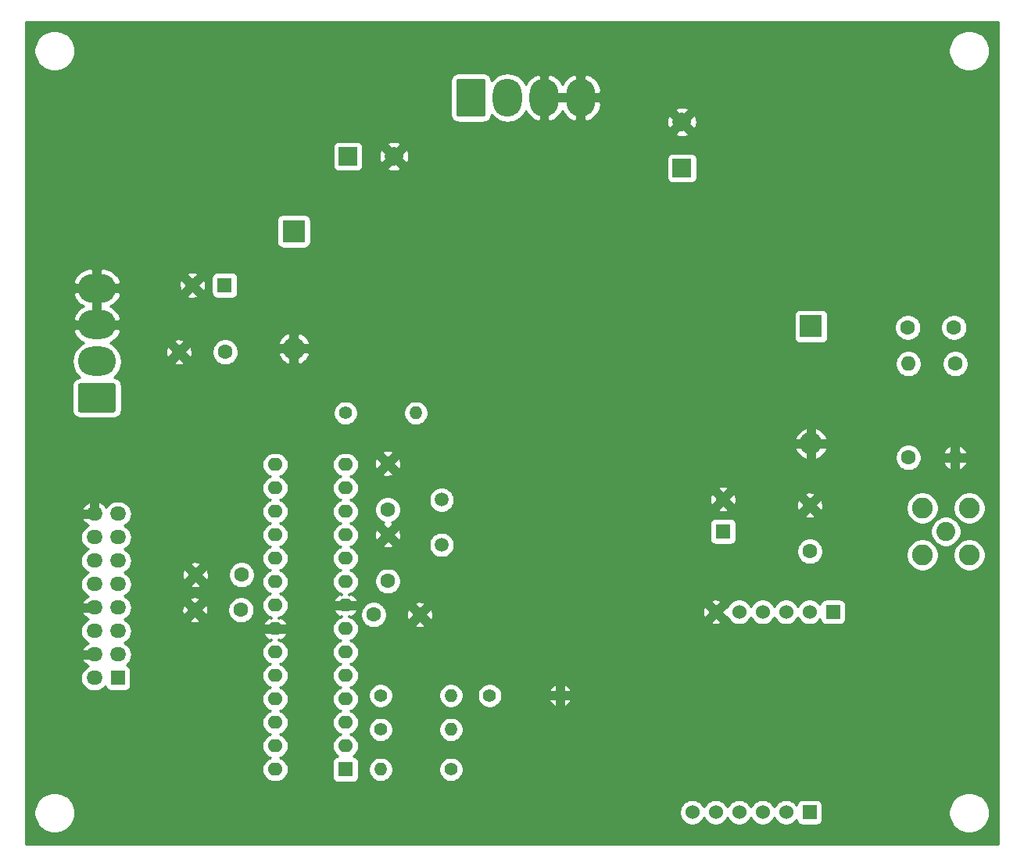
<source format=gbr>
G04 #@! TF.GenerationSoftware,KiCad,Pcbnew,(5.1.5)-3*
G04 #@! TF.CreationDate,2020-01-23T23:18:57+02:00*
G04 #@! TF.ProjectId,TrafficSignPCB,54726166-6669-4635-9369-676e5043422e,rev?*
G04 #@! TF.SameCoordinates,Original*
G04 #@! TF.FileFunction,Copper,L2,Bot*
G04 #@! TF.FilePolarity,Positive*
%FSLAX46Y46*%
G04 Gerber Fmt 4.6, Leading zero omitted, Abs format (unit mm)*
G04 Created by KiCad (PCBNEW (5.1.5)-3) date 2020-01-23 23:18:57*
%MOMM*%
%LPD*%
G04 APERTURE LIST*
%ADD10R,1.524000X1.524000*%
%ADD11C,1.524000*%
%ADD12C,1.600000*%
%ADD13R,1.527200X1.527200*%
%ADD14O,1.727200X1.527200*%
%ADD15R,1.600000X1.600000*%
%ADD16O,1.600000X1.400000*%
%ADD17C,2.050000*%
%ADD18C,2.250000*%
%ADD19C,2.000000*%
%ADD20R,2.000000X2.000000*%
%ADD21O,1.600000X1.600000*%
%ADD22C,0.100000*%
%ADD23O,3.160000X4.100000*%
%ADD24O,4.100000X3.160000*%
%ADD25O,1.400000X1.400000*%
%ADD26C,1.400000*%
%ADD27C,1.500000*%
%ADD28O,2.400000X2.400000*%
%ADD29R,2.400000X2.400000*%
%ADD30C,1.200000*%
%ADD31C,0.254000*%
G04 APERTURE END LIST*
D10*
X135096000Y-130645000D03*
D11*
X132556000Y-130645000D03*
X130016000Y-130645000D03*
X127476000Y-130645000D03*
X124936000Y-130645000D03*
X122396000Y-130645000D03*
D10*
X132556000Y-152345000D03*
D11*
X130016000Y-152345000D03*
X127476000Y-152345000D03*
X124936000Y-152345000D03*
X122396000Y-152345000D03*
X119856000Y-152345000D03*
D12*
X64262000Y-102489000D03*
X69262000Y-102489000D03*
D13*
X57658000Y-137795000D03*
D14*
X55118000Y-137795000D03*
X57658000Y-135255000D03*
X55118000Y-135255000D03*
X57658000Y-132715000D03*
X55118000Y-132715000D03*
X57658000Y-130175000D03*
X55118000Y-130175000D03*
X57658000Y-127635000D03*
X55118000Y-127635000D03*
X57658000Y-125095000D03*
X55118000Y-125095000D03*
X57658000Y-122555000D03*
X55118000Y-122555000D03*
X57658000Y-120015000D03*
X55118000Y-120015000D03*
D15*
X82296000Y-147701000D03*
D16*
X74676000Y-114681000D03*
X82296000Y-145161000D03*
X74676000Y-117221000D03*
X82296000Y-142621000D03*
X74676000Y-119761000D03*
X82296000Y-140081000D03*
X74676000Y-122301000D03*
X82296000Y-137541000D03*
X74676000Y-124841000D03*
X82296000Y-135001000D03*
X74676000Y-127381000D03*
X82296000Y-132461000D03*
X74676000Y-129921000D03*
X82296000Y-129921000D03*
X74676000Y-132461000D03*
X82296000Y-127381000D03*
X74676000Y-135001000D03*
X82296000Y-124841000D03*
X74676000Y-137541000D03*
X82296000Y-122301000D03*
X74676000Y-140081000D03*
X82296000Y-119761000D03*
X74676000Y-142621000D03*
X82296000Y-117221000D03*
X74676000Y-145161000D03*
X82296000Y-114681000D03*
X74676000Y-147701000D03*
D17*
X147320000Y-121920000D03*
D18*
X149860000Y-124460000D03*
X149860000Y-119380000D03*
X144780000Y-119380000D03*
X144780000Y-124460000D03*
D12*
X86868000Y-114554000D03*
X86868000Y-119554000D03*
X86868000Y-127301000D03*
X86868000Y-122301000D03*
X148209000Y-99822000D03*
X143209000Y-99822000D03*
D19*
X87550000Y-81280000D03*
D20*
X82550000Y-81280000D03*
D19*
X118745000Y-77550000D03*
D20*
X118745000Y-82550000D03*
D12*
X148336000Y-103759000D03*
D21*
X148336000Y-113919000D03*
X143256000Y-103759000D03*
D12*
X143256000Y-113919000D03*
G04 #@! TA.AperFunction,ComponentPad*
D22*
G36*
X97239504Y-72881204D02*
G01*
X97263773Y-72884804D01*
X97287571Y-72890765D01*
X97310671Y-72899030D01*
X97332849Y-72909520D01*
X97353893Y-72922133D01*
X97373598Y-72936747D01*
X97391777Y-72953223D01*
X97408253Y-72971402D01*
X97422867Y-72991107D01*
X97435480Y-73012151D01*
X97445970Y-73034329D01*
X97454235Y-73057429D01*
X97460196Y-73081227D01*
X97463796Y-73105496D01*
X97465000Y-73130000D01*
X97465000Y-76730000D01*
X97463796Y-76754504D01*
X97460196Y-76778773D01*
X97454235Y-76802571D01*
X97445970Y-76825671D01*
X97435480Y-76847849D01*
X97422867Y-76868893D01*
X97408253Y-76888598D01*
X97391777Y-76906777D01*
X97373598Y-76923253D01*
X97353893Y-76937867D01*
X97332849Y-76950480D01*
X97310671Y-76960970D01*
X97287571Y-76969235D01*
X97263773Y-76975196D01*
X97239504Y-76978796D01*
X97215000Y-76980000D01*
X94555000Y-76980000D01*
X94530496Y-76978796D01*
X94506227Y-76975196D01*
X94482429Y-76969235D01*
X94459329Y-76960970D01*
X94437151Y-76950480D01*
X94416107Y-76937867D01*
X94396402Y-76923253D01*
X94378223Y-76906777D01*
X94361747Y-76888598D01*
X94347133Y-76868893D01*
X94334520Y-76847849D01*
X94324030Y-76825671D01*
X94315765Y-76802571D01*
X94309804Y-76778773D01*
X94306204Y-76754504D01*
X94305000Y-76730000D01*
X94305000Y-73130000D01*
X94306204Y-73105496D01*
X94309804Y-73081227D01*
X94315765Y-73057429D01*
X94324030Y-73034329D01*
X94334520Y-73012151D01*
X94347133Y-72991107D01*
X94361747Y-72971402D01*
X94378223Y-72953223D01*
X94396402Y-72936747D01*
X94416107Y-72922133D01*
X94437151Y-72909520D01*
X94459329Y-72899030D01*
X94482429Y-72890765D01*
X94506227Y-72884804D01*
X94530496Y-72881204D01*
X94555000Y-72880000D01*
X97215000Y-72880000D01*
X97239504Y-72881204D01*
G37*
G04 #@! TD.AperFunction*
D23*
X99845000Y-74930000D03*
X103805000Y-74930000D03*
X107765000Y-74930000D03*
G04 #@! TA.AperFunction,ComponentPad*
D22*
G36*
X57196504Y-105863204D02*
G01*
X57220773Y-105866804D01*
X57244571Y-105872765D01*
X57267671Y-105881030D01*
X57289849Y-105891520D01*
X57310893Y-105904133D01*
X57330598Y-105918747D01*
X57348777Y-105935223D01*
X57365253Y-105953402D01*
X57379867Y-105973107D01*
X57392480Y-105994151D01*
X57402970Y-106016329D01*
X57411235Y-106039429D01*
X57417196Y-106063227D01*
X57420796Y-106087496D01*
X57422000Y-106112000D01*
X57422000Y-108772000D01*
X57420796Y-108796504D01*
X57417196Y-108820773D01*
X57411235Y-108844571D01*
X57402970Y-108867671D01*
X57392480Y-108889849D01*
X57379867Y-108910893D01*
X57365253Y-108930598D01*
X57348777Y-108948777D01*
X57330598Y-108965253D01*
X57310893Y-108979867D01*
X57289849Y-108992480D01*
X57267671Y-109002970D01*
X57244571Y-109011235D01*
X57220773Y-109017196D01*
X57196504Y-109020796D01*
X57172000Y-109022000D01*
X53572000Y-109022000D01*
X53547496Y-109020796D01*
X53523227Y-109017196D01*
X53499429Y-109011235D01*
X53476329Y-109002970D01*
X53454151Y-108992480D01*
X53433107Y-108979867D01*
X53413402Y-108965253D01*
X53395223Y-108948777D01*
X53378747Y-108930598D01*
X53364133Y-108910893D01*
X53351520Y-108889849D01*
X53341030Y-108867671D01*
X53332765Y-108844571D01*
X53326804Y-108820773D01*
X53323204Y-108796504D01*
X53322000Y-108772000D01*
X53322000Y-106112000D01*
X53323204Y-106087496D01*
X53326804Y-106063227D01*
X53332765Y-106039429D01*
X53341030Y-106016329D01*
X53351520Y-105994151D01*
X53364133Y-105973107D01*
X53378747Y-105953402D01*
X53395223Y-105935223D01*
X53413402Y-105918747D01*
X53433107Y-105904133D01*
X53454151Y-105891520D01*
X53476329Y-105881030D01*
X53499429Y-105872765D01*
X53523227Y-105866804D01*
X53547496Y-105863204D01*
X53572000Y-105862000D01*
X57172000Y-105862000D01*
X57196504Y-105863204D01*
G37*
G04 #@! TD.AperFunction*
D24*
X55372000Y-103482000D03*
X55372000Y-99522000D03*
X55372000Y-95562000D03*
D12*
X65993000Y-130429000D03*
X70993000Y-130429000D03*
X71040000Y-126619000D03*
X66040000Y-126619000D03*
X85344000Y-130937000D03*
X90344000Y-130937000D03*
D15*
X123190000Y-121920000D03*
D12*
X123190000Y-118420000D03*
X65715000Y-95250000D03*
D15*
X69215000Y-95250000D03*
D25*
X93726000Y-139700000D03*
D26*
X86106000Y-139700000D03*
X97917000Y-139700000D03*
D25*
X105537000Y-139700000D03*
D26*
X93726000Y-147701000D03*
D25*
X86106000Y-147701000D03*
D27*
X92710000Y-118491000D03*
X92710000Y-123371000D03*
D26*
X86106000Y-143383000D03*
D25*
X93726000Y-143383000D03*
D12*
X132588000Y-124079000D03*
X132588000Y-119079000D03*
D26*
X82296000Y-109093000D03*
D25*
X89916000Y-109093000D03*
D28*
X132715000Y-112395000D03*
D29*
X132715000Y-99695000D03*
X76708000Y-89408000D03*
D28*
X76708000Y-102108000D03*
D30*
X113030000Y-97790000D03*
X113030000Y-100330000D03*
X113030000Y-102870000D03*
X113030000Y-105410000D03*
X115570000Y-105410000D03*
X115570000Y-102870000D03*
X115570000Y-100330000D03*
X115570000Y-97790000D03*
X118110000Y-100330000D03*
X118110000Y-102870000D03*
X118110000Y-105410000D03*
X118110000Y-105410000D03*
X120650000Y-105410000D03*
X120650000Y-102870000D03*
X120650000Y-97790000D03*
X118110000Y-97790000D03*
X120650000Y-100330000D03*
X123190000Y-100330000D03*
X123190000Y-97790000D03*
X123190000Y-102870000D03*
X123190000Y-105410000D03*
X59690000Y-85090000D03*
X64770000Y-82550000D03*
X62230000Y-74930000D03*
X62230000Y-85090000D03*
X64770000Y-80010000D03*
X59690000Y-74930000D03*
X64770000Y-74930000D03*
X67310000Y-74930000D03*
X59690000Y-82550000D03*
X62230000Y-80010000D03*
X67310000Y-77470000D03*
X67310000Y-80010000D03*
X59690000Y-77470000D03*
X67310000Y-80010000D03*
X59690000Y-80010000D03*
X62230000Y-82550000D03*
X62230000Y-77470000D03*
X64770000Y-77470000D03*
X67310000Y-82550000D03*
X67310000Y-85090000D03*
X64770000Y-85090000D03*
X144145000Y-86995000D03*
X141605000Y-86995000D03*
X139065000Y-86995000D03*
X144145000Y-84455000D03*
X131445000Y-86995000D03*
X133985000Y-86995000D03*
X136525000Y-86995000D03*
X139065000Y-86995000D03*
X136525000Y-76835000D03*
X131445000Y-79375000D03*
X131445000Y-81915000D03*
X144145000Y-76835000D03*
X133985000Y-81915000D03*
X133985000Y-84455000D03*
X133985000Y-79375000D03*
X141605000Y-81915000D03*
X131445000Y-84455000D03*
X136525000Y-79375000D03*
X144145000Y-79375000D03*
X136525000Y-84455000D03*
X136525000Y-81915000D03*
X141605000Y-84455000D03*
X139065000Y-81915000D03*
X139065000Y-84455000D03*
X141605000Y-79375000D03*
X139065000Y-76835000D03*
X144145000Y-81915000D03*
X139065000Y-79375000D03*
X133985000Y-76835000D03*
X131445000Y-76835000D03*
X141605000Y-76835000D03*
X101600000Y-92710000D03*
X99060000Y-92710000D03*
X99060000Y-95250000D03*
X101600000Y-95250000D03*
X101600000Y-97790000D03*
X99060000Y-97790000D03*
X96520000Y-97790000D03*
X96520000Y-95250000D03*
X96520000Y-92710000D03*
X93980000Y-92710000D03*
X93980000Y-95250000D03*
X93980000Y-97790000D03*
X91440000Y-97790000D03*
X91440000Y-95250000D03*
X91440000Y-92710000D03*
X91440000Y-90170000D03*
X93980000Y-90170000D03*
X96520000Y-90170000D03*
X99060000Y-90170000D03*
X101600000Y-90170000D03*
X104140000Y-90170000D03*
X104140000Y-92710000D03*
X104140000Y-95250000D03*
X104140000Y-97790000D03*
X104140000Y-100330000D03*
X101600000Y-100330000D03*
X99060000Y-100330000D03*
X99060000Y-100330000D03*
X96520000Y-100330000D03*
X93980000Y-100330000D03*
X91440000Y-100330000D03*
D31*
G36*
X153010000Y-144747581D02*
G01*
X153010000Y-144747582D01*
X153010001Y-155804000D01*
X47650000Y-155804000D01*
X47650000Y-152179872D01*
X48565000Y-152179872D01*
X48565000Y-152620128D01*
X48650890Y-153051925D01*
X48819369Y-153458669D01*
X49063962Y-153824729D01*
X49375271Y-154136038D01*
X49741331Y-154380631D01*
X50148075Y-154549110D01*
X50579872Y-154635000D01*
X51020128Y-154635000D01*
X51451925Y-154549110D01*
X51858669Y-154380631D01*
X52224729Y-154136038D01*
X52536038Y-153824729D01*
X52780631Y-153458669D01*
X52949110Y-153051925D01*
X53035000Y-152620128D01*
X53035000Y-152207408D01*
X118459000Y-152207408D01*
X118459000Y-152482592D01*
X118512686Y-152752490D01*
X118617995Y-153006727D01*
X118770880Y-153235535D01*
X118965465Y-153430120D01*
X119194273Y-153583005D01*
X119448510Y-153688314D01*
X119718408Y-153742000D01*
X119993592Y-153742000D01*
X120263490Y-153688314D01*
X120517727Y-153583005D01*
X120746535Y-153430120D01*
X120941120Y-153235535D01*
X121094005Y-153006727D01*
X121126000Y-152929485D01*
X121157995Y-153006727D01*
X121310880Y-153235535D01*
X121505465Y-153430120D01*
X121734273Y-153583005D01*
X121988510Y-153688314D01*
X122258408Y-153742000D01*
X122533592Y-153742000D01*
X122803490Y-153688314D01*
X123057727Y-153583005D01*
X123286535Y-153430120D01*
X123481120Y-153235535D01*
X123634005Y-153006727D01*
X123666000Y-152929485D01*
X123697995Y-153006727D01*
X123850880Y-153235535D01*
X124045465Y-153430120D01*
X124274273Y-153583005D01*
X124528510Y-153688314D01*
X124798408Y-153742000D01*
X125073592Y-153742000D01*
X125343490Y-153688314D01*
X125597727Y-153583005D01*
X125826535Y-153430120D01*
X126021120Y-153235535D01*
X126174005Y-153006727D01*
X126206000Y-152929485D01*
X126237995Y-153006727D01*
X126390880Y-153235535D01*
X126585465Y-153430120D01*
X126814273Y-153583005D01*
X127068510Y-153688314D01*
X127338408Y-153742000D01*
X127613592Y-153742000D01*
X127883490Y-153688314D01*
X128137727Y-153583005D01*
X128366535Y-153430120D01*
X128561120Y-153235535D01*
X128714005Y-153006727D01*
X128746000Y-152929485D01*
X128777995Y-153006727D01*
X128930880Y-153235535D01*
X129125465Y-153430120D01*
X129354273Y-153583005D01*
X129608510Y-153688314D01*
X129878408Y-153742000D01*
X130153592Y-153742000D01*
X130423490Y-153688314D01*
X130677727Y-153583005D01*
X130906535Y-153430120D01*
X131101120Y-153235535D01*
X131159920Y-153147535D01*
X131168188Y-153231482D01*
X131204498Y-153351180D01*
X131263463Y-153461494D01*
X131342815Y-153558185D01*
X131439506Y-153637537D01*
X131549820Y-153696502D01*
X131669518Y-153732812D01*
X131794000Y-153745072D01*
X133318000Y-153745072D01*
X133442482Y-153732812D01*
X133562180Y-153696502D01*
X133672494Y-153637537D01*
X133769185Y-153558185D01*
X133848537Y-153461494D01*
X133907502Y-153351180D01*
X133943812Y-153231482D01*
X133956072Y-153107000D01*
X133956072Y-152179872D01*
X147625000Y-152179872D01*
X147625000Y-152620128D01*
X147710890Y-153051925D01*
X147879369Y-153458669D01*
X148123962Y-153824729D01*
X148435271Y-154136038D01*
X148801331Y-154380631D01*
X149208075Y-154549110D01*
X149639872Y-154635000D01*
X150080128Y-154635000D01*
X150511925Y-154549110D01*
X150918669Y-154380631D01*
X151284729Y-154136038D01*
X151596038Y-153824729D01*
X151840631Y-153458669D01*
X152009110Y-153051925D01*
X152095000Y-152620128D01*
X152095000Y-152179872D01*
X152009110Y-151748075D01*
X151840631Y-151341331D01*
X151596038Y-150975271D01*
X151284729Y-150663962D01*
X150918669Y-150419369D01*
X150511925Y-150250890D01*
X150080128Y-150165000D01*
X149639872Y-150165000D01*
X149208075Y-150250890D01*
X148801331Y-150419369D01*
X148435271Y-150663962D01*
X148123962Y-150975271D01*
X147879369Y-151341331D01*
X147710890Y-151748075D01*
X147625000Y-152179872D01*
X133956072Y-152179872D01*
X133956072Y-151583000D01*
X133943812Y-151458518D01*
X133907502Y-151338820D01*
X133848537Y-151228506D01*
X133769185Y-151131815D01*
X133672494Y-151052463D01*
X133562180Y-150993498D01*
X133442482Y-150957188D01*
X133318000Y-150944928D01*
X131794000Y-150944928D01*
X131669518Y-150957188D01*
X131549820Y-150993498D01*
X131439506Y-151052463D01*
X131342815Y-151131815D01*
X131263463Y-151228506D01*
X131204498Y-151338820D01*
X131168188Y-151458518D01*
X131159920Y-151542465D01*
X131101120Y-151454465D01*
X130906535Y-151259880D01*
X130677727Y-151106995D01*
X130423490Y-151001686D01*
X130153592Y-150948000D01*
X129878408Y-150948000D01*
X129608510Y-151001686D01*
X129354273Y-151106995D01*
X129125465Y-151259880D01*
X128930880Y-151454465D01*
X128777995Y-151683273D01*
X128746000Y-151760515D01*
X128714005Y-151683273D01*
X128561120Y-151454465D01*
X128366535Y-151259880D01*
X128137727Y-151106995D01*
X127883490Y-151001686D01*
X127613592Y-150948000D01*
X127338408Y-150948000D01*
X127068510Y-151001686D01*
X126814273Y-151106995D01*
X126585465Y-151259880D01*
X126390880Y-151454465D01*
X126237995Y-151683273D01*
X126206000Y-151760515D01*
X126174005Y-151683273D01*
X126021120Y-151454465D01*
X125826535Y-151259880D01*
X125597727Y-151106995D01*
X125343490Y-151001686D01*
X125073592Y-150948000D01*
X124798408Y-150948000D01*
X124528510Y-151001686D01*
X124274273Y-151106995D01*
X124045465Y-151259880D01*
X123850880Y-151454465D01*
X123697995Y-151683273D01*
X123666000Y-151760515D01*
X123634005Y-151683273D01*
X123481120Y-151454465D01*
X123286535Y-151259880D01*
X123057727Y-151106995D01*
X122803490Y-151001686D01*
X122533592Y-150948000D01*
X122258408Y-150948000D01*
X121988510Y-151001686D01*
X121734273Y-151106995D01*
X121505465Y-151259880D01*
X121310880Y-151454465D01*
X121157995Y-151683273D01*
X121126000Y-151760515D01*
X121094005Y-151683273D01*
X120941120Y-151454465D01*
X120746535Y-151259880D01*
X120517727Y-151106995D01*
X120263490Y-151001686D01*
X119993592Y-150948000D01*
X119718408Y-150948000D01*
X119448510Y-151001686D01*
X119194273Y-151106995D01*
X118965465Y-151259880D01*
X118770880Y-151454465D01*
X118617995Y-151683273D01*
X118512686Y-151937510D01*
X118459000Y-152207408D01*
X53035000Y-152207408D01*
X53035000Y-152179872D01*
X52949110Y-151748075D01*
X52780631Y-151341331D01*
X52536038Y-150975271D01*
X52224729Y-150663962D01*
X51858669Y-150419369D01*
X51451925Y-150250890D01*
X51020128Y-150165000D01*
X50579872Y-150165000D01*
X50148075Y-150250890D01*
X49741331Y-150419369D01*
X49375271Y-150663962D01*
X49063962Y-150975271D01*
X48819369Y-151341331D01*
X48650890Y-151748075D01*
X48565000Y-152179872D01*
X47650000Y-152179872D01*
X47650000Y-122555000D01*
X53612633Y-122555000D01*
X53639637Y-122829174D01*
X53719610Y-123092811D01*
X53849480Y-123335780D01*
X54024255Y-123548745D01*
X54237220Y-123723520D01*
X54427075Y-123825000D01*
X54237220Y-123926480D01*
X54024255Y-124101255D01*
X53849480Y-124314220D01*
X53719610Y-124557189D01*
X53639637Y-124820826D01*
X53612633Y-125095000D01*
X53639637Y-125369174D01*
X53719610Y-125632811D01*
X53849480Y-125875780D01*
X54024255Y-126088745D01*
X54237220Y-126263520D01*
X54427075Y-126365000D01*
X54237220Y-126466480D01*
X54024255Y-126641255D01*
X53849480Y-126854220D01*
X53719610Y-127097189D01*
X53639637Y-127360826D01*
X53612633Y-127635000D01*
X53639637Y-127909174D01*
X53719610Y-128172811D01*
X53849480Y-128415780D01*
X54024255Y-128628745D01*
X54237220Y-128803520D01*
X54455785Y-128920346D01*
X54293404Y-128999645D01*
X54078027Y-129163591D01*
X53898772Y-129366405D01*
X53753201Y-129597026D01*
X53841881Y-129802000D01*
X54745000Y-129802000D01*
X54745000Y-129782000D01*
X55491000Y-129782000D01*
X55491000Y-129802000D01*
X55511000Y-129802000D01*
X55511000Y-130548000D01*
X55491000Y-130548000D01*
X55491000Y-130568000D01*
X54745000Y-130568000D01*
X54745000Y-130548000D01*
X53841881Y-130548000D01*
X53753201Y-130752974D01*
X53898772Y-130983595D01*
X54078027Y-131186409D01*
X54293404Y-131350355D01*
X54455785Y-131429654D01*
X54237220Y-131546480D01*
X54024255Y-131721255D01*
X53849480Y-131934220D01*
X53719610Y-132177189D01*
X53639637Y-132440826D01*
X53612633Y-132715000D01*
X53639637Y-132989174D01*
X53719610Y-133252811D01*
X53849480Y-133495780D01*
X54024255Y-133708745D01*
X54237220Y-133883520D01*
X54455785Y-134000346D01*
X54293404Y-134079645D01*
X54078027Y-134243591D01*
X53898772Y-134446405D01*
X53753201Y-134677026D01*
X53841881Y-134882000D01*
X54745000Y-134882000D01*
X54745000Y-134862000D01*
X55491000Y-134862000D01*
X55491000Y-134882000D01*
X55511000Y-134882000D01*
X55511000Y-135628000D01*
X55491000Y-135628000D01*
X55491000Y-135648000D01*
X54745000Y-135648000D01*
X54745000Y-135628000D01*
X53841881Y-135628000D01*
X53753201Y-135832974D01*
X53898772Y-136063595D01*
X54078027Y-136266409D01*
X54293404Y-136430355D01*
X54455785Y-136509654D01*
X54237220Y-136626480D01*
X54024255Y-136801255D01*
X53849480Y-137014220D01*
X53719610Y-137257189D01*
X53639637Y-137520826D01*
X53612633Y-137795000D01*
X53639637Y-138069174D01*
X53719610Y-138332811D01*
X53849480Y-138575780D01*
X54024255Y-138788745D01*
X54237220Y-138963520D01*
X54480189Y-139093390D01*
X54743826Y-139173363D01*
X54949294Y-139193600D01*
X55286706Y-139193600D01*
X55492174Y-139173363D01*
X55755811Y-139093390D01*
X55998780Y-138963520D01*
X56211745Y-138788745D01*
X56276650Y-138709658D01*
X56304898Y-138802780D01*
X56363863Y-138913094D01*
X56443215Y-139009785D01*
X56539906Y-139089137D01*
X56650220Y-139148102D01*
X56769918Y-139184412D01*
X56894400Y-139196672D01*
X58421600Y-139196672D01*
X58546082Y-139184412D01*
X58665780Y-139148102D01*
X58776094Y-139089137D01*
X58872785Y-139009785D01*
X58952137Y-138913094D01*
X59011102Y-138802780D01*
X59047412Y-138683082D01*
X59059672Y-138558600D01*
X59059672Y-137031400D01*
X59047412Y-136906918D01*
X59011102Y-136787220D01*
X58952137Y-136676906D01*
X58872785Y-136580215D01*
X58776094Y-136500863D01*
X58665780Y-136441898D01*
X58556704Y-136408810D01*
X58751745Y-136248745D01*
X58926520Y-136035780D01*
X59056390Y-135792811D01*
X59136363Y-135529174D01*
X59163367Y-135255000D01*
X59138350Y-135001000D01*
X73234541Y-135001000D01*
X73260317Y-135262706D01*
X73336653Y-135514354D01*
X73460618Y-135746275D01*
X73627445Y-135949555D01*
X73830725Y-136116382D01*
X74062646Y-136240347D01*
X74163696Y-136271000D01*
X74062646Y-136301653D01*
X73830725Y-136425618D01*
X73627445Y-136592445D01*
X73460618Y-136795725D01*
X73336653Y-137027646D01*
X73260317Y-137279294D01*
X73234541Y-137541000D01*
X73260317Y-137802706D01*
X73336653Y-138054354D01*
X73460618Y-138286275D01*
X73627445Y-138489555D01*
X73830725Y-138656382D01*
X74062646Y-138780347D01*
X74163696Y-138811000D01*
X74062646Y-138841653D01*
X73830725Y-138965618D01*
X73627445Y-139132445D01*
X73460618Y-139335725D01*
X73336653Y-139567646D01*
X73260317Y-139819294D01*
X73234541Y-140081000D01*
X73260317Y-140342706D01*
X73336653Y-140594354D01*
X73460618Y-140826275D01*
X73627445Y-141029555D01*
X73830725Y-141196382D01*
X74062646Y-141320347D01*
X74163696Y-141351000D01*
X74062646Y-141381653D01*
X73830725Y-141505618D01*
X73627445Y-141672445D01*
X73460618Y-141875725D01*
X73336653Y-142107646D01*
X73260317Y-142359294D01*
X73234541Y-142621000D01*
X73260317Y-142882706D01*
X73336653Y-143134354D01*
X73460618Y-143366275D01*
X73627445Y-143569555D01*
X73830725Y-143736382D01*
X74062646Y-143860347D01*
X74163696Y-143891000D01*
X74062646Y-143921653D01*
X73830725Y-144045618D01*
X73627445Y-144212445D01*
X73460618Y-144415725D01*
X73336653Y-144647646D01*
X73260317Y-144899294D01*
X73234541Y-145161000D01*
X73260317Y-145422706D01*
X73336653Y-145674354D01*
X73460618Y-145906275D01*
X73627445Y-146109555D01*
X73830725Y-146276382D01*
X74062646Y-146400347D01*
X74163696Y-146431000D01*
X74062646Y-146461653D01*
X73830725Y-146585618D01*
X73627445Y-146752445D01*
X73460618Y-146955725D01*
X73336653Y-147187646D01*
X73260317Y-147439294D01*
X73234541Y-147701000D01*
X73260317Y-147962706D01*
X73336653Y-148214354D01*
X73460618Y-148446275D01*
X73627445Y-148649555D01*
X73830725Y-148816382D01*
X74062646Y-148940347D01*
X74314294Y-149016683D01*
X74510421Y-149036000D01*
X74841579Y-149036000D01*
X75037706Y-149016683D01*
X75289354Y-148940347D01*
X75521275Y-148816382D01*
X75724555Y-148649555D01*
X75891382Y-148446275D01*
X76015347Y-148214354D01*
X76091683Y-147962706D01*
X76117459Y-147701000D01*
X76091683Y-147439294D01*
X76015347Y-147187646D01*
X75891382Y-146955725D01*
X75724555Y-146752445D01*
X75521275Y-146585618D01*
X75289354Y-146461653D01*
X75188304Y-146431000D01*
X75289354Y-146400347D01*
X75521275Y-146276382D01*
X75724555Y-146109555D01*
X75891382Y-145906275D01*
X76015347Y-145674354D01*
X76091683Y-145422706D01*
X76117459Y-145161000D01*
X76091683Y-144899294D01*
X76015347Y-144647646D01*
X75891382Y-144415725D01*
X75724555Y-144212445D01*
X75521275Y-144045618D01*
X75289354Y-143921653D01*
X75188304Y-143891000D01*
X75289354Y-143860347D01*
X75521275Y-143736382D01*
X75724555Y-143569555D01*
X75891382Y-143366275D01*
X76015347Y-143134354D01*
X76091683Y-142882706D01*
X76117459Y-142621000D01*
X76091683Y-142359294D01*
X76015347Y-142107646D01*
X75891382Y-141875725D01*
X75724555Y-141672445D01*
X75521275Y-141505618D01*
X75289354Y-141381653D01*
X75188304Y-141351000D01*
X75289354Y-141320347D01*
X75521275Y-141196382D01*
X75724555Y-141029555D01*
X75891382Y-140826275D01*
X76015347Y-140594354D01*
X76091683Y-140342706D01*
X76117459Y-140081000D01*
X76091683Y-139819294D01*
X76015347Y-139567646D01*
X75891382Y-139335725D01*
X75724555Y-139132445D01*
X75521275Y-138965618D01*
X75289354Y-138841653D01*
X75188304Y-138811000D01*
X75289354Y-138780347D01*
X75521275Y-138656382D01*
X75724555Y-138489555D01*
X75891382Y-138286275D01*
X76015347Y-138054354D01*
X76091683Y-137802706D01*
X76117459Y-137541000D01*
X76091683Y-137279294D01*
X76015347Y-137027646D01*
X75891382Y-136795725D01*
X75724555Y-136592445D01*
X75521275Y-136425618D01*
X75289354Y-136301653D01*
X75188304Y-136271000D01*
X75289354Y-136240347D01*
X75521275Y-136116382D01*
X75724555Y-135949555D01*
X75891382Y-135746275D01*
X76015347Y-135514354D01*
X76091683Y-135262706D01*
X76117459Y-135001000D01*
X76091683Y-134739294D01*
X76015347Y-134487646D01*
X75891382Y-134255725D01*
X75724555Y-134052445D01*
X75521275Y-133885618D01*
X75289354Y-133761653D01*
X75049002Y-133688744D01*
X75049002Y-133592323D01*
X75247138Y-133690507D01*
X75477950Y-133574968D01*
X75681787Y-133416620D01*
X75850815Y-133221548D01*
X75975470Y-133028627D01*
X75885214Y-132834000D01*
X75049000Y-132834000D01*
X75049000Y-132854000D01*
X74303000Y-132854000D01*
X74303000Y-132834000D01*
X73466786Y-132834000D01*
X73376530Y-133028627D01*
X73501185Y-133221548D01*
X73670213Y-133416620D01*
X73874050Y-133574968D01*
X74104862Y-133690507D01*
X74302998Y-133592323D01*
X74302998Y-133688744D01*
X74062646Y-133761653D01*
X73830725Y-133885618D01*
X73627445Y-134052445D01*
X73460618Y-134255725D01*
X73336653Y-134487646D01*
X73260317Y-134739294D01*
X73234541Y-135001000D01*
X59138350Y-135001000D01*
X59136363Y-134980826D01*
X59056390Y-134717189D01*
X58926520Y-134474220D01*
X58751745Y-134261255D01*
X58538780Y-134086480D01*
X58348925Y-133985000D01*
X58538780Y-133883520D01*
X58751745Y-133708745D01*
X58926520Y-133495780D01*
X59056390Y-133252811D01*
X59136363Y-132989174D01*
X59163367Y-132715000D01*
X59138350Y-132461000D01*
X80854541Y-132461000D01*
X80880317Y-132722706D01*
X80956653Y-132974354D01*
X81080618Y-133206275D01*
X81247445Y-133409555D01*
X81450725Y-133576382D01*
X81682646Y-133700347D01*
X81783696Y-133731000D01*
X81682646Y-133761653D01*
X81450725Y-133885618D01*
X81247445Y-134052445D01*
X81080618Y-134255725D01*
X80956653Y-134487646D01*
X80880317Y-134739294D01*
X80854541Y-135001000D01*
X80880317Y-135262706D01*
X80956653Y-135514354D01*
X81080618Y-135746275D01*
X81247445Y-135949555D01*
X81450725Y-136116382D01*
X81682646Y-136240347D01*
X81783696Y-136271000D01*
X81682646Y-136301653D01*
X81450725Y-136425618D01*
X81247445Y-136592445D01*
X81080618Y-136795725D01*
X80956653Y-137027646D01*
X80880317Y-137279294D01*
X80854541Y-137541000D01*
X80880317Y-137802706D01*
X80956653Y-138054354D01*
X81080618Y-138286275D01*
X81247445Y-138489555D01*
X81450725Y-138656382D01*
X81682646Y-138780347D01*
X81783696Y-138811000D01*
X81682646Y-138841653D01*
X81450725Y-138965618D01*
X81247445Y-139132445D01*
X81080618Y-139335725D01*
X80956653Y-139567646D01*
X80880317Y-139819294D01*
X80854541Y-140081000D01*
X80880317Y-140342706D01*
X80956653Y-140594354D01*
X81080618Y-140826275D01*
X81247445Y-141029555D01*
X81450725Y-141196382D01*
X81682646Y-141320347D01*
X81783696Y-141351000D01*
X81682646Y-141381653D01*
X81450725Y-141505618D01*
X81247445Y-141672445D01*
X81080618Y-141875725D01*
X80956653Y-142107646D01*
X80880317Y-142359294D01*
X80854541Y-142621000D01*
X80880317Y-142882706D01*
X80956653Y-143134354D01*
X81080618Y-143366275D01*
X81247445Y-143569555D01*
X81450725Y-143736382D01*
X81682646Y-143860347D01*
X81783696Y-143891000D01*
X81682646Y-143921653D01*
X81450725Y-144045618D01*
X81247445Y-144212445D01*
X81080618Y-144415725D01*
X80956653Y-144647646D01*
X80880317Y-144899294D01*
X80854541Y-145161000D01*
X80880317Y-145422706D01*
X80956653Y-145674354D01*
X81080618Y-145906275D01*
X81247445Y-146109555D01*
X81440939Y-146268351D01*
X81371518Y-146275188D01*
X81251820Y-146311498D01*
X81141506Y-146370463D01*
X81044815Y-146449815D01*
X80965463Y-146546506D01*
X80906498Y-146656820D01*
X80870188Y-146776518D01*
X80857928Y-146901000D01*
X80857928Y-148501000D01*
X80870188Y-148625482D01*
X80906498Y-148745180D01*
X80965463Y-148855494D01*
X81044815Y-148952185D01*
X81141506Y-149031537D01*
X81251820Y-149090502D01*
X81371518Y-149126812D01*
X81496000Y-149139072D01*
X83096000Y-149139072D01*
X83220482Y-149126812D01*
X83340180Y-149090502D01*
X83450494Y-149031537D01*
X83547185Y-148952185D01*
X83626537Y-148855494D01*
X83685502Y-148745180D01*
X83721812Y-148625482D01*
X83734072Y-148501000D01*
X83734072Y-147569514D01*
X84771000Y-147569514D01*
X84771000Y-147832486D01*
X84822304Y-148090405D01*
X84922939Y-148333359D01*
X85069038Y-148552013D01*
X85254987Y-148737962D01*
X85473641Y-148884061D01*
X85716595Y-148984696D01*
X85974514Y-149036000D01*
X86237486Y-149036000D01*
X86495405Y-148984696D01*
X86738359Y-148884061D01*
X86957013Y-148737962D01*
X87142962Y-148552013D01*
X87289061Y-148333359D01*
X87389696Y-148090405D01*
X87441000Y-147832486D01*
X87441000Y-147569514D01*
X92391000Y-147569514D01*
X92391000Y-147832486D01*
X92442304Y-148090405D01*
X92542939Y-148333359D01*
X92689038Y-148552013D01*
X92874987Y-148737962D01*
X93093641Y-148884061D01*
X93336595Y-148984696D01*
X93594514Y-149036000D01*
X93857486Y-149036000D01*
X94115405Y-148984696D01*
X94358359Y-148884061D01*
X94577013Y-148737962D01*
X94762962Y-148552013D01*
X94909061Y-148333359D01*
X95009696Y-148090405D01*
X95061000Y-147832486D01*
X95061000Y-147569514D01*
X95009696Y-147311595D01*
X94909061Y-147068641D01*
X94762962Y-146849987D01*
X94577013Y-146664038D01*
X94358359Y-146517939D01*
X94115405Y-146417304D01*
X93857486Y-146366000D01*
X93594514Y-146366000D01*
X93336595Y-146417304D01*
X93093641Y-146517939D01*
X92874987Y-146664038D01*
X92689038Y-146849987D01*
X92542939Y-147068641D01*
X92442304Y-147311595D01*
X92391000Y-147569514D01*
X87441000Y-147569514D01*
X87389696Y-147311595D01*
X87289061Y-147068641D01*
X87142962Y-146849987D01*
X86957013Y-146664038D01*
X86738359Y-146517939D01*
X86495405Y-146417304D01*
X86237486Y-146366000D01*
X85974514Y-146366000D01*
X85716595Y-146417304D01*
X85473641Y-146517939D01*
X85254987Y-146664038D01*
X85069038Y-146849987D01*
X84922939Y-147068641D01*
X84822304Y-147311595D01*
X84771000Y-147569514D01*
X83734072Y-147569514D01*
X83734072Y-146901000D01*
X83721812Y-146776518D01*
X83685502Y-146656820D01*
X83626537Y-146546506D01*
X83547185Y-146449815D01*
X83450494Y-146370463D01*
X83340180Y-146311498D01*
X83220482Y-146275188D01*
X83151061Y-146268351D01*
X83344555Y-146109555D01*
X83511382Y-145906275D01*
X83635347Y-145674354D01*
X83711683Y-145422706D01*
X83737459Y-145161000D01*
X83711683Y-144899294D01*
X83635347Y-144647646D01*
X83511382Y-144415725D01*
X83344555Y-144212445D01*
X83141275Y-144045618D01*
X82909354Y-143921653D01*
X82808304Y-143891000D01*
X82909354Y-143860347D01*
X83141275Y-143736382D01*
X83344555Y-143569555D01*
X83511382Y-143366275D01*
X83572723Y-143251514D01*
X84771000Y-143251514D01*
X84771000Y-143514486D01*
X84822304Y-143772405D01*
X84922939Y-144015359D01*
X85069038Y-144234013D01*
X85254987Y-144419962D01*
X85473641Y-144566061D01*
X85716595Y-144666696D01*
X85974514Y-144718000D01*
X86237486Y-144718000D01*
X86495405Y-144666696D01*
X86738359Y-144566061D01*
X86957013Y-144419962D01*
X87142962Y-144234013D01*
X87289061Y-144015359D01*
X87389696Y-143772405D01*
X87441000Y-143514486D01*
X87441000Y-143251514D01*
X92391000Y-143251514D01*
X92391000Y-143514486D01*
X92442304Y-143772405D01*
X92542939Y-144015359D01*
X92689038Y-144234013D01*
X92874987Y-144419962D01*
X93093641Y-144566061D01*
X93336595Y-144666696D01*
X93594514Y-144718000D01*
X93857486Y-144718000D01*
X94115405Y-144666696D01*
X94358359Y-144566061D01*
X94577013Y-144419962D01*
X94762962Y-144234013D01*
X94909061Y-144015359D01*
X95009696Y-143772405D01*
X95061000Y-143514486D01*
X95061000Y-143251514D01*
X95009696Y-142993595D01*
X94909061Y-142750641D01*
X94762962Y-142531987D01*
X94577013Y-142346038D01*
X94358359Y-142199939D01*
X94115405Y-142099304D01*
X93857486Y-142048000D01*
X93594514Y-142048000D01*
X93336595Y-142099304D01*
X93093641Y-142199939D01*
X92874987Y-142346038D01*
X92689038Y-142531987D01*
X92542939Y-142750641D01*
X92442304Y-142993595D01*
X92391000Y-143251514D01*
X87441000Y-143251514D01*
X87389696Y-142993595D01*
X87289061Y-142750641D01*
X87142962Y-142531987D01*
X86957013Y-142346038D01*
X86738359Y-142199939D01*
X86495405Y-142099304D01*
X86237486Y-142048000D01*
X85974514Y-142048000D01*
X85716595Y-142099304D01*
X85473641Y-142199939D01*
X85254987Y-142346038D01*
X85069038Y-142531987D01*
X84922939Y-142750641D01*
X84822304Y-142993595D01*
X84771000Y-143251514D01*
X83572723Y-143251514D01*
X83635347Y-143134354D01*
X83711683Y-142882706D01*
X83737459Y-142621000D01*
X83711683Y-142359294D01*
X83635347Y-142107646D01*
X83511382Y-141875725D01*
X83344555Y-141672445D01*
X83141275Y-141505618D01*
X82909354Y-141381653D01*
X82808304Y-141351000D01*
X82909354Y-141320347D01*
X83141275Y-141196382D01*
X83344555Y-141029555D01*
X83511382Y-140826275D01*
X83635347Y-140594354D01*
X83711683Y-140342706D01*
X83737459Y-140081000D01*
X83711683Y-139819294D01*
X83635611Y-139568514D01*
X84771000Y-139568514D01*
X84771000Y-139831486D01*
X84822304Y-140089405D01*
X84922939Y-140332359D01*
X85069038Y-140551013D01*
X85254987Y-140736962D01*
X85473641Y-140883061D01*
X85716595Y-140983696D01*
X85974514Y-141035000D01*
X86237486Y-141035000D01*
X86495405Y-140983696D01*
X86738359Y-140883061D01*
X86957013Y-140736962D01*
X87142962Y-140551013D01*
X87289061Y-140332359D01*
X87389696Y-140089405D01*
X87441000Y-139831486D01*
X87441000Y-139568514D01*
X92391000Y-139568514D01*
X92391000Y-139831486D01*
X92442304Y-140089405D01*
X92542939Y-140332359D01*
X92689038Y-140551013D01*
X92874987Y-140736962D01*
X93093641Y-140883061D01*
X93336595Y-140983696D01*
X93594514Y-141035000D01*
X93857486Y-141035000D01*
X94115405Y-140983696D01*
X94358359Y-140883061D01*
X94577013Y-140736962D01*
X94762962Y-140551013D01*
X94909061Y-140332359D01*
X95009696Y-140089405D01*
X95061000Y-139831486D01*
X95061000Y-139568514D01*
X96582000Y-139568514D01*
X96582000Y-139831486D01*
X96633304Y-140089405D01*
X96733939Y-140332359D01*
X96880038Y-140551013D01*
X97065987Y-140736962D01*
X97284641Y-140883061D01*
X97527595Y-140983696D01*
X97785514Y-141035000D01*
X98048486Y-141035000D01*
X98306405Y-140983696D01*
X98549359Y-140883061D01*
X98768013Y-140736962D01*
X98953962Y-140551013D01*
X99100061Y-140332359D01*
X99126873Y-140267627D01*
X104337530Y-140267627D01*
X104398634Y-140381979D01*
X104553555Y-140590959D01*
X104746269Y-140765700D01*
X104969370Y-140899487D01*
X105164000Y-140816766D01*
X105164000Y-140073000D01*
X105910000Y-140073000D01*
X105910000Y-140816766D01*
X106104630Y-140899487D01*
X106327731Y-140765700D01*
X106520445Y-140590959D01*
X106675366Y-140381979D01*
X106736470Y-140267627D01*
X106646214Y-140073000D01*
X105910000Y-140073000D01*
X105164000Y-140073000D01*
X104427786Y-140073000D01*
X104337530Y-140267627D01*
X99126873Y-140267627D01*
X99200696Y-140089405D01*
X99252000Y-139831486D01*
X99252000Y-139568514D01*
X99200696Y-139310595D01*
X99126874Y-139132373D01*
X104337530Y-139132373D01*
X104427786Y-139327000D01*
X105164000Y-139327000D01*
X105164000Y-138583234D01*
X105910000Y-138583234D01*
X105910000Y-139327000D01*
X106646214Y-139327000D01*
X106736470Y-139132373D01*
X106675366Y-139018021D01*
X106520445Y-138809041D01*
X106327731Y-138634300D01*
X106104630Y-138500513D01*
X105910000Y-138583234D01*
X105164000Y-138583234D01*
X104969370Y-138500513D01*
X104746269Y-138634300D01*
X104553555Y-138809041D01*
X104398634Y-139018021D01*
X104337530Y-139132373D01*
X99126874Y-139132373D01*
X99100061Y-139067641D01*
X98953962Y-138848987D01*
X98768013Y-138663038D01*
X98549359Y-138516939D01*
X98306405Y-138416304D01*
X98048486Y-138365000D01*
X97785514Y-138365000D01*
X97527595Y-138416304D01*
X97284641Y-138516939D01*
X97065987Y-138663038D01*
X96880038Y-138848987D01*
X96733939Y-139067641D01*
X96633304Y-139310595D01*
X96582000Y-139568514D01*
X95061000Y-139568514D01*
X95009696Y-139310595D01*
X94909061Y-139067641D01*
X94762962Y-138848987D01*
X94577013Y-138663038D01*
X94358359Y-138516939D01*
X94115405Y-138416304D01*
X93857486Y-138365000D01*
X93594514Y-138365000D01*
X93336595Y-138416304D01*
X93093641Y-138516939D01*
X92874987Y-138663038D01*
X92689038Y-138848987D01*
X92542939Y-139067641D01*
X92442304Y-139310595D01*
X92391000Y-139568514D01*
X87441000Y-139568514D01*
X87389696Y-139310595D01*
X87289061Y-139067641D01*
X87142962Y-138848987D01*
X86957013Y-138663038D01*
X86738359Y-138516939D01*
X86495405Y-138416304D01*
X86237486Y-138365000D01*
X85974514Y-138365000D01*
X85716595Y-138416304D01*
X85473641Y-138516939D01*
X85254987Y-138663038D01*
X85069038Y-138848987D01*
X84922939Y-139067641D01*
X84822304Y-139310595D01*
X84771000Y-139568514D01*
X83635611Y-139568514D01*
X83635347Y-139567646D01*
X83511382Y-139335725D01*
X83344555Y-139132445D01*
X83141275Y-138965618D01*
X82909354Y-138841653D01*
X82808304Y-138811000D01*
X82909354Y-138780347D01*
X83141275Y-138656382D01*
X83344555Y-138489555D01*
X83511382Y-138286275D01*
X83635347Y-138054354D01*
X83711683Y-137802706D01*
X83737459Y-137541000D01*
X83711683Y-137279294D01*
X83635347Y-137027646D01*
X83511382Y-136795725D01*
X83344555Y-136592445D01*
X83141275Y-136425618D01*
X82909354Y-136301653D01*
X82808304Y-136271000D01*
X82909354Y-136240347D01*
X83141275Y-136116382D01*
X83344555Y-135949555D01*
X83511382Y-135746275D01*
X83635347Y-135514354D01*
X83711683Y-135262706D01*
X83737459Y-135001000D01*
X83711683Y-134739294D01*
X83635347Y-134487646D01*
X83511382Y-134255725D01*
X83344555Y-134052445D01*
X83141275Y-133885618D01*
X82909354Y-133761653D01*
X82808304Y-133731000D01*
X82909354Y-133700347D01*
X83141275Y-133576382D01*
X83344555Y-133409555D01*
X83511382Y-133206275D01*
X83635347Y-132974354D01*
X83711683Y-132722706D01*
X83737459Y-132461000D01*
X83711683Y-132199294D01*
X83635347Y-131947646D01*
X83511382Y-131715725D01*
X83344555Y-131512445D01*
X83141275Y-131345618D01*
X82909354Y-131221653D01*
X82669002Y-131148744D01*
X82669002Y-131052323D01*
X82867138Y-131150507D01*
X83097950Y-131034968D01*
X83301787Y-130876620D01*
X83371933Y-130795665D01*
X83909000Y-130795665D01*
X83909000Y-131078335D01*
X83964147Y-131355574D01*
X84072320Y-131616727D01*
X84229363Y-131851759D01*
X84429241Y-132051637D01*
X84664273Y-132208680D01*
X84925426Y-132316853D01*
X85202665Y-132372000D01*
X85485335Y-132372000D01*
X85762574Y-132316853D01*
X86023727Y-132208680D01*
X86239563Y-132064463D01*
X89744039Y-132064463D01*
X89831951Y-132276361D01*
X90103086Y-132350522D01*
X90383479Y-132370362D01*
X90662355Y-132335118D01*
X90856049Y-132276361D01*
X90943961Y-132064463D01*
X90623689Y-131744191D01*
X121824311Y-131744191D01*
X121907217Y-131952336D01*
X122171658Y-132022573D01*
X122444720Y-132039870D01*
X122715909Y-132003563D01*
X122884783Y-131952336D01*
X122967689Y-131744191D01*
X122396000Y-131172502D01*
X121824311Y-131744191D01*
X90623689Y-131744191D01*
X90344000Y-131464502D01*
X89744039Y-132064463D01*
X86239563Y-132064463D01*
X86258759Y-132051637D01*
X86458637Y-131851759D01*
X86615680Y-131616727D01*
X86723853Y-131355574D01*
X86779000Y-131078335D01*
X86779000Y-130976479D01*
X88910638Y-130976479D01*
X88945882Y-131255355D01*
X89004639Y-131449049D01*
X89216537Y-131536961D01*
X89816498Y-130937000D01*
X90871502Y-130937000D01*
X91471463Y-131536961D01*
X91683361Y-131449049D01*
X91757522Y-131177914D01*
X91777362Y-130897521D01*
X91751606Y-130693720D01*
X121001130Y-130693720D01*
X121037437Y-130964909D01*
X121088664Y-131133783D01*
X121296809Y-131216689D01*
X121868498Y-130645000D01*
X122923502Y-130645000D01*
X123495191Y-131216689D01*
X123637260Y-131160102D01*
X123697995Y-131306727D01*
X123850880Y-131535535D01*
X124045465Y-131730120D01*
X124274273Y-131883005D01*
X124528510Y-131988314D01*
X124798408Y-132042000D01*
X125073592Y-132042000D01*
X125343490Y-131988314D01*
X125597727Y-131883005D01*
X125826535Y-131730120D01*
X126021120Y-131535535D01*
X126174005Y-131306727D01*
X126206000Y-131229485D01*
X126237995Y-131306727D01*
X126390880Y-131535535D01*
X126585465Y-131730120D01*
X126814273Y-131883005D01*
X127068510Y-131988314D01*
X127338408Y-132042000D01*
X127613592Y-132042000D01*
X127883490Y-131988314D01*
X128137727Y-131883005D01*
X128366535Y-131730120D01*
X128561120Y-131535535D01*
X128714005Y-131306727D01*
X128746000Y-131229485D01*
X128777995Y-131306727D01*
X128930880Y-131535535D01*
X129125465Y-131730120D01*
X129354273Y-131883005D01*
X129608510Y-131988314D01*
X129878408Y-132042000D01*
X130153592Y-132042000D01*
X130423490Y-131988314D01*
X130677727Y-131883005D01*
X130906535Y-131730120D01*
X131101120Y-131535535D01*
X131254005Y-131306727D01*
X131286000Y-131229485D01*
X131317995Y-131306727D01*
X131470880Y-131535535D01*
X131665465Y-131730120D01*
X131894273Y-131883005D01*
X132148510Y-131988314D01*
X132418408Y-132042000D01*
X132693592Y-132042000D01*
X132963490Y-131988314D01*
X133217727Y-131883005D01*
X133446535Y-131730120D01*
X133641120Y-131535535D01*
X133699920Y-131447535D01*
X133708188Y-131531482D01*
X133744498Y-131651180D01*
X133803463Y-131761494D01*
X133882815Y-131858185D01*
X133979506Y-131937537D01*
X134089820Y-131996502D01*
X134209518Y-132032812D01*
X134334000Y-132045072D01*
X135858000Y-132045072D01*
X135982482Y-132032812D01*
X136102180Y-131996502D01*
X136212494Y-131937537D01*
X136309185Y-131858185D01*
X136388537Y-131761494D01*
X136447502Y-131651180D01*
X136483812Y-131531482D01*
X136496072Y-131407000D01*
X136496072Y-129883000D01*
X136483812Y-129758518D01*
X136447502Y-129638820D01*
X136388537Y-129528506D01*
X136309185Y-129431815D01*
X136212494Y-129352463D01*
X136102180Y-129293498D01*
X135982482Y-129257188D01*
X135858000Y-129244928D01*
X134334000Y-129244928D01*
X134209518Y-129257188D01*
X134089820Y-129293498D01*
X133979506Y-129352463D01*
X133882815Y-129431815D01*
X133803463Y-129528506D01*
X133744498Y-129638820D01*
X133708188Y-129758518D01*
X133699920Y-129842465D01*
X133641120Y-129754465D01*
X133446535Y-129559880D01*
X133217727Y-129406995D01*
X132963490Y-129301686D01*
X132693592Y-129248000D01*
X132418408Y-129248000D01*
X132148510Y-129301686D01*
X131894273Y-129406995D01*
X131665465Y-129559880D01*
X131470880Y-129754465D01*
X131317995Y-129983273D01*
X131286000Y-130060515D01*
X131254005Y-129983273D01*
X131101120Y-129754465D01*
X130906535Y-129559880D01*
X130677727Y-129406995D01*
X130423490Y-129301686D01*
X130153592Y-129248000D01*
X129878408Y-129248000D01*
X129608510Y-129301686D01*
X129354273Y-129406995D01*
X129125465Y-129559880D01*
X128930880Y-129754465D01*
X128777995Y-129983273D01*
X128746000Y-130060515D01*
X128714005Y-129983273D01*
X128561120Y-129754465D01*
X128366535Y-129559880D01*
X128137727Y-129406995D01*
X127883490Y-129301686D01*
X127613592Y-129248000D01*
X127338408Y-129248000D01*
X127068510Y-129301686D01*
X126814273Y-129406995D01*
X126585465Y-129559880D01*
X126390880Y-129754465D01*
X126237995Y-129983273D01*
X126206000Y-130060515D01*
X126174005Y-129983273D01*
X126021120Y-129754465D01*
X125826535Y-129559880D01*
X125597727Y-129406995D01*
X125343490Y-129301686D01*
X125073592Y-129248000D01*
X124798408Y-129248000D01*
X124528510Y-129301686D01*
X124274273Y-129406995D01*
X124045465Y-129559880D01*
X123850880Y-129754465D01*
X123697995Y-129983273D01*
X123637260Y-130129898D01*
X123495191Y-130073311D01*
X122923502Y-130645000D01*
X121868498Y-130645000D01*
X121296809Y-130073311D01*
X121088664Y-130156217D01*
X121018427Y-130420658D01*
X121001130Y-130693720D01*
X91751606Y-130693720D01*
X91742118Y-130618645D01*
X91683361Y-130424951D01*
X91471463Y-130337039D01*
X90871502Y-130937000D01*
X89816498Y-130937000D01*
X89216537Y-130337039D01*
X89004639Y-130424951D01*
X88930478Y-130696086D01*
X88910638Y-130976479D01*
X86779000Y-130976479D01*
X86779000Y-130795665D01*
X86723853Y-130518426D01*
X86615680Y-130257273D01*
X86458637Y-130022241D01*
X86258759Y-129822363D01*
X86239564Y-129809537D01*
X89744039Y-129809537D01*
X90344000Y-130409498D01*
X90943961Y-129809537D01*
X90856049Y-129597639D01*
X90666557Y-129545809D01*
X121824311Y-129545809D01*
X122396000Y-130117498D01*
X122967689Y-129545809D01*
X122884783Y-129337664D01*
X122620342Y-129267427D01*
X122347280Y-129250130D01*
X122076091Y-129286437D01*
X121907217Y-129337664D01*
X121824311Y-129545809D01*
X90666557Y-129545809D01*
X90584914Y-129523478D01*
X90304521Y-129503638D01*
X90025645Y-129538882D01*
X89831951Y-129597639D01*
X89744039Y-129809537D01*
X86239564Y-129809537D01*
X86023727Y-129665320D01*
X85762574Y-129557147D01*
X85485335Y-129502000D01*
X85202665Y-129502000D01*
X84925426Y-129557147D01*
X84664273Y-129665320D01*
X84429241Y-129822363D01*
X84229363Y-130022241D01*
X84072320Y-130257273D01*
X83964147Y-130518426D01*
X83909000Y-130795665D01*
X83371933Y-130795665D01*
X83470815Y-130681548D01*
X83595470Y-130488627D01*
X83505214Y-130294000D01*
X82669000Y-130294000D01*
X82669000Y-130314000D01*
X81923000Y-130314000D01*
X81923000Y-130294000D01*
X81086786Y-130294000D01*
X80996530Y-130488627D01*
X81121185Y-130681548D01*
X81290213Y-130876620D01*
X81494050Y-131034968D01*
X81724862Y-131150507D01*
X81922998Y-131052323D01*
X81922998Y-131148744D01*
X81682646Y-131221653D01*
X81450725Y-131345618D01*
X81247445Y-131512445D01*
X81080618Y-131715725D01*
X80956653Y-131947646D01*
X80880317Y-132199294D01*
X80854541Y-132461000D01*
X59138350Y-132461000D01*
X59136363Y-132440826D01*
X59056390Y-132177189D01*
X58926520Y-131934220D01*
X58751745Y-131721255D01*
X58550945Y-131556463D01*
X65393039Y-131556463D01*
X65480951Y-131768361D01*
X65752086Y-131842522D01*
X66032479Y-131862362D01*
X66311355Y-131827118D01*
X66505049Y-131768361D01*
X66592961Y-131556463D01*
X65993000Y-130956502D01*
X65393039Y-131556463D01*
X58550945Y-131556463D01*
X58538780Y-131546480D01*
X58348925Y-131445000D01*
X58538780Y-131343520D01*
X58751745Y-131168745D01*
X58926520Y-130955780D01*
X59056390Y-130712811D01*
X59130506Y-130468479D01*
X64559638Y-130468479D01*
X64594882Y-130747355D01*
X64653639Y-130941049D01*
X64865537Y-131028961D01*
X65465498Y-130429000D01*
X66520502Y-130429000D01*
X67120463Y-131028961D01*
X67332361Y-130941049D01*
X67406522Y-130669914D01*
X67426362Y-130389521D01*
X67413490Y-130287665D01*
X69558000Y-130287665D01*
X69558000Y-130570335D01*
X69613147Y-130847574D01*
X69721320Y-131108727D01*
X69878363Y-131343759D01*
X70078241Y-131543637D01*
X70313273Y-131700680D01*
X70574426Y-131808853D01*
X70851665Y-131864000D01*
X71134335Y-131864000D01*
X71411574Y-131808853D01*
X71672727Y-131700680D01*
X71907759Y-131543637D01*
X72107637Y-131343759D01*
X72264680Y-131108727D01*
X72372853Y-130847574D01*
X72428000Y-130570335D01*
X72428000Y-130287665D01*
X72372853Y-130010426D01*
X72264680Y-129749273D01*
X72107637Y-129514241D01*
X71907759Y-129314363D01*
X71672727Y-129157320D01*
X71411574Y-129049147D01*
X71134335Y-128994000D01*
X70851665Y-128994000D01*
X70574426Y-129049147D01*
X70313273Y-129157320D01*
X70078241Y-129314363D01*
X69878363Y-129514241D01*
X69721320Y-129749273D01*
X69613147Y-130010426D01*
X69558000Y-130287665D01*
X67413490Y-130287665D01*
X67391118Y-130110645D01*
X67332361Y-129916951D01*
X67120463Y-129829039D01*
X66520502Y-130429000D01*
X65465498Y-130429000D01*
X64865537Y-129829039D01*
X64653639Y-129916951D01*
X64579478Y-130188086D01*
X64559638Y-130468479D01*
X59130506Y-130468479D01*
X59136363Y-130449174D01*
X59163367Y-130175000D01*
X59136363Y-129900826D01*
X59056390Y-129637189D01*
X58926520Y-129394220D01*
X58850458Y-129301537D01*
X65393039Y-129301537D01*
X65993000Y-129901498D01*
X66592961Y-129301537D01*
X66505049Y-129089639D01*
X66233914Y-129015478D01*
X65953521Y-128995638D01*
X65674645Y-129030882D01*
X65480951Y-129089639D01*
X65393039Y-129301537D01*
X58850458Y-129301537D01*
X58751745Y-129181255D01*
X58538780Y-129006480D01*
X58348925Y-128905000D01*
X58538780Y-128803520D01*
X58751745Y-128628745D01*
X58926520Y-128415780D01*
X59056390Y-128172811D01*
X59136363Y-127909174D01*
X59152388Y-127746463D01*
X65440039Y-127746463D01*
X65527951Y-127958361D01*
X65799086Y-128032522D01*
X66079479Y-128052362D01*
X66358355Y-128017118D01*
X66552049Y-127958361D01*
X66639961Y-127746463D01*
X66040000Y-127146502D01*
X65440039Y-127746463D01*
X59152388Y-127746463D01*
X59163367Y-127635000D01*
X59136363Y-127360826D01*
X59056390Y-127097189D01*
X58926520Y-126854220D01*
X58765881Y-126658479D01*
X64606638Y-126658479D01*
X64641882Y-126937355D01*
X64700639Y-127131049D01*
X64912537Y-127218961D01*
X65512498Y-126619000D01*
X66567502Y-126619000D01*
X67167463Y-127218961D01*
X67379361Y-127131049D01*
X67453522Y-126859914D01*
X67473362Y-126579521D01*
X67460490Y-126477665D01*
X69605000Y-126477665D01*
X69605000Y-126760335D01*
X69660147Y-127037574D01*
X69768320Y-127298727D01*
X69925363Y-127533759D01*
X70125241Y-127733637D01*
X70360273Y-127890680D01*
X70621426Y-127998853D01*
X70898665Y-128054000D01*
X71181335Y-128054000D01*
X71458574Y-127998853D01*
X71719727Y-127890680D01*
X71954759Y-127733637D01*
X72154637Y-127533759D01*
X72311680Y-127298727D01*
X72419853Y-127037574D01*
X72475000Y-126760335D01*
X72475000Y-126477665D01*
X72419853Y-126200426D01*
X72311680Y-125939273D01*
X72154637Y-125704241D01*
X71954759Y-125504363D01*
X71719727Y-125347320D01*
X71458574Y-125239147D01*
X71181335Y-125184000D01*
X70898665Y-125184000D01*
X70621426Y-125239147D01*
X70360273Y-125347320D01*
X70125241Y-125504363D01*
X69925363Y-125704241D01*
X69768320Y-125939273D01*
X69660147Y-126200426D01*
X69605000Y-126477665D01*
X67460490Y-126477665D01*
X67438118Y-126300645D01*
X67379361Y-126106951D01*
X67167463Y-126019039D01*
X66567502Y-126619000D01*
X65512498Y-126619000D01*
X64912537Y-126019039D01*
X64700639Y-126106951D01*
X64626478Y-126378086D01*
X64606638Y-126658479D01*
X58765881Y-126658479D01*
X58751745Y-126641255D01*
X58538780Y-126466480D01*
X58348925Y-126365000D01*
X58538780Y-126263520D01*
X58751745Y-126088745D01*
X58926520Y-125875780D01*
X59056390Y-125632811D01*
X59099244Y-125491537D01*
X65440039Y-125491537D01*
X66040000Y-126091498D01*
X66639961Y-125491537D01*
X66552049Y-125279639D01*
X66280914Y-125205478D01*
X66000521Y-125185638D01*
X65721645Y-125220882D01*
X65527951Y-125279639D01*
X65440039Y-125491537D01*
X59099244Y-125491537D01*
X59136363Y-125369174D01*
X59163367Y-125095000D01*
X59136363Y-124820826D01*
X59056390Y-124557189D01*
X58926520Y-124314220D01*
X58751745Y-124101255D01*
X58538780Y-123926480D01*
X58348925Y-123825000D01*
X58538780Y-123723520D01*
X58751745Y-123548745D01*
X58926520Y-123335780D01*
X59056390Y-123092811D01*
X59136363Y-122829174D01*
X59163367Y-122555000D01*
X59136363Y-122280826D01*
X59056390Y-122017189D01*
X58926520Y-121774220D01*
X58751745Y-121561255D01*
X58538780Y-121386480D01*
X58348925Y-121285000D01*
X58538780Y-121183520D01*
X58751745Y-121008745D01*
X58926520Y-120795780D01*
X59056390Y-120552811D01*
X59136363Y-120289174D01*
X59163367Y-120015000D01*
X59136363Y-119740826D01*
X59056390Y-119477189D01*
X58926520Y-119234220D01*
X58751745Y-119021255D01*
X58538780Y-118846480D01*
X58295811Y-118716610D01*
X58032174Y-118636637D01*
X57826706Y-118616400D01*
X57489294Y-118616400D01*
X57283826Y-118636637D01*
X57020189Y-118716610D01*
X56777220Y-118846480D01*
X56564255Y-119021255D01*
X56389480Y-119234220D01*
X56373572Y-119263982D01*
X56337228Y-119206405D01*
X56157973Y-119003591D01*
X55942596Y-118839645D01*
X55699373Y-118720867D01*
X55491000Y-118818247D01*
X55491000Y-119642000D01*
X55511000Y-119642000D01*
X55511000Y-120388000D01*
X55491000Y-120388000D01*
X55491000Y-120408000D01*
X54745000Y-120408000D01*
X54745000Y-120388000D01*
X53841881Y-120388000D01*
X53753201Y-120592974D01*
X53898772Y-120823595D01*
X54078027Y-121026409D01*
X54293404Y-121190355D01*
X54455785Y-121269654D01*
X54237220Y-121386480D01*
X54024255Y-121561255D01*
X53849480Y-121774220D01*
X53719610Y-122017189D01*
X53639637Y-122280826D01*
X53612633Y-122555000D01*
X47650000Y-122555000D01*
X47650000Y-119437026D01*
X53753201Y-119437026D01*
X53841881Y-119642000D01*
X54745000Y-119642000D01*
X54745000Y-118818247D01*
X54536627Y-118720867D01*
X54293404Y-118839645D01*
X54078027Y-119003591D01*
X53898772Y-119206405D01*
X53753201Y-119437026D01*
X47650000Y-119437026D01*
X47650000Y-114681000D01*
X73234541Y-114681000D01*
X73260317Y-114942706D01*
X73336653Y-115194354D01*
X73460618Y-115426275D01*
X73627445Y-115629555D01*
X73830725Y-115796382D01*
X74062646Y-115920347D01*
X74163696Y-115951000D01*
X74062646Y-115981653D01*
X73830725Y-116105618D01*
X73627445Y-116272445D01*
X73460618Y-116475725D01*
X73336653Y-116707646D01*
X73260317Y-116959294D01*
X73234541Y-117221000D01*
X73260317Y-117482706D01*
X73336653Y-117734354D01*
X73460618Y-117966275D01*
X73627445Y-118169555D01*
X73830725Y-118336382D01*
X74062646Y-118460347D01*
X74163696Y-118491000D01*
X74062646Y-118521653D01*
X73830725Y-118645618D01*
X73627445Y-118812445D01*
X73460618Y-119015725D01*
X73336653Y-119247646D01*
X73260317Y-119499294D01*
X73234541Y-119761000D01*
X73260317Y-120022706D01*
X73336653Y-120274354D01*
X73460618Y-120506275D01*
X73627445Y-120709555D01*
X73830725Y-120876382D01*
X74062646Y-121000347D01*
X74163696Y-121031000D01*
X74062646Y-121061653D01*
X73830725Y-121185618D01*
X73627445Y-121352445D01*
X73460618Y-121555725D01*
X73336653Y-121787646D01*
X73260317Y-122039294D01*
X73234541Y-122301000D01*
X73260317Y-122562706D01*
X73336653Y-122814354D01*
X73460618Y-123046275D01*
X73627445Y-123249555D01*
X73830725Y-123416382D01*
X74062646Y-123540347D01*
X74163696Y-123571000D01*
X74062646Y-123601653D01*
X73830725Y-123725618D01*
X73627445Y-123892445D01*
X73460618Y-124095725D01*
X73336653Y-124327646D01*
X73260317Y-124579294D01*
X73234541Y-124841000D01*
X73260317Y-125102706D01*
X73336653Y-125354354D01*
X73460618Y-125586275D01*
X73627445Y-125789555D01*
X73830725Y-125956382D01*
X74062646Y-126080347D01*
X74163696Y-126111000D01*
X74062646Y-126141653D01*
X73830725Y-126265618D01*
X73627445Y-126432445D01*
X73460618Y-126635725D01*
X73336653Y-126867646D01*
X73260317Y-127119294D01*
X73234541Y-127381000D01*
X73260317Y-127642706D01*
X73336653Y-127894354D01*
X73460618Y-128126275D01*
X73627445Y-128329555D01*
X73830725Y-128496382D01*
X74062646Y-128620347D01*
X74163696Y-128651000D01*
X74062646Y-128681653D01*
X73830725Y-128805618D01*
X73627445Y-128972445D01*
X73460618Y-129175725D01*
X73336653Y-129407646D01*
X73260317Y-129659294D01*
X73234541Y-129921000D01*
X73260317Y-130182706D01*
X73336653Y-130434354D01*
X73460618Y-130666275D01*
X73627445Y-130869555D01*
X73830725Y-131036382D01*
X74062646Y-131160347D01*
X74302998Y-131233256D01*
X74302998Y-131329677D01*
X74104862Y-131231493D01*
X73874050Y-131347032D01*
X73670213Y-131505380D01*
X73501185Y-131700452D01*
X73376530Y-131893373D01*
X73466786Y-132088000D01*
X74303000Y-132088000D01*
X74303000Y-132068000D01*
X75049000Y-132068000D01*
X75049000Y-132088000D01*
X75885214Y-132088000D01*
X75975470Y-131893373D01*
X75850815Y-131700452D01*
X75681787Y-131505380D01*
X75477950Y-131347032D01*
X75247138Y-131231493D01*
X75049002Y-131329677D01*
X75049002Y-131233256D01*
X75289354Y-131160347D01*
X75521275Y-131036382D01*
X75724555Y-130869555D01*
X75891382Y-130666275D01*
X76015347Y-130434354D01*
X76091683Y-130182706D01*
X76117459Y-129921000D01*
X76091683Y-129659294D01*
X76015347Y-129407646D01*
X75891382Y-129175725D01*
X75724555Y-128972445D01*
X75521275Y-128805618D01*
X75289354Y-128681653D01*
X75188304Y-128651000D01*
X75289354Y-128620347D01*
X75521275Y-128496382D01*
X75724555Y-128329555D01*
X75891382Y-128126275D01*
X76015347Y-127894354D01*
X76091683Y-127642706D01*
X76117459Y-127381000D01*
X76091683Y-127119294D01*
X76015347Y-126867646D01*
X75891382Y-126635725D01*
X75724555Y-126432445D01*
X75521275Y-126265618D01*
X75289354Y-126141653D01*
X75188304Y-126111000D01*
X75289354Y-126080347D01*
X75521275Y-125956382D01*
X75724555Y-125789555D01*
X75891382Y-125586275D01*
X76015347Y-125354354D01*
X76091683Y-125102706D01*
X76117459Y-124841000D01*
X76091683Y-124579294D01*
X76015347Y-124327646D01*
X75891382Y-124095725D01*
X75724555Y-123892445D01*
X75521275Y-123725618D01*
X75289354Y-123601653D01*
X75188304Y-123571000D01*
X75289354Y-123540347D01*
X75521275Y-123416382D01*
X75724555Y-123249555D01*
X75891382Y-123046275D01*
X76015347Y-122814354D01*
X76091683Y-122562706D01*
X76117459Y-122301000D01*
X76091683Y-122039294D01*
X76015347Y-121787646D01*
X75891382Y-121555725D01*
X75724555Y-121352445D01*
X75521275Y-121185618D01*
X75289354Y-121061653D01*
X75188304Y-121031000D01*
X75289354Y-121000347D01*
X75521275Y-120876382D01*
X75724555Y-120709555D01*
X75891382Y-120506275D01*
X76015347Y-120274354D01*
X76091683Y-120022706D01*
X76117459Y-119761000D01*
X76091683Y-119499294D01*
X76015347Y-119247646D01*
X75891382Y-119015725D01*
X75724555Y-118812445D01*
X75521275Y-118645618D01*
X75289354Y-118521653D01*
X75188304Y-118491000D01*
X75289354Y-118460347D01*
X75521275Y-118336382D01*
X75724555Y-118169555D01*
X75891382Y-117966275D01*
X76015347Y-117734354D01*
X76091683Y-117482706D01*
X76117459Y-117221000D01*
X76091683Y-116959294D01*
X76015347Y-116707646D01*
X75891382Y-116475725D01*
X75724555Y-116272445D01*
X75521275Y-116105618D01*
X75289354Y-115981653D01*
X75188304Y-115951000D01*
X75289354Y-115920347D01*
X75521275Y-115796382D01*
X75724555Y-115629555D01*
X75891382Y-115426275D01*
X76015347Y-115194354D01*
X76091683Y-114942706D01*
X76117459Y-114681000D01*
X80854541Y-114681000D01*
X80880317Y-114942706D01*
X80956653Y-115194354D01*
X81080618Y-115426275D01*
X81247445Y-115629555D01*
X81450725Y-115796382D01*
X81682646Y-115920347D01*
X81783696Y-115951000D01*
X81682646Y-115981653D01*
X81450725Y-116105618D01*
X81247445Y-116272445D01*
X81080618Y-116475725D01*
X80956653Y-116707646D01*
X80880317Y-116959294D01*
X80854541Y-117221000D01*
X80880317Y-117482706D01*
X80956653Y-117734354D01*
X81080618Y-117966275D01*
X81247445Y-118169555D01*
X81450725Y-118336382D01*
X81682646Y-118460347D01*
X81783696Y-118491000D01*
X81682646Y-118521653D01*
X81450725Y-118645618D01*
X81247445Y-118812445D01*
X81080618Y-119015725D01*
X80956653Y-119247646D01*
X80880317Y-119499294D01*
X80854541Y-119761000D01*
X80880317Y-120022706D01*
X80956653Y-120274354D01*
X81080618Y-120506275D01*
X81247445Y-120709555D01*
X81450725Y-120876382D01*
X81682646Y-121000347D01*
X81783696Y-121031000D01*
X81682646Y-121061653D01*
X81450725Y-121185618D01*
X81247445Y-121352445D01*
X81080618Y-121555725D01*
X80956653Y-121787646D01*
X80880317Y-122039294D01*
X80854541Y-122301000D01*
X80880317Y-122562706D01*
X80956653Y-122814354D01*
X81080618Y-123046275D01*
X81247445Y-123249555D01*
X81450725Y-123416382D01*
X81682646Y-123540347D01*
X81783696Y-123571000D01*
X81682646Y-123601653D01*
X81450725Y-123725618D01*
X81247445Y-123892445D01*
X81080618Y-124095725D01*
X80956653Y-124327646D01*
X80880317Y-124579294D01*
X80854541Y-124841000D01*
X80880317Y-125102706D01*
X80956653Y-125354354D01*
X81080618Y-125586275D01*
X81247445Y-125789555D01*
X81450725Y-125956382D01*
X81682646Y-126080347D01*
X81783696Y-126111000D01*
X81682646Y-126141653D01*
X81450725Y-126265618D01*
X81247445Y-126432445D01*
X81080618Y-126635725D01*
X80956653Y-126867646D01*
X80880317Y-127119294D01*
X80854541Y-127381000D01*
X80880317Y-127642706D01*
X80956653Y-127894354D01*
X81080618Y-128126275D01*
X81247445Y-128329555D01*
X81450725Y-128496382D01*
X81682646Y-128620347D01*
X81922998Y-128693256D01*
X81922998Y-128789677D01*
X81724862Y-128691493D01*
X81494050Y-128807032D01*
X81290213Y-128965380D01*
X81121185Y-129160452D01*
X80996530Y-129353373D01*
X81086786Y-129548000D01*
X81923000Y-129548000D01*
X81923000Y-129528000D01*
X82669000Y-129528000D01*
X82669000Y-129548000D01*
X83505214Y-129548000D01*
X83595470Y-129353373D01*
X83470815Y-129160452D01*
X83301787Y-128965380D01*
X83097950Y-128807032D01*
X82867138Y-128691493D01*
X82669002Y-128789677D01*
X82669002Y-128693256D01*
X82909354Y-128620347D01*
X83141275Y-128496382D01*
X83344555Y-128329555D01*
X83511382Y-128126275D01*
X83635347Y-127894354D01*
X83711683Y-127642706D01*
X83737459Y-127381000D01*
X83715660Y-127159665D01*
X85433000Y-127159665D01*
X85433000Y-127442335D01*
X85488147Y-127719574D01*
X85596320Y-127980727D01*
X85753363Y-128215759D01*
X85953241Y-128415637D01*
X86188273Y-128572680D01*
X86449426Y-128680853D01*
X86726665Y-128736000D01*
X87009335Y-128736000D01*
X87286574Y-128680853D01*
X87547727Y-128572680D01*
X87782759Y-128415637D01*
X87982637Y-128215759D01*
X88139680Y-127980727D01*
X88247853Y-127719574D01*
X88303000Y-127442335D01*
X88303000Y-127159665D01*
X88247853Y-126882426D01*
X88139680Y-126621273D01*
X87982637Y-126386241D01*
X87782759Y-126186363D01*
X87547727Y-126029320D01*
X87286574Y-125921147D01*
X87009335Y-125866000D01*
X86726665Y-125866000D01*
X86449426Y-125921147D01*
X86188273Y-126029320D01*
X85953241Y-126186363D01*
X85753363Y-126386241D01*
X85596320Y-126621273D01*
X85488147Y-126882426D01*
X85433000Y-127159665D01*
X83715660Y-127159665D01*
X83711683Y-127119294D01*
X83635347Y-126867646D01*
X83511382Y-126635725D01*
X83344555Y-126432445D01*
X83141275Y-126265618D01*
X82909354Y-126141653D01*
X82808304Y-126111000D01*
X82909354Y-126080347D01*
X83141275Y-125956382D01*
X83344555Y-125789555D01*
X83511382Y-125586275D01*
X83635347Y-125354354D01*
X83711683Y-125102706D01*
X83737459Y-124841000D01*
X83711683Y-124579294D01*
X83635347Y-124327646D01*
X83511382Y-124095725D01*
X83344555Y-123892445D01*
X83141275Y-123725618D01*
X82909354Y-123601653D01*
X82808304Y-123571000D01*
X82909354Y-123540347D01*
X83118673Y-123428463D01*
X86268039Y-123428463D01*
X86355951Y-123640361D01*
X86627086Y-123714522D01*
X86907479Y-123734362D01*
X87186355Y-123699118D01*
X87380049Y-123640361D01*
X87467961Y-123428463D01*
X87274087Y-123234589D01*
X91325000Y-123234589D01*
X91325000Y-123507411D01*
X91378225Y-123774989D01*
X91482629Y-124027043D01*
X91634201Y-124253886D01*
X91827114Y-124446799D01*
X92053957Y-124598371D01*
X92306011Y-124702775D01*
X92573589Y-124756000D01*
X92846411Y-124756000D01*
X93113989Y-124702775D01*
X93366043Y-124598371D01*
X93592886Y-124446799D01*
X93785799Y-124253886D01*
X93937371Y-124027043D01*
X93974392Y-123937665D01*
X131153000Y-123937665D01*
X131153000Y-124220335D01*
X131208147Y-124497574D01*
X131316320Y-124758727D01*
X131473363Y-124993759D01*
X131673241Y-125193637D01*
X131908273Y-125350680D01*
X132169426Y-125458853D01*
X132446665Y-125514000D01*
X132729335Y-125514000D01*
X133006574Y-125458853D01*
X133267727Y-125350680D01*
X133502759Y-125193637D01*
X133702637Y-124993759D01*
X133859680Y-124758727D01*
X133967853Y-124497574D01*
X134009807Y-124286655D01*
X143020000Y-124286655D01*
X143020000Y-124633345D01*
X143087636Y-124973373D01*
X143220308Y-125293673D01*
X143412919Y-125581935D01*
X143658065Y-125827081D01*
X143946327Y-126019692D01*
X144266627Y-126152364D01*
X144606655Y-126220000D01*
X144953345Y-126220000D01*
X145293373Y-126152364D01*
X145613673Y-126019692D01*
X145901935Y-125827081D01*
X146147081Y-125581935D01*
X146339692Y-125293673D01*
X146472364Y-124973373D01*
X146540000Y-124633345D01*
X146540000Y-124286655D01*
X148100000Y-124286655D01*
X148100000Y-124633345D01*
X148167636Y-124973373D01*
X148300308Y-125293673D01*
X148492919Y-125581935D01*
X148738065Y-125827081D01*
X149026327Y-126019692D01*
X149346627Y-126152364D01*
X149686655Y-126220000D01*
X150033345Y-126220000D01*
X150373373Y-126152364D01*
X150693673Y-126019692D01*
X150981935Y-125827081D01*
X151227081Y-125581935D01*
X151419692Y-125293673D01*
X151552364Y-124973373D01*
X151620000Y-124633345D01*
X151620000Y-124286655D01*
X151552364Y-123946627D01*
X151419692Y-123626327D01*
X151227081Y-123338065D01*
X150981935Y-123092919D01*
X150693673Y-122900308D01*
X150373373Y-122767636D01*
X150033345Y-122700000D01*
X149686655Y-122700000D01*
X149346627Y-122767636D01*
X149026327Y-122900308D01*
X148738065Y-123092919D01*
X148492919Y-123338065D01*
X148300308Y-123626327D01*
X148167636Y-123946627D01*
X148100000Y-124286655D01*
X146540000Y-124286655D01*
X146472364Y-123946627D01*
X146339692Y-123626327D01*
X146147081Y-123338065D01*
X145901935Y-123092919D01*
X145613673Y-122900308D01*
X145293373Y-122767636D01*
X144953345Y-122700000D01*
X144606655Y-122700000D01*
X144266627Y-122767636D01*
X143946327Y-122900308D01*
X143658065Y-123092919D01*
X143412919Y-123338065D01*
X143220308Y-123626327D01*
X143087636Y-123946627D01*
X143020000Y-124286655D01*
X134009807Y-124286655D01*
X134023000Y-124220335D01*
X134023000Y-123937665D01*
X133967853Y-123660426D01*
X133859680Y-123399273D01*
X133702637Y-123164241D01*
X133502759Y-122964363D01*
X133267727Y-122807320D01*
X133006574Y-122699147D01*
X132729335Y-122644000D01*
X132446665Y-122644000D01*
X132169426Y-122699147D01*
X131908273Y-122807320D01*
X131673241Y-122964363D01*
X131473363Y-123164241D01*
X131316320Y-123399273D01*
X131208147Y-123660426D01*
X131153000Y-123937665D01*
X93974392Y-123937665D01*
X94041775Y-123774989D01*
X94095000Y-123507411D01*
X94095000Y-123234589D01*
X94041775Y-122967011D01*
X93937371Y-122714957D01*
X93785799Y-122488114D01*
X93592886Y-122295201D01*
X93366043Y-122143629D01*
X93113989Y-122039225D01*
X92846411Y-121986000D01*
X92573589Y-121986000D01*
X92306011Y-122039225D01*
X92053957Y-122143629D01*
X91827114Y-122295201D01*
X91634201Y-122488114D01*
X91482629Y-122714957D01*
X91378225Y-122967011D01*
X91325000Y-123234589D01*
X87274087Y-123234589D01*
X86868000Y-122828502D01*
X86268039Y-123428463D01*
X83118673Y-123428463D01*
X83141275Y-123416382D01*
X83344555Y-123249555D01*
X83511382Y-123046275D01*
X83635347Y-122814354D01*
X83711683Y-122562706D01*
X83733570Y-122340479D01*
X85434638Y-122340479D01*
X85469882Y-122619355D01*
X85528639Y-122813049D01*
X85740537Y-122900961D01*
X86340498Y-122301000D01*
X87395502Y-122301000D01*
X87995463Y-122900961D01*
X88207361Y-122813049D01*
X88281522Y-122541914D01*
X88301362Y-122261521D01*
X88266118Y-121982645D01*
X88207361Y-121788951D01*
X87995463Y-121701039D01*
X87395502Y-122301000D01*
X86340498Y-122301000D01*
X85740537Y-121701039D01*
X85528639Y-121788951D01*
X85454478Y-122060086D01*
X85434638Y-122340479D01*
X83733570Y-122340479D01*
X83737459Y-122301000D01*
X83711683Y-122039294D01*
X83635347Y-121787646D01*
X83511382Y-121555725D01*
X83344555Y-121352445D01*
X83141275Y-121185618D01*
X82909354Y-121061653D01*
X82808304Y-121031000D01*
X82909354Y-121000347D01*
X83141275Y-120876382D01*
X83344555Y-120709555D01*
X83511382Y-120506275D01*
X83635347Y-120274354D01*
X83711683Y-120022706D01*
X83737459Y-119761000D01*
X83711683Y-119499294D01*
X83685405Y-119412665D01*
X85433000Y-119412665D01*
X85433000Y-119695335D01*
X85488147Y-119972574D01*
X85596320Y-120233727D01*
X85753363Y-120468759D01*
X85953241Y-120668637D01*
X86188273Y-120825680D01*
X86448632Y-120933524D01*
X86355951Y-120961639D01*
X86268039Y-121173537D01*
X86868000Y-121773498D01*
X87467961Y-121173537D01*
X87445750Y-121120000D01*
X121751928Y-121120000D01*
X121751928Y-122720000D01*
X121764188Y-122844482D01*
X121800498Y-122964180D01*
X121859463Y-123074494D01*
X121938815Y-123171185D01*
X122035506Y-123250537D01*
X122145820Y-123309502D01*
X122265518Y-123345812D01*
X122390000Y-123358072D01*
X123990000Y-123358072D01*
X124114482Y-123345812D01*
X124234180Y-123309502D01*
X124344494Y-123250537D01*
X124441185Y-123171185D01*
X124520537Y-123074494D01*
X124579502Y-122964180D01*
X124615812Y-122844482D01*
X124628072Y-122720000D01*
X124628072Y-121756504D01*
X145660000Y-121756504D01*
X145660000Y-122083496D01*
X145723793Y-122404204D01*
X145848927Y-122706305D01*
X146030594Y-122978188D01*
X146261812Y-123209406D01*
X146533695Y-123391073D01*
X146835796Y-123516207D01*
X147156504Y-123580000D01*
X147483496Y-123580000D01*
X147804204Y-123516207D01*
X148106305Y-123391073D01*
X148378188Y-123209406D01*
X148609406Y-122978188D01*
X148791073Y-122706305D01*
X148916207Y-122404204D01*
X148980000Y-122083496D01*
X148980000Y-121756504D01*
X148916207Y-121435796D01*
X148791073Y-121133695D01*
X148609406Y-120861812D01*
X148378188Y-120630594D01*
X148106305Y-120448927D01*
X147804204Y-120323793D01*
X147483496Y-120260000D01*
X147156504Y-120260000D01*
X146835796Y-120323793D01*
X146533695Y-120448927D01*
X146261812Y-120630594D01*
X146030594Y-120861812D01*
X145848927Y-121133695D01*
X145723793Y-121435796D01*
X145660000Y-121756504D01*
X124628072Y-121756504D01*
X124628072Y-121120000D01*
X124615812Y-120995518D01*
X124579502Y-120875820D01*
X124520537Y-120765506D01*
X124441185Y-120668815D01*
X124344494Y-120589463D01*
X124234180Y-120530498D01*
X124114482Y-120494188D01*
X123990000Y-120481928D01*
X122390000Y-120481928D01*
X122265518Y-120494188D01*
X122145820Y-120530498D01*
X122035506Y-120589463D01*
X121938815Y-120668815D01*
X121859463Y-120765506D01*
X121800498Y-120875820D01*
X121764188Y-120995518D01*
X121751928Y-121120000D01*
X87445750Y-121120000D01*
X87380049Y-120961639D01*
X87281878Y-120934787D01*
X87286574Y-120933853D01*
X87547727Y-120825680D01*
X87782759Y-120668637D01*
X87982637Y-120468759D01*
X88139680Y-120233727D01*
X88150973Y-120206463D01*
X131988039Y-120206463D01*
X132075951Y-120418361D01*
X132347086Y-120492522D01*
X132627479Y-120512362D01*
X132906355Y-120477118D01*
X133100049Y-120418361D01*
X133187961Y-120206463D01*
X132588000Y-119606502D01*
X131988039Y-120206463D01*
X88150973Y-120206463D01*
X88247853Y-119972574D01*
X88303000Y-119695335D01*
X88303000Y-119412665D01*
X88247853Y-119135426D01*
X88139680Y-118874273D01*
X87982637Y-118639241D01*
X87782759Y-118439363D01*
X87655886Y-118354589D01*
X91325000Y-118354589D01*
X91325000Y-118627411D01*
X91378225Y-118894989D01*
X91482629Y-119147043D01*
X91634201Y-119373886D01*
X91827114Y-119566799D01*
X92053957Y-119718371D01*
X92306011Y-119822775D01*
X92573589Y-119876000D01*
X92846411Y-119876000D01*
X93113989Y-119822775D01*
X93366043Y-119718371D01*
X93592886Y-119566799D01*
X93612222Y-119547463D01*
X122590039Y-119547463D01*
X122677951Y-119759361D01*
X122949086Y-119833522D01*
X123229479Y-119853362D01*
X123508355Y-119818118D01*
X123702049Y-119759361D01*
X123789961Y-119547463D01*
X123360977Y-119118479D01*
X131154638Y-119118479D01*
X131189882Y-119397355D01*
X131248639Y-119591049D01*
X131460537Y-119678961D01*
X132060498Y-119079000D01*
X133115502Y-119079000D01*
X133715463Y-119678961D01*
X133927361Y-119591049D01*
X134001522Y-119319914D01*
X134009535Y-119206655D01*
X143020000Y-119206655D01*
X143020000Y-119553345D01*
X143087636Y-119893373D01*
X143220308Y-120213673D01*
X143412919Y-120501935D01*
X143658065Y-120747081D01*
X143946327Y-120939692D01*
X144266627Y-121072364D01*
X144606655Y-121140000D01*
X144953345Y-121140000D01*
X145293373Y-121072364D01*
X145613673Y-120939692D01*
X145901935Y-120747081D01*
X146147081Y-120501935D01*
X146339692Y-120213673D01*
X146472364Y-119893373D01*
X146540000Y-119553345D01*
X146540000Y-119206655D01*
X148100000Y-119206655D01*
X148100000Y-119553345D01*
X148167636Y-119893373D01*
X148300308Y-120213673D01*
X148492919Y-120501935D01*
X148738065Y-120747081D01*
X149026327Y-120939692D01*
X149346627Y-121072364D01*
X149686655Y-121140000D01*
X150033345Y-121140000D01*
X150373373Y-121072364D01*
X150693673Y-120939692D01*
X150981935Y-120747081D01*
X151227081Y-120501935D01*
X151419692Y-120213673D01*
X151552364Y-119893373D01*
X151620000Y-119553345D01*
X151620000Y-119206655D01*
X151552364Y-118866627D01*
X151419692Y-118546327D01*
X151227081Y-118258065D01*
X150981935Y-118012919D01*
X150693673Y-117820308D01*
X150373373Y-117687636D01*
X150033345Y-117620000D01*
X149686655Y-117620000D01*
X149346627Y-117687636D01*
X149026327Y-117820308D01*
X148738065Y-118012919D01*
X148492919Y-118258065D01*
X148300308Y-118546327D01*
X148167636Y-118866627D01*
X148100000Y-119206655D01*
X146540000Y-119206655D01*
X146472364Y-118866627D01*
X146339692Y-118546327D01*
X146147081Y-118258065D01*
X145901935Y-118012919D01*
X145613673Y-117820308D01*
X145293373Y-117687636D01*
X144953345Y-117620000D01*
X144606655Y-117620000D01*
X144266627Y-117687636D01*
X143946327Y-117820308D01*
X143658065Y-118012919D01*
X143412919Y-118258065D01*
X143220308Y-118546327D01*
X143087636Y-118866627D01*
X143020000Y-119206655D01*
X134009535Y-119206655D01*
X134021362Y-119039521D01*
X133986118Y-118760645D01*
X133927361Y-118566951D01*
X133715463Y-118479039D01*
X133115502Y-119079000D01*
X132060498Y-119079000D01*
X131460537Y-118479039D01*
X131248639Y-118566951D01*
X131174478Y-118838086D01*
X131154638Y-119118479D01*
X123360977Y-119118479D01*
X123190000Y-118947502D01*
X122590039Y-119547463D01*
X93612222Y-119547463D01*
X93785799Y-119373886D01*
X93937371Y-119147043D01*
X94041775Y-118894989D01*
X94095000Y-118627411D01*
X94095000Y-118459479D01*
X121756638Y-118459479D01*
X121791882Y-118738355D01*
X121850639Y-118932049D01*
X122062537Y-119019961D01*
X122662498Y-118420000D01*
X123717502Y-118420000D01*
X124317463Y-119019961D01*
X124529361Y-118932049D01*
X124603522Y-118660914D01*
X124623362Y-118380521D01*
X124588118Y-118101645D01*
X124542583Y-117951537D01*
X131988039Y-117951537D01*
X132588000Y-118551498D01*
X133187961Y-117951537D01*
X133100049Y-117739639D01*
X132828914Y-117665478D01*
X132548521Y-117645638D01*
X132269645Y-117680882D01*
X132075951Y-117739639D01*
X131988039Y-117951537D01*
X124542583Y-117951537D01*
X124529361Y-117907951D01*
X124317463Y-117820039D01*
X123717502Y-118420000D01*
X122662498Y-118420000D01*
X122062537Y-117820039D01*
X121850639Y-117907951D01*
X121776478Y-118179086D01*
X121756638Y-118459479D01*
X94095000Y-118459479D01*
X94095000Y-118354589D01*
X94041775Y-118087011D01*
X93937371Y-117834957D01*
X93785799Y-117608114D01*
X93592886Y-117415201D01*
X93409307Y-117292537D01*
X122590039Y-117292537D01*
X123190000Y-117892498D01*
X123789961Y-117292537D01*
X123702049Y-117080639D01*
X123430914Y-117006478D01*
X123150521Y-116986638D01*
X122871645Y-117021882D01*
X122677951Y-117080639D01*
X122590039Y-117292537D01*
X93409307Y-117292537D01*
X93366043Y-117263629D01*
X93113989Y-117159225D01*
X92846411Y-117106000D01*
X92573589Y-117106000D01*
X92306011Y-117159225D01*
X92053957Y-117263629D01*
X91827114Y-117415201D01*
X91634201Y-117608114D01*
X91482629Y-117834957D01*
X91378225Y-118087011D01*
X91325000Y-118354589D01*
X87655886Y-118354589D01*
X87547727Y-118282320D01*
X87286574Y-118174147D01*
X87009335Y-118119000D01*
X86726665Y-118119000D01*
X86449426Y-118174147D01*
X86188273Y-118282320D01*
X85953241Y-118439363D01*
X85753363Y-118639241D01*
X85596320Y-118874273D01*
X85488147Y-119135426D01*
X85433000Y-119412665D01*
X83685405Y-119412665D01*
X83635347Y-119247646D01*
X83511382Y-119015725D01*
X83344555Y-118812445D01*
X83141275Y-118645618D01*
X82909354Y-118521653D01*
X82808304Y-118491000D01*
X82909354Y-118460347D01*
X83141275Y-118336382D01*
X83344555Y-118169555D01*
X83511382Y-117966275D01*
X83635347Y-117734354D01*
X83711683Y-117482706D01*
X83737459Y-117221000D01*
X83711683Y-116959294D01*
X83635347Y-116707646D01*
X83511382Y-116475725D01*
X83344555Y-116272445D01*
X83141275Y-116105618D01*
X82909354Y-115981653D01*
X82808304Y-115951000D01*
X82909354Y-115920347D01*
X83141275Y-115796382D01*
X83281304Y-115681463D01*
X86268039Y-115681463D01*
X86355951Y-115893361D01*
X86627086Y-115967522D01*
X86907479Y-115987362D01*
X87186355Y-115952118D01*
X87380049Y-115893361D01*
X87467961Y-115681463D01*
X86868000Y-115081502D01*
X86268039Y-115681463D01*
X83281304Y-115681463D01*
X83344555Y-115629555D01*
X83511382Y-115426275D01*
X83635347Y-115194354D01*
X83711683Y-114942706D01*
X83737459Y-114681000D01*
X83728839Y-114593479D01*
X85434638Y-114593479D01*
X85469882Y-114872355D01*
X85528639Y-115066049D01*
X85740537Y-115153961D01*
X86340498Y-114554000D01*
X87395502Y-114554000D01*
X87995463Y-115153961D01*
X88207361Y-115066049D01*
X88281522Y-114794914D01*
X88301362Y-114514521D01*
X88266118Y-114235645D01*
X88207361Y-114041951D01*
X87995463Y-113954039D01*
X87395502Y-114554000D01*
X86340498Y-114554000D01*
X85740537Y-113954039D01*
X85528639Y-114041951D01*
X85454478Y-114313086D01*
X85434638Y-114593479D01*
X83728839Y-114593479D01*
X83711683Y-114419294D01*
X83635347Y-114167646D01*
X83511382Y-113935725D01*
X83344555Y-113732445D01*
X83141275Y-113565618D01*
X82909354Y-113441653D01*
X82859523Y-113426537D01*
X86268039Y-113426537D01*
X86868000Y-114026498D01*
X87467961Y-113426537D01*
X87380049Y-113214639D01*
X87108914Y-113140478D01*
X86828521Y-113120638D01*
X86549645Y-113155882D01*
X86355951Y-113214639D01*
X86268039Y-113426537D01*
X82859523Y-113426537D01*
X82657706Y-113365317D01*
X82461579Y-113346000D01*
X82130421Y-113346000D01*
X81934294Y-113365317D01*
X81682646Y-113441653D01*
X81450725Y-113565618D01*
X81247445Y-113732445D01*
X81080618Y-113935725D01*
X80956653Y-114167646D01*
X80880317Y-114419294D01*
X80854541Y-114681000D01*
X76117459Y-114681000D01*
X76091683Y-114419294D01*
X76015347Y-114167646D01*
X75891382Y-113935725D01*
X75724555Y-113732445D01*
X75521275Y-113565618D01*
X75289354Y-113441653D01*
X75037706Y-113365317D01*
X74841579Y-113346000D01*
X74510421Y-113346000D01*
X74314294Y-113365317D01*
X74062646Y-113441653D01*
X73830725Y-113565618D01*
X73627445Y-113732445D01*
X73460618Y-113935725D01*
X73336653Y-114167646D01*
X73260317Y-114419294D01*
X73234541Y-114681000D01*
X47650000Y-114681000D01*
X47650000Y-113043196D01*
X131006839Y-113043196D01*
X131166118Y-113363987D01*
X131384919Y-113647540D01*
X131654835Y-113882959D01*
X131965492Y-114061196D01*
X132066806Y-114103149D01*
X132342000Y-114023068D01*
X132342000Y-112768000D01*
X133088000Y-112768000D01*
X133088000Y-114023068D01*
X133363194Y-114103149D01*
X133464508Y-114061196D01*
X133775165Y-113882959D01*
X133895888Y-113777665D01*
X141821000Y-113777665D01*
X141821000Y-114060335D01*
X141876147Y-114337574D01*
X141984320Y-114598727D01*
X142141363Y-114833759D01*
X142341241Y-115033637D01*
X142576273Y-115190680D01*
X142837426Y-115298853D01*
X143114665Y-115354000D01*
X143397335Y-115354000D01*
X143674574Y-115298853D01*
X143935727Y-115190680D01*
X144170759Y-115033637D01*
X144370637Y-114833759D01*
X144527680Y-114598727D01*
X144567380Y-114502881D01*
X147033904Y-114502881D01*
X147172833Y-114745688D01*
X147356462Y-114956726D01*
X147577734Y-115127885D01*
X147752121Y-115221081D01*
X147963000Y-115133251D01*
X147963000Y-114292000D01*
X148709000Y-114292000D01*
X148709000Y-115133251D01*
X148919879Y-115221081D01*
X149094266Y-115127885D01*
X149315538Y-114956726D01*
X149499167Y-114745688D01*
X149638096Y-114502881D01*
X149556654Y-114292000D01*
X148709000Y-114292000D01*
X147963000Y-114292000D01*
X147115346Y-114292000D01*
X147033904Y-114502881D01*
X144567380Y-114502881D01*
X144635853Y-114337574D01*
X144691000Y-114060335D01*
X144691000Y-113777665D01*
X144635853Y-113500426D01*
X144567381Y-113335119D01*
X147033904Y-113335119D01*
X147115346Y-113546000D01*
X147963000Y-113546000D01*
X147963000Y-112704749D01*
X148709000Y-112704749D01*
X148709000Y-113546000D01*
X149556654Y-113546000D01*
X149638096Y-113335119D01*
X149499167Y-113092312D01*
X149315538Y-112881274D01*
X149094266Y-112710115D01*
X148919879Y-112616919D01*
X148709000Y-112704749D01*
X147963000Y-112704749D01*
X147752121Y-112616919D01*
X147577734Y-112710115D01*
X147356462Y-112881274D01*
X147172833Y-113092312D01*
X147033904Y-113335119D01*
X144567381Y-113335119D01*
X144527680Y-113239273D01*
X144370637Y-113004241D01*
X144170759Y-112804363D01*
X143935727Y-112647320D01*
X143674574Y-112539147D01*
X143397335Y-112484000D01*
X143114665Y-112484000D01*
X142837426Y-112539147D01*
X142576273Y-112647320D01*
X142341241Y-112804363D01*
X142141363Y-113004241D01*
X141984320Y-113239273D01*
X141876147Y-113500426D01*
X141821000Y-113777665D01*
X133895888Y-113777665D01*
X134045081Y-113647540D01*
X134263882Y-113363987D01*
X134423161Y-113043196D01*
X134346781Y-112768000D01*
X133088000Y-112768000D01*
X132342000Y-112768000D01*
X131083219Y-112768000D01*
X131006839Y-113043196D01*
X47650000Y-113043196D01*
X47650000Y-111746804D01*
X131006839Y-111746804D01*
X131083219Y-112022000D01*
X132342000Y-112022000D01*
X132342000Y-110766932D01*
X133088000Y-110766932D01*
X133088000Y-112022000D01*
X134346781Y-112022000D01*
X134423161Y-111746804D01*
X134263882Y-111426013D01*
X134045081Y-111142460D01*
X133775165Y-110907041D01*
X133464508Y-110728804D01*
X133363194Y-110686851D01*
X133088000Y-110766932D01*
X132342000Y-110766932D01*
X132066806Y-110686851D01*
X131965492Y-110728804D01*
X131654835Y-110907041D01*
X131384919Y-111142460D01*
X131166118Y-111426013D01*
X131006839Y-111746804D01*
X47650000Y-111746804D01*
X47650000Y-103482000D01*
X52676283Y-103482000D01*
X52719050Y-103916216D01*
X52845706Y-104333745D01*
X53051384Y-104718542D01*
X53328180Y-105055820D01*
X53537198Y-105227356D01*
X53398746Y-105240992D01*
X53232150Y-105291528D01*
X53078614Y-105373595D01*
X52944038Y-105484038D01*
X52833595Y-105618614D01*
X52751528Y-105772150D01*
X52700992Y-105938746D01*
X52683928Y-106112000D01*
X52683928Y-108772000D01*
X52700992Y-108945254D01*
X52751528Y-109111850D01*
X52833595Y-109265386D01*
X52944038Y-109399962D01*
X53078614Y-109510405D01*
X53232150Y-109592472D01*
X53398746Y-109643008D01*
X53572000Y-109660072D01*
X57172000Y-109660072D01*
X57345254Y-109643008D01*
X57511850Y-109592472D01*
X57665386Y-109510405D01*
X57799962Y-109399962D01*
X57910405Y-109265386D01*
X57992472Y-109111850D01*
X58038075Y-108961514D01*
X80961000Y-108961514D01*
X80961000Y-109224486D01*
X81012304Y-109482405D01*
X81112939Y-109725359D01*
X81259038Y-109944013D01*
X81444987Y-110129962D01*
X81663641Y-110276061D01*
X81906595Y-110376696D01*
X82164514Y-110428000D01*
X82427486Y-110428000D01*
X82685405Y-110376696D01*
X82928359Y-110276061D01*
X83147013Y-110129962D01*
X83332962Y-109944013D01*
X83479061Y-109725359D01*
X83579696Y-109482405D01*
X83631000Y-109224486D01*
X83631000Y-108961514D01*
X88581000Y-108961514D01*
X88581000Y-109224486D01*
X88632304Y-109482405D01*
X88732939Y-109725359D01*
X88879038Y-109944013D01*
X89064987Y-110129962D01*
X89283641Y-110276061D01*
X89526595Y-110376696D01*
X89784514Y-110428000D01*
X90047486Y-110428000D01*
X90305405Y-110376696D01*
X90548359Y-110276061D01*
X90767013Y-110129962D01*
X90952962Y-109944013D01*
X91099061Y-109725359D01*
X91199696Y-109482405D01*
X91251000Y-109224486D01*
X91251000Y-108961514D01*
X91199696Y-108703595D01*
X91099061Y-108460641D01*
X90952962Y-108241987D01*
X90767013Y-108056038D01*
X90548359Y-107909939D01*
X90305405Y-107809304D01*
X90047486Y-107758000D01*
X89784514Y-107758000D01*
X89526595Y-107809304D01*
X89283641Y-107909939D01*
X89064987Y-108056038D01*
X88879038Y-108241987D01*
X88732939Y-108460641D01*
X88632304Y-108703595D01*
X88581000Y-108961514D01*
X83631000Y-108961514D01*
X83579696Y-108703595D01*
X83479061Y-108460641D01*
X83332962Y-108241987D01*
X83147013Y-108056038D01*
X82928359Y-107909939D01*
X82685405Y-107809304D01*
X82427486Y-107758000D01*
X82164514Y-107758000D01*
X81906595Y-107809304D01*
X81663641Y-107909939D01*
X81444987Y-108056038D01*
X81259038Y-108241987D01*
X81112939Y-108460641D01*
X81012304Y-108703595D01*
X80961000Y-108961514D01*
X58038075Y-108961514D01*
X58043008Y-108945254D01*
X58060072Y-108772000D01*
X58060072Y-106112000D01*
X58043008Y-105938746D01*
X57992472Y-105772150D01*
X57910405Y-105618614D01*
X57799962Y-105484038D01*
X57665386Y-105373595D01*
X57511850Y-105291528D01*
X57345254Y-105240992D01*
X57206802Y-105227356D01*
X57415820Y-105055820D01*
X57692616Y-104718542D01*
X57898294Y-104333745D01*
X58024950Y-103916216D01*
X58054473Y-103616463D01*
X63662039Y-103616463D01*
X63749951Y-103828361D01*
X64021086Y-103902522D01*
X64301479Y-103922362D01*
X64580355Y-103887118D01*
X64774049Y-103828361D01*
X64861961Y-103616463D01*
X64262000Y-103016502D01*
X63662039Y-103616463D01*
X58054473Y-103616463D01*
X58067717Y-103482000D01*
X58024950Y-103047784D01*
X57898294Y-102630255D01*
X57843894Y-102528479D01*
X62828638Y-102528479D01*
X62863882Y-102807355D01*
X62922639Y-103001049D01*
X63134537Y-103088961D01*
X63734498Y-102489000D01*
X64789502Y-102489000D01*
X65389463Y-103088961D01*
X65601361Y-103001049D01*
X65675522Y-102729914D01*
X65695362Y-102449521D01*
X65682490Y-102347665D01*
X67827000Y-102347665D01*
X67827000Y-102630335D01*
X67882147Y-102907574D01*
X67990320Y-103168727D01*
X68147363Y-103403759D01*
X68347241Y-103603637D01*
X68582273Y-103760680D01*
X68843426Y-103868853D01*
X69120665Y-103924000D01*
X69403335Y-103924000D01*
X69680574Y-103868853D01*
X69941727Y-103760680D01*
X70176759Y-103603637D01*
X70376637Y-103403759D01*
X70533680Y-103168727D01*
X70641853Y-102907574D01*
X70671964Y-102756196D01*
X74999839Y-102756196D01*
X75159118Y-103076987D01*
X75377919Y-103360540D01*
X75647835Y-103595959D01*
X75958492Y-103774196D01*
X76059806Y-103816149D01*
X76335000Y-103736068D01*
X76335000Y-102481000D01*
X77081000Y-102481000D01*
X77081000Y-103736068D01*
X77356194Y-103816149D01*
X77457508Y-103774196D01*
X77730332Y-103617665D01*
X141821000Y-103617665D01*
X141821000Y-103900335D01*
X141876147Y-104177574D01*
X141984320Y-104438727D01*
X142141363Y-104673759D01*
X142341241Y-104873637D01*
X142576273Y-105030680D01*
X142837426Y-105138853D01*
X143114665Y-105194000D01*
X143397335Y-105194000D01*
X143674574Y-105138853D01*
X143935727Y-105030680D01*
X144170759Y-104873637D01*
X144370637Y-104673759D01*
X144527680Y-104438727D01*
X144635853Y-104177574D01*
X144691000Y-103900335D01*
X144691000Y-103617665D01*
X146901000Y-103617665D01*
X146901000Y-103900335D01*
X146956147Y-104177574D01*
X147064320Y-104438727D01*
X147221363Y-104673759D01*
X147421241Y-104873637D01*
X147656273Y-105030680D01*
X147917426Y-105138853D01*
X148194665Y-105194000D01*
X148477335Y-105194000D01*
X148754574Y-105138853D01*
X149015727Y-105030680D01*
X149250759Y-104873637D01*
X149450637Y-104673759D01*
X149607680Y-104438727D01*
X149715853Y-104177574D01*
X149771000Y-103900335D01*
X149771000Y-103617665D01*
X149715853Y-103340426D01*
X149607680Y-103079273D01*
X149450637Y-102844241D01*
X149250759Y-102644363D01*
X149015727Y-102487320D01*
X148754574Y-102379147D01*
X148477335Y-102324000D01*
X148194665Y-102324000D01*
X147917426Y-102379147D01*
X147656273Y-102487320D01*
X147421241Y-102644363D01*
X147221363Y-102844241D01*
X147064320Y-103079273D01*
X146956147Y-103340426D01*
X146901000Y-103617665D01*
X144691000Y-103617665D01*
X144635853Y-103340426D01*
X144527680Y-103079273D01*
X144370637Y-102844241D01*
X144170759Y-102644363D01*
X143935727Y-102487320D01*
X143674574Y-102379147D01*
X143397335Y-102324000D01*
X143114665Y-102324000D01*
X142837426Y-102379147D01*
X142576273Y-102487320D01*
X142341241Y-102644363D01*
X142141363Y-102844241D01*
X141984320Y-103079273D01*
X141876147Y-103340426D01*
X141821000Y-103617665D01*
X77730332Y-103617665D01*
X77768165Y-103595959D01*
X78038081Y-103360540D01*
X78256882Y-103076987D01*
X78416161Y-102756196D01*
X78339781Y-102481000D01*
X77081000Y-102481000D01*
X76335000Y-102481000D01*
X75076219Y-102481000D01*
X74999839Y-102756196D01*
X70671964Y-102756196D01*
X70697000Y-102630335D01*
X70697000Y-102347665D01*
X70641853Y-102070426D01*
X70533680Y-101809273D01*
X70376637Y-101574241D01*
X70262200Y-101459804D01*
X74999839Y-101459804D01*
X75076219Y-101735000D01*
X76335000Y-101735000D01*
X76335000Y-100479932D01*
X77081000Y-100479932D01*
X77081000Y-101735000D01*
X78339781Y-101735000D01*
X78416161Y-101459804D01*
X78256882Y-101139013D01*
X78038081Y-100855460D01*
X77768165Y-100620041D01*
X77457508Y-100441804D01*
X77356194Y-100399851D01*
X77081000Y-100479932D01*
X76335000Y-100479932D01*
X76059806Y-100399851D01*
X75958492Y-100441804D01*
X75647835Y-100620041D01*
X75377919Y-100855460D01*
X75159118Y-101139013D01*
X74999839Y-101459804D01*
X70262200Y-101459804D01*
X70176759Y-101374363D01*
X69941727Y-101217320D01*
X69680574Y-101109147D01*
X69403335Y-101054000D01*
X69120665Y-101054000D01*
X68843426Y-101109147D01*
X68582273Y-101217320D01*
X68347241Y-101374363D01*
X68147363Y-101574241D01*
X67990320Y-101809273D01*
X67882147Y-102070426D01*
X67827000Y-102347665D01*
X65682490Y-102347665D01*
X65660118Y-102170645D01*
X65601361Y-101976951D01*
X65389463Y-101889039D01*
X64789502Y-102489000D01*
X63734498Y-102489000D01*
X63134537Y-101889039D01*
X62922639Y-101976951D01*
X62848478Y-102248086D01*
X62828638Y-102528479D01*
X57843894Y-102528479D01*
X57692616Y-102245458D01*
X57415820Y-101908180D01*
X57078542Y-101631384D01*
X56830380Y-101498739D01*
X56916722Y-101461433D01*
X57061433Y-101361537D01*
X63662039Y-101361537D01*
X64262000Y-101961498D01*
X64861961Y-101361537D01*
X64774049Y-101149639D01*
X64502914Y-101075478D01*
X64222521Y-101055638D01*
X63943645Y-101090882D01*
X63749951Y-101149639D01*
X63662039Y-101361537D01*
X57061433Y-101361537D01*
X57274436Y-101214499D01*
X57577102Y-100902524D01*
X57813089Y-100537496D01*
X57932121Y-100230692D01*
X57858035Y-99895000D01*
X55745000Y-99895000D01*
X55745000Y-99915000D01*
X54999000Y-99915000D01*
X54999000Y-99895000D01*
X52885965Y-99895000D01*
X52811879Y-100230692D01*
X52930911Y-100537496D01*
X53166898Y-100902524D01*
X53469564Y-101214499D01*
X53827278Y-101461433D01*
X53913620Y-101498739D01*
X53665458Y-101631384D01*
X53328180Y-101908180D01*
X53051384Y-102245458D01*
X52845706Y-102630255D01*
X52719050Y-103047784D01*
X52676283Y-103482000D01*
X47650000Y-103482000D01*
X47650000Y-96270692D01*
X52811879Y-96270692D01*
X52930911Y-96577496D01*
X53166898Y-96942524D01*
X53469564Y-97254499D01*
X53827278Y-97501433D01*
X53921168Y-97542000D01*
X53827278Y-97582567D01*
X53469564Y-97829501D01*
X53166898Y-98141476D01*
X52930911Y-98506504D01*
X52811879Y-98813308D01*
X52885965Y-99149000D01*
X54999000Y-99149000D01*
X54999000Y-95935000D01*
X55745000Y-95935000D01*
X55745000Y-99149000D01*
X57858035Y-99149000D01*
X57932121Y-98813308D01*
X57813089Y-98506504D01*
X57805652Y-98495000D01*
X130876928Y-98495000D01*
X130876928Y-100895000D01*
X130889188Y-101019482D01*
X130925498Y-101139180D01*
X130984463Y-101249494D01*
X131063815Y-101346185D01*
X131160506Y-101425537D01*
X131270820Y-101484502D01*
X131390518Y-101520812D01*
X131515000Y-101533072D01*
X133915000Y-101533072D01*
X134039482Y-101520812D01*
X134159180Y-101484502D01*
X134269494Y-101425537D01*
X134366185Y-101346185D01*
X134445537Y-101249494D01*
X134504502Y-101139180D01*
X134540812Y-101019482D01*
X134553072Y-100895000D01*
X134553072Y-99680665D01*
X141774000Y-99680665D01*
X141774000Y-99963335D01*
X141829147Y-100240574D01*
X141937320Y-100501727D01*
X142094363Y-100736759D01*
X142294241Y-100936637D01*
X142529273Y-101093680D01*
X142790426Y-101201853D01*
X143067665Y-101257000D01*
X143350335Y-101257000D01*
X143627574Y-101201853D01*
X143888727Y-101093680D01*
X144123759Y-100936637D01*
X144323637Y-100736759D01*
X144480680Y-100501727D01*
X144588853Y-100240574D01*
X144644000Y-99963335D01*
X144644000Y-99680665D01*
X146774000Y-99680665D01*
X146774000Y-99963335D01*
X146829147Y-100240574D01*
X146937320Y-100501727D01*
X147094363Y-100736759D01*
X147294241Y-100936637D01*
X147529273Y-101093680D01*
X147790426Y-101201853D01*
X148067665Y-101257000D01*
X148350335Y-101257000D01*
X148627574Y-101201853D01*
X148888727Y-101093680D01*
X149123759Y-100936637D01*
X149323637Y-100736759D01*
X149480680Y-100501727D01*
X149588853Y-100240574D01*
X149644000Y-99963335D01*
X149644000Y-99680665D01*
X149588853Y-99403426D01*
X149480680Y-99142273D01*
X149323637Y-98907241D01*
X149123759Y-98707363D01*
X148888727Y-98550320D01*
X148627574Y-98442147D01*
X148350335Y-98387000D01*
X148067665Y-98387000D01*
X147790426Y-98442147D01*
X147529273Y-98550320D01*
X147294241Y-98707363D01*
X147094363Y-98907241D01*
X146937320Y-99142273D01*
X146829147Y-99403426D01*
X146774000Y-99680665D01*
X144644000Y-99680665D01*
X144588853Y-99403426D01*
X144480680Y-99142273D01*
X144323637Y-98907241D01*
X144123759Y-98707363D01*
X143888727Y-98550320D01*
X143627574Y-98442147D01*
X143350335Y-98387000D01*
X143067665Y-98387000D01*
X142790426Y-98442147D01*
X142529273Y-98550320D01*
X142294241Y-98707363D01*
X142094363Y-98907241D01*
X141937320Y-99142273D01*
X141829147Y-99403426D01*
X141774000Y-99680665D01*
X134553072Y-99680665D01*
X134553072Y-98495000D01*
X134540812Y-98370518D01*
X134504502Y-98250820D01*
X134445537Y-98140506D01*
X134366185Y-98043815D01*
X134269494Y-97964463D01*
X134159180Y-97905498D01*
X134039482Y-97869188D01*
X133915000Y-97856928D01*
X131515000Y-97856928D01*
X131390518Y-97869188D01*
X131270820Y-97905498D01*
X131160506Y-97964463D01*
X131063815Y-98043815D01*
X130984463Y-98140506D01*
X130925498Y-98250820D01*
X130889188Y-98370518D01*
X130876928Y-98495000D01*
X57805652Y-98495000D01*
X57577102Y-98141476D01*
X57274436Y-97829501D01*
X56916722Y-97582567D01*
X56822832Y-97542000D01*
X56916722Y-97501433D01*
X57274436Y-97254499D01*
X57577102Y-96942524D01*
X57813089Y-96577496D01*
X57890696Y-96377463D01*
X65115039Y-96377463D01*
X65202951Y-96589361D01*
X65474086Y-96663522D01*
X65754479Y-96683362D01*
X66033355Y-96648118D01*
X66227049Y-96589361D01*
X66314961Y-96377463D01*
X65715000Y-95777502D01*
X65115039Y-96377463D01*
X57890696Y-96377463D01*
X57932121Y-96270692D01*
X57858035Y-95935000D01*
X55745000Y-95935000D01*
X54999000Y-95935000D01*
X52885965Y-95935000D01*
X52811879Y-96270692D01*
X47650000Y-96270692D01*
X47650000Y-95289479D01*
X64281638Y-95289479D01*
X64316882Y-95568355D01*
X64375639Y-95762049D01*
X64587537Y-95849961D01*
X65187498Y-95250000D01*
X66242502Y-95250000D01*
X66842463Y-95849961D01*
X67054361Y-95762049D01*
X67128522Y-95490914D01*
X67148362Y-95210521D01*
X67113118Y-94931645D01*
X67054361Y-94737951D01*
X66842463Y-94650039D01*
X66242502Y-95250000D01*
X65187498Y-95250000D01*
X64587537Y-94650039D01*
X64375639Y-94737951D01*
X64301478Y-95009086D01*
X64281638Y-95289479D01*
X47650000Y-95289479D01*
X47650000Y-94853308D01*
X52811879Y-94853308D01*
X52885965Y-95189000D01*
X54999000Y-95189000D01*
X54999000Y-93503571D01*
X55745000Y-93503571D01*
X55745000Y-95189000D01*
X57858035Y-95189000D01*
X57932121Y-94853308D01*
X57813089Y-94546504D01*
X57577102Y-94181476D01*
X57519922Y-94122537D01*
X65115039Y-94122537D01*
X65715000Y-94722498D01*
X65987498Y-94450000D01*
X67776928Y-94450000D01*
X67776928Y-96050000D01*
X67789188Y-96174482D01*
X67825498Y-96294180D01*
X67884463Y-96404494D01*
X67963815Y-96501185D01*
X68060506Y-96580537D01*
X68170820Y-96639502D01*
X68290518Y-96675812D01*
X68415000Y-96688072D01*
X70015000Y-96688072D01*
X70139482Y-96675812D01*
X70259180Y-96639502D01*
X70369494Y-96580537D01*
X70466185Y-96501185D01*
X70545537Y-96404494D01*
X70604502Y-96294180D01*
X70640812Y-96174482D01*
X70653072Y-96050000D01*
X70653072Y-94450000D01*
X70640812Y-94325518D01*
X70604502Y-94205820D01*
X70545537Y-94095506D01*
X70466185Y-93998815D01*
X70369494Y-93919463D01*
X70259180Y-93860498D01*
X70139482Y-93824188D01*
X70015000Y-93811928D01*
X68415000Y-93811928D01*
X68290518Y-93824188D01*
X68170820Y-93860498D01*
X68060506Y-93919463D01*
X67963815Y-93998815D01*
X67884463Y-94095506D01*
X67825498Y-94205820D01*
X67789188Y-94325518D01*
X67776928Y-94450000D01*
X65987498Y-94450000D01*
X66314961Y-94122537D01*
X66227049Y-93910639D01*
X65955914Y-93836478D01*
X65675521Y-93816638D01*
X65396645Y-93851882D01*
X65202951Y-93910639D01*
X65115039Y-94122537D01*
X57519922Y-94122537D01*
X57274436Y-93869501D01*
X56916722Y-93622567D01*
X56517707Y-93450165D01*
X56092725Y-93358919D01*
X55745000Y-93503571D01*
X54999000Y-93503571D01*
X54651275Y-93358919D01*
X54226293Y-93450165D01*
X53827278Y-93622567D01*
X53469564Y-93869501D01*
X53166898Y-94181476D01*
X52930911Y-94546504D01*
X52811879Y-94853308D01*
X47650000Y-94853308D01*
X47650000Y-88208000D01*
X74869928Y-88208000D01*
X74869928Y-90608000D01*
X74882188Y-90732482D01*
X74918498Y-90852180D01*
X74977463Y-90962494D01*
X75056815Y-91059185D01*
X75153506Y-91138537D01*
X75263820Y-91197502D01*
X75383518Y-91233812D01*
X75508000Y-91246072D01*
X77908000Y-91246072D01*
X78032482Y-91233812D01*
X78152180Y-91197502D01*
X78262494Y-91138537D01*
X78359185Y-91059185D01*
X78438537Y-90962494D01*
X78497502Y-90852180D01*
X78533812Y-90732482D01*
X78546072Y-90608000D01*
X78546072Y-88208000D01*
X78533812Y-88083518D01*
X78497502Y-87963820D01*
X78438537Y-87853506D01*
X78359185Y-87756815D01*
X78262494Y-87677463D01*
X78152180Y-87618498D01*
X78032482Y-87582188D01*
X77908000Y-87569928D01*
X75508000Y-87569928D01*
X75383518Y-87582188D01*
X75263820Y-87618498D01*
X75153506Y-87677463D01*
X75056815Y-87756815D01*
X74977463Y-87853506D01*
X74918498Y-87963820D01*
X74882188Y-88083518D01*
X74869928Y-88208000D01*
X47650000Y-88208000D01*
X47650000Y-80280000D01*
X80911928Y-80280000D01*
X80911928Y-82280000D01*
X80924188Y-82404482D01*
X80960498Y-82524180D01*
X81019463Y-82634494D01*
X81098815Y-82731185D01*
X81195506Y-82810537D01*
X81305820Y-82869502D01*
X81425518Y-82905812D01*
X81550000Y-82918072D01*
X83550000Y-82918072D01*
X83674482Y-82905812D01*
X83794180Y-82869502D01*
X83904494Y-82810537D01*
X84001185Y-82731185D01*
X84080537Y-82634494D01*
X84122966Y-82555115D01*
X86802387Y-82555115D01*
X86916154Y-82786999D01*
X87222334Y-82881699D01*
X87541107Y-82914847D01*
X87860220Y-82885169D01*
X88167413Y-82793805D01*
X88183846Y-82786999D01*
X88297613Y-82555115D01*
X87550000Y-81807502D01*
X86802387Y-82555115D01*
X84122966Y-82555115D01*
X84139502Y-82524180D01*
X84175812Y-82404482D01*
X84188072Y-82280000D01*
X84188072Y-81271107D01*
X85915153Y-81271107D01*
X85944831Y-81590220D01*
X86036195Y-81897413D01*
X86043001Y-81913846D01*
X86274885Y-82027613D01*
X87022498Y-81280000D01*
X88077502Y-81280000D01*
X88825115Y-82027613D01*
X89056999Y-81913846D01*
X89151699Y-81607666D01*
X89157695Y-81550000D01*
X117106928Y-81550000D01*
X117106928Y-83550000D01*
X117119188Y-83674482D01*
X117155498Y-83794180D01*
X117214463Y-83904494D01*
X117293815Y-84001185D01*
X117390506Y-84080537D01*
X117500820Y-84139502D01*
X117620518Y-84175812D01*
X117745000Y-84188072D01*
X119745000Y-84188072D01*
X119869482Y-84175812D01*
X119989180Y-84139502D01*
X120099494Y-84080537D01*
X120196185Y-84001185D01*
X120275537Y-83904494D01*
X120334502Y-83794180D01*
X120370812Y-83674482D01*
X120383072Y-83550000D01*
X120383072Y-81550000D01*
X120370812Y-81425518D01*
X120334502Y-81305820D01*
X120275537Y-81195506D01*
X120196185Y-81098815D01*
X120099494Y-81019463D01*
X119989180Y-80960498D01*
X119869482Y-80924188D01*
X119745000Y-80911928D01*
X117745000Y-80911928D01*
X117620518Y-80924188D01*
X117500820Y-80960498D01*
X117390506Y-81019463D01*
X117293815Y-81098815D01*
X117214463Y-81195506D01*
X117155498Y-81305820D01*
X117119188Y-81425518D01*
X117106928Y-81550000D01*
X89157695Y-81550000D01*
X89184847Y-81288893D01*
X89155169Y-80969780D01*
X89063805Y-80662587D01*
X89056999Y-80646154D01*
X88825115Y-80532387D01*
X88077502Y-81280000D01*
X87022498Y-81280000D01*
X86274885Y-80532387D01*
X86043001Y-80646154D01*
X85948301Y-80952334D01*
X85915153Y-81271107D01*
X84188072Y-81271107D01*
X84188072Y-80280000D01*
X84175812Y-80155518D01*
X84139502Y-80035820D01*
X84122967Y-80004885D01*
X86802387Y-80004885D01*
X87550000Y-80752498D01*
X88297613Y-80004885D01*
X88183846Y-79773001D01*
X87877666Y-79678301D01*
X87558893Y-79645153D01*
X87239780Y-79674831D01*
X86932587Y-79766195D01*
X86916154Y-79773001D01*
X86802387Y-80004885D01*
X84122967Y-80004885D01*
X84080537Y-79925506D01*
X84001185Y-79828815D01*
X83904494Y-79749463D01*
X83794180Y-79690498D01*
X83674482Y-79654188D01*
X83550000Y-79641928D01*
X81550000Y-79641928D01*
X81425518Y-79654188D01*
X81305820Y-79690498D01*
X81195506Y-79749463D01*
X81098815Y-79828815D01*
X81019463Y-79925506D01*
X80960498Y-80035820D01*
X80924188Y-80155518D01*
X80911928Y-80280000D01*
X47650000Y-80280000D01*
X47650000Y-78825115D01*
X117997387Y-78825115D01*
X118111154Y-79056999D01*
X118417334Y-79151699D01*
X118736107Y-79184847D01*
X119055220Y-79155169D01*
X119362413Y-79063805D01*
X119378846Y-79056999D01*
X119492613Y-78825115D01*
X118745000Y-78077502D01*
X117997387Y-78825115D01*
X47650000Y-78825115D01*
X47650000Y-73130000D01*
X93666928Y-73130000D01*
X93666928Y-76730000D01*
X93683992Y-76903254D01*
X93734528Y-77069850D01*
X93816595Y-77223386D01*
X93927038Y-77357962D01*
X94061614Y-77468405D01*
X94215150Y-77550472D01*
X94381746Y-77601008D01*
X94555000Y-77618072D01*
X97215000Y-77618072D01*
X97388254Y-77601008D01*
X97554850Y-77550472D01*
X97708386Y-77468405D01*
X97842962Y-77357962D01*
X97953405Y-77223386D01*
X98035472Y-77069850D01*
X98086008Y-76903254D01*
X98099644Y-76764801D01*
X98271181Y-76973820D01*
X98608459Y-77250616D01*
X98993256Y-77456294D01*
X99410785Y-77582950D01*
X99845000Y-77625717D01*
X100279216Y-77582950D01*
X100417153Y-77541107D01*
X117110153Y-77541107D01*
X117139831Y-77860220D01*
X117231195Y-78167413D01*
X117238001Y-78183846D01*
X117469885Y-78297613D01*
X118217498Y-77550000D01*
X119272502Y-77550000D01*
X120020115Y-78297613D01*
X120251999Y-78183846D01*
X120346699Y-77877666D01*
X120379847Y-77558893D01*
X120350169Y-77239780D01*
X120258805Y-76932587D01*
X120251999Y-76916154D01*
X120020115Y-76802387D01*
X119272502Y-77550000D01*
X118217498Y-77550000D01*
X117469885Y-76802387D01*
X117238001Y-76916154D01*
X117143301Y-77222334D01*
X117110153Y-77541107D01*
X100417153Y-77541107D01*
X100696745Y-77456294D01*
X101081542Y-77250616D01*
X101418820Y-76973820D01*
X101695616Y-76636542D01*
X101828261Y-76388380D01*
X101865567Y-76474722D01*
X102112501Y-76832436D01*
X102424476Y-77135102D01*
X102789504Y-77371089D01*
X103096308Y-77490121D01*
X103432000Y-77416035D01*
X103432000Y-75303000D01*
X104178000Y-75303000D01*
X104178000Y-77416035D01*
X104513692Y-77490121D01*
X104820496Y-77371089D01*
X105185524Y-77135102D01*
X105497499Y-76832436D01*
X105744433Y-76474722D01*
X105785000Y-76380832D01*
X105825567Y-76474722D01*
X106072501Y-76832436D01*
X106384476Y-77135102D01*
X106749504Y-77371089D01*
X107056308Y-77490121D01*
X107392000Y-77416035D01*
X107392000Y-75303000D01*
X108138000Y-75303000D01*
X108138000Y-77416035D01*
X108473692Y-77490121D01*
X108780496Y-77371089D01*
X109145524Y-77135102D01*
X109457499Y-76832436D01*
X109704433Y-76474722D01*
X109790776Y-76274885D01*
X117997387Y-76274885D01*
X118745000Y-77022498D01*
X119492613Y-76274885D01*
X119378846Y-76043001D01*
X119072666Y-75948301D01*
X118753893Y-75915153D01*
X118434780Y-75944831D01*
X118127587Y-76036195D01*
X118111154Y-76043001D01*
X117997387Y-76274885D01*
X109790776Y-76274885D01*
X109876835Y-76075707D01*
X109968081Y-75650725D01*
X109823429Y-75303000D01*
X108138000Y-75303000D01*
X107392000Y-75303000D01*
X104178000Y-75303000D01*
X103432000Y-75303000D01*
X103412000Y-75303000D01*
X103412000Y-74557000D01*
X103432000Y-74557000D01*
X103432000Y-72443965D01*
X104178000Y-72443965D01*
X104178000Y-74557000D01*
X107392000Y-74557000D01*
X107392000Y-72443965D01*
X108138000Y-72443965D01*
X108138000Y-74557000D01*
X109823429Y-74557000D01*
X109968081Y-74209275D01*
X109876835Y-73784293D01*
X109704433Y-73385278D01*
X109457499Y-73027564D01*
X109145524Y-72724898D01*
X108780496Y-72488911D01*
X108473692Y-72369879D01*
X108138000Y-72443965D01*
X107392000Y-72443965D01*
X107056308Y-72369879D01*
X106749504Y-72488911D01*
X106384476Y-72724898D01*
X106072501Y-73027564D01*
X105825567Y-73385278D01*
X105785000Y-73479168D01*
X105744433Y-73385278D01*
X105497499Y-73027564D01*
X105185524Y-72724898D01*
X104820496Y-72488911D01*
X104513692Y-72369879D01*
X104178000Y-72443965D01*
X103432000Y-72443965D01*
X103096308Y-72369879D01*
X102789504Y-72488911D01*
X102424476Y-72724898D01*
X102112501Y-73027564D01*
X101865567Y-73385278D01*
X101828261Y-73471620D01*
X101695616Y-73223458D01*
X101418820Y-72886180D01*
X101081542Y-72609384D01*
X100696744Y-72403706D01*
X100279215Y-72277050D01*
X99845000Y-72234283D01*
X99410784Y-72277050D01*
X98993255Y-72403706D01*
X98608458Y-72609384D01*
X98271180Y-72886180D01*
X98099644Y-73095198D01*
X98086008Y-72956746D01*
X98035472Y-72790150D01*
X97953405Y-72636614D01*
X97842962Y-72502038D01*
X97708386Y-72391595D01*
X97554850Y-72309528D01*
X97388254Y-72258992D01*
X97215000Y-72241928D01*
X94555000Y-72241928D01*
X94381746Y-72258992D01*
X94215150Y-72309528D01*
X94061614Y-72391595D01*
X93927038Y-72502038D01*
X93816595Y-72636614D01*
X93734528Y-72790150D01*
X93683992Y-72956746D01*
X93666928Y-73130000D01*
X47650000Y-73130000D01*
X47650000Y-69629872D01*
X48565000Y-69629872D01*
X48565000Y-70070128D01*
X48650890Y-70501925D01*
X48819369Y-70908669D01*
X49063962Y-71274729D01*
X49375271Y-71586038D01*
X49741331Y-71830631D01*
X50148075Y-71999110D01*
X50579872Y-72085000D01*
X51020128Y-72085000D01*
X51451925Y-71999110D01*
X51858669Y-71830631D01*
X52224729Y-71586038D01*
X52536038Y-71274729D01*
X52780631Y-70908669D01*
X52949110Y-70501925D01*
X53035000Y-70070128D01*
X53035000Y-69629872D01*
X147625000Y-69629872D01*
X147625000Y-70070128D01*
X147710890Y-70501925D01*
X147879369Y-70908669D01*
X148123962Y-71274729D01*
X148435271Y-71586038D01*
X148801331Y-71830631D01*
X149208075Y-71999110D01*
X149639872Y-72085000D01*
X150080128Y-72085000D01*
X150511925Y-71999110D01*
X150918669Y-71830631D01*
X151284729Y-71586038D01*
X151596038Y-71274729D01*
X151840631Y-70908669D01*
X152009110Y-70501925D01*
X152095000Y-70070128D01*
X152095000Y-69629872D01*
X152009110Y-69198075D01*
X151840631Y-68791331D01*
X151596038Y-68425271D01*
X151284729Y-68113962D01*
X150918669Y-67869369D01*
X150511925Y-67700890D01*
X150080128Y-67615000D01*
X149639872Y-67615000D01*
X149208075Y-67700890D01*
X148801331Y-67869369D01*
X148435271Y-68113962D01*
X148123962Y-68425271D01*
X147879369Y-68791331D01*
X147710890Y-69198075D01*
X147625000Y-69629872D01*
X53035000Y-69629872D01*
X52949110Y-69198075D01*
X52780631Y-68791331D01*
X52536038Y-68425271D01*
X52224729Y-68113962D01*
X51858669Y-67869369D01*
X51451925Y-67700890D01*
X51020128Y-67615000D01*
X50579872Y-67615000D01*
X50148075Y-67700890D01*
X49741331Y-67869369D01*
X49375271Y-68113962D01*
X49063962Y-68425271D01*
X48819369Y-68791331D01*
X48650890Y-69198075D01*
X48565000Y-69629872D01*
X47650000Y-69629872D01*
X47650000Y-66700000D01*
X153010001Y-66700000D01*
X153010000Y-144747581D01*
G37*
X153010000Y-144747581D02*
X153010000Y-144747582D01*
X153010001Y-155804000D01*
X47650000Y-155804000D01*
X47650000Y-152179872D01*
X48565000Y-152179872D01*
X48565000Y-152620128D01*
X48650890Y-153051925D01*
X48819369Y-153458669D01*
X49063962Y-153824729D01*
X49375271Y-154136038D01*
X49741331Y-154380631D01*
X50148075Y-154549110D01*
X50579872Y-154635000D01*
X51020128Y-154635000D01*
X51451925Y-154549110D01*
X51858669Y-154380631D01*
X52224729Y-154136038D01*
X52536038Y-153824729D01*
X52780631Y-153458669D01*
X52949110Y-153051925D01*
X53035000Y-152620128D01*
X53035000Y-152207408D01*
X118459000Y-152207408D01*
X118459000Y-152482592D01*
X118512686Y-152752490D01*
X118617995Y-153006727D01*
X118770880Y-153235535D01*
X118965465Y-153430120D01*
X119194273Y-153583005D01*
X119448510Y-153688314D01*
X119718408Y-153742000D01*
X119993592Y-153742000D01*
X120263490Y-153688314D01*
X120517727Y-153583005D01*
X120746535Y-153430120D01*
X120941120Y-153235535D01*
X121094005Y-153006727D01*
X121126000Y-152929485D01*
X121157995Y-153006727D01*
X121310880Y-153235535D01*
X121505465Y-153430120D01*
X121734273Y-153583005D01*
X121988510Y-153688314D01*
X122258408Y-153742000D01*
X122533592Y-153742000D01*
X122803490Y-153688314D01*
X123057727Y-153583005D01*
X123286535Y-153430120D01*
X123481120Y-153235535D01*
X123634005Y-153006727D01*
X123666000Y-152929485D01*
X123697995Y-153006727D01*
X123850880Y-153235535D01*
X124045465Y-153430120D01*
X124274273Y-153583005D01*
X124528510Y-153688314D01*
X124798408Y-153742000D01*
X125073592Y-153742000D01*
X125343490Y-153688314D01*
X125597727Y-153583005D01*
X125826535Y-153430120D01*
X126021120Y-153235535D01*
X126174005Y-153006727D01*
X126206000Y-152929485D01*
X126237995Y-153006727D01*
X126390880Y-153235535D01*
X126585465Y-153430120D01*
X126814273Y-153583005D01*
X127068510Y-153688314D01*
X127338408Y-153742000D01*
X127613592Y-153742000D01*
X127883490Y-153688314D01*
X128137727Y-153583005D01*
X128366535Y-153430120D01*
X128561120Y-153235535D01*
X128714005Y-153006727D01*
X128746000Y-152929485D01*
X128777995Y-153006727D01*
X128930880Y-153235535D01*
X129125465Y-153430120D01*
X129354273Y-153583005D01*
X129608510Y-153688314D01*
X129878408Y-153742000D01*
X130153592Y-153742000D01*
X130423490Y-153688314D01*
X130677727Y-153583005D01*
X130906535Y-153430120D01*
X131101120Y-153235535D01*
X131159920Y-153147535D01*
X131168188Y-153231482D01*
X131204498Y-153351180D01*
X131263463Y-153461494D01*
X131342815Y-153558185D01*
X131439506Y-153637537D01*
X131549820Y-153696502D01*
X131669518Y-153732812D01*
X131794000Y-153745072D01*
X133318000Y-153745072D01*
X133442482Y-153732812D01*
X133562180Y-153696502D01*
X133672494Y-153637537D01*
X133769185Y-153558185D01*
X133848537Y-153461494D01*
X133907502Y-153351180D01*
X133943812Y-153231482D01*
X133956072Y-153107000D01*
X133956072Y-152179872D01*
X147625000Y-152179872D01*
X147625000Y-152620128D01*
X147710890Y-153051925D01*
X147879369Y-153458669D01*
X148123962Y-153824729D01*
X148435271Y-154136038D01*
X148801331Y-154380631D01*
X149208075Y-154549110D01*
X149639872Y-154635000D01*
X150080128Y-154635000D01*
X150511925Y-154549110D01*
X150918669Y-154380631D01*
X151284729Y-154136038D01*
X151596038Y-153824729D01*
X151840631Y-153458669D01*
X152009110Y-153051925D01*
X152095000Y-152620128D01*
X152095000Y-152179872D01*
X152009110Y-151748075D01*
X151840631Y-151341331D01*
X151596038Y-150975271D01*
X151284729Y-150663962D01*
X150918669Y-150419369D01*
X150511925Y-150250890D01*
X150080128Y-150165000D01*
X149639872Y-150165000D01*
X149208075Y-150250890D01*
X148801331Y-150419369D01*
X148435271Y-150663962D01*
X148123962Y-150975271D01*
X147879369Y-151341331D01*
X147710890Y-151748075D01*
X147625000Y-152179872D01*
X133956072Y-152179872D01*
X133956072Y-151583000D01*
X133943812Y-151458518D01*
X133907502Y-151338820D01*
X133848537Y-151228506D01*
X133769185Y-151131815D01*
X133672494Y-151052463D01*
X133562180Y-150993498D01*
X133442482Y-150957188D01*
X133318000Y-150944928D01*
X131794000Y-150944928D01*
X131669518Y-150957188D01*
X131549820Y-150993498D01*
X131439506Y-151052463D01*
X131342815Y-151131815D01*
X131263463Y-151228506D01*
X131204498Y-151338820D01*
X131168188Y-151458518D01*
X131159920Y-151542465D01*
X131101120Y-151454465D01*
X130906535Y-151259880D01*
X130677727Y-151106995D01*
X130423490Y-151001686D01*
X130153592Y-150948000D01*
X129878408Y-150948000D01*
X129608510Y-151001686D01*
X129354273Y-151106995D01*
X129125465Y-151259880D01*
X128930880Y-151454465D01*
X128777995Y-151683273D01*
X128746000Y-151760515D01*
X128714005Y-151683273D01*
X128561120Y-151454465D01*
X128366535Y-151259880D01*
X128137727Y-151106995D01*
X127883490Y-151001686D01*
X127613592Y-150948000D01*
X127338408Y-150948000D01*
X127068510Y-151001686D01*
X126814273Y-151106995D01*
X126585465Y-151259880D01*
X126390880Y-151454465D01*
X126237995Y-151683273D01*
X126206000Y-151760515D01*
X126174005Y-151683273D01*
X126021120Y-151454465D01*
X125826535Y-151259880D01*
X125597727Y-151106995D01*
X125343490Y-151001686D01*
X125073592Y-150948000D01*
X124798408Y-150948000D01*
X124528510Y-151001686D01*
X124274273Y-151106995D01*
X124045465Y-151259880D01*
X123850880Y-151454465D01*
X123697995Y-151683273D01*
X123666000Y-151760515D01*
X123634005Y-151683273D01*
X123481120Y-151454465D01*
X123286535Y-151259880D01*
X123057727Y-151106995D01*
X122803490Y-151001686D01*
X122533592Y-150948000D01*
X122258408Y-150948000D01*
X121988510Y-151001686D01*
X121734273Y-151106995D01*
X121505465Y-151259880D01*
X121310880Y-151454465D01*
X121157995Y-151683273D01*
X121126000Y-151760515D01*
X121094005Y-151683273D01*
X120941120Y-151454465D01*
X120746535Y-151259880D01*
X120517727Y-151106995D01*
X120263490Y-151001686D01*
X119993592Y-150948000D01*
X119718408Y-150948000D01*
X119448510Y-151001686D01*
X119194273Y-151106995D01*
X118965465Y-151259880D01*
X118770880Y-151454465D01*
X118617995Y-151683273D01*
X118512686Y-151937510D01*
X118459000Y-152207408D01*
X53035000Y-152207408D01*
X53035000Y-152179872D01*
X52949110Y-151748075D01*
X52780631Y-151341331D01*
X52536038Y-150975271D01*
X52224729Y-150663962D01*
X51858669Y-150419369D01*
X51451925Y-150250890D01*
X51020128Y-150165000D01*
X50579872Y-150165000D01*
X50148075Y-150250890D01*
X49741331Y-150419369D01*
X49375271Y-150663962D01*
X49063962Y-150975271D01*
X48819369Y-151341331D01*
X48650890Y-151748075D01*
X48565000Y-152179872D01*
X47650000Y-152179872D01*
X47650000Y-122555000D01*
X53612633Y-122555000D01*
X53639637Y-122829174D01*
X53719610Y-123092811D01*
X53849480Y-123335780D01*
X54024255Y-123548745D01*
X54237220Y-123723520D01*
X54427075Y-123825000D01*
X54237220Y-123926480D01*
X54024255Y-124101255D01*
X53849480Y-124314220D01*
X53719610Y-124557189D01*
X53639637Y-124820826D01*
X53612633Y-125095000D01*
X53639637Y-125369174D01*
X53719610Y-125632811D01*
X53849480Y-125875780D01*
X54024255Y-126088745D01*
X54237220Y-126263520D01*
X54427075Y-126365000D01*
X54237220Y-126466480D01*
X54024255Y-126641255D01*
X53849480Y-126854220D01*
X53719610Y-127097189D01*
X53639637Y-127360826D01*
X53612633Y-127635000D01*
X53639637Y-127909174D01*
X53719610Y-128172811D01*
X53849480Y-128415780D01*
X54024255Y-128628745D01*
X54237220Y-128803520D01*
X54455785Y-128920346D01*
X54293404Y-128999645D01*
X54078027Y-129163591D01*
X53898772Y-129366405D01*
X53753201Y-129597026D01*
X53841881Y-129802000D01*
X54745000Y-129802000D01*
X54745000Y-129782000D01*
X55491000Y-129782000D01*
X55491000Y-129802000D01*
X55511000Y-129802000D01*
X55511000Y-130548000D01*
X55491000Y-130548000D01*
X55491000Y-130568000D01*
X54745000Y-130568000D01*
X54745000Y-130548000D01*
X53841881Y-130548000D01*
X53753201Y-130752974D01*
X53898772Y-130983595D01*
X54078027Y-131186409D01*
X54293404Y-131350355D01*
X54455785Y-131429654D01*
X54237220Y-131546480D01*
X54024255Y-131721255D01*
X53849480Y-131934220D01*
X53719610Y-132177189D01*
X53639637Y-132440826D01*
X53612633Y-132715000D01*
X53639637Y-132989174D01*
X53719610Y-133252811D01*
X53849480Y-133495780D01*
X54024255Y-133708745D01*
X54237220Y-133883520D01*
X54455785Y-134000346D01*
X54293404Y-134079645D01*
X54078027Y-134243591D01*
X53898772Y-134446405D01*
X53753201Y-134677026D01*
X53841881Y-134882000D01*
X54745000Y-134882000D01*
X54745000Y-134862000D01*
X55491000Y-134862000D01*
X55491000Y-134882000D01*
X55511000Y-134882000D01*
X55511000Y-135628000D01*
X55491000Y-135628000D01*
X55491000Y-135648000D01*
X54745000Y-135648000D01*
X54745000Y-135628000D01*
X53841881Y-135628000D01*
X53753201Y-135832974D01*
X53898772Y-136063595D01*
X54078027Y-136266409D01*
X54293404Y-136430355D01*
X54455785Y-136509654D01*
X54237220Y-136626480D01*
X54024255Y-136801255D01*
X53849480Y-137014220D01*
X53719610Y-137257189D01*
X53639637Y-137520826D01*
X53612633Y-137795000D01*
X53639637Y-138069174D01*
X53719610Y-138332811D01*
X53849480Y-138575780D01*
X54024255Y-138788745D01*
X54237220Y-138963520D01*
X54480189Y-139093390D01*
X54743826Y-139173363D01*
X54949294Y-139193600D01*
X55286706Y-139193600D01*
X55492174Y-139173363D01*
X55755811Y-139093390D01*
X55998780Y-138963520D01*
X56211745Y-138788745D01*
X56276650Y-138709658D01*
X56304898Y-138802780D01*
X56363863Y-138913094D01*
X56443215Y-139009785D01*
X56539906Y-139089137D01*
X56650220Y-139148102D01*
X56769918Y-139184412D01*
X56894400Y-139196672D01*
X58421600Y-139196672D01*
X58546082Y-139184412D01*
X58665780Y-139148102D01*
X58776094Y-139089137D01*
X58872785Y-139009785D01*
X58952137Y-138913094D01*
X59011102Y-138802780D01*
X59047412Y-138683082D01*
X59059672Y-138558600D01*
X59059672Y-137031400D01*
X59047412Y-136906918D01*
X59011102Y-136787220D01*
X58952137Y-136676906D01*
X58872785Y-136580215D01*
X58776094Y-136500863D01*
X58665780Y-136441898D01*
X58556704Y-136408810D01*
X58751745Y-136248745D01*
X58926520Y-136035780D01*
X59056390Y-135792811D01*
X59136363Y-135529174D01*
X59163367Y-135255000D01*
X59138350Y-135001000D01*
X73234541Y-135001000D01*
X73260317Y-135262706D01*
X73336653Y-135514354D01*
X73460618Y-135746275D01*
X73627445Y-135949555D01*
X73830725Y-136116382D01*
X74062646Y-136240347D01*
X74163696Y-136271000D01*
X74062646Y-136301653D01*
X73830725Y-136425618D01*
X73627445Y-136592445D01*
X73460618Y-136795725D01*
X73336653Y-137027646D01*
X73260317Y-137279294D01*
X73234541Y-137541000D01*
X73260317Y-137802706D01*
X73336653Y-138054354D01*
X73460618Y-138286275D01*
X73627445Y-138489555D01*
X73830725Y-138656382D01*
X74062646Y-138780347D01*
X74163696Y-138811000D01*
X74062646Y-138841653D01*
X73830725Y-138965618D01*
X73627445Y-139132445D01*
X73460618Y-139335725D01*
X73336653Y-139567646D01*
X73260317Y-139819294D01*
X73234541Y-140081000D01*
X73260317Y-140342706D01*
X73336653Y-140594354D01*
X73460618Y-140826275D01*
X73627445Y-141029555D01*
X73830725Y-141196382D01*
X74062646Y-141320347D01*
X74163696Y-141351000D01*
X74062646Y-141381653D01*
X73830725Y-141505618D01*
X73627445Y-141672445D01*
X73460618Y-141875725D01*
X73336653Y-142107646D01*
X73260317Y-142359294D01*
X73234541Y-142621000D01*
X73260317Y-142882706D01*
X73336653Y-143134354D01*
X73460618Y-143366275D01*
X73627445Y-143569555D01*
X73830725Y-143736382D01*
X74062646Y-143860347D01*
X74163696Y-143891000D01*
X74062646Y-143921653D01*
X73830725Y-144045618D01*
X73627445Y-144212445D01*
X73460618Y-144415725D01*
X73336653Y-144647646D01*
X73260317Y-144899294D01*
X73234541Y-145161000D01*
X73260317Y-145422706D01*
X73336653Y-145674354D01*
X73460618Y-145906275D01*
X73627445Y-146109555D01*
X73830725Y-146276382D01*
X74062646Y-146400347D01*
X74163696Y-146431000D01*
X74062646Y-146461653D01*
X73830725Y-146585618D01*
X73627445Y-146752445D01*
X73460618Y-146955725D01*
X73336653Y-147187646D01*
X73260317Y-147439294D01*
X73234541Y-147701000D01*
X73260317Y-147962706D01*
X73336653Y-148214354D01*
X73460618Y-148446275D01*
X73627445Y-148649555D01*
X73830725Y-148816382D01*
X74062646Y-148940347D01*
X74314294Y-149016683D01*
X74510421Y-149036000D01*
X74841579Y-149036000D01*
X75037706Y-149016683D01*
X75289354Y-148940347D01*
X75521275Y-148816382D01*
X75724555Y-148649555D01*
X75891382Y-148446275D01*
X76015347Y-148214354D01*
X76091683Y-147962706D01*
X76117459Y-147701000D01*
X76091683Y-147439294D01*
X76015347Y-147187646D01*
X75891382Y-146955725D01*
X75724555Y-146752445D01*
X75521275Y-146585618D01*
X75289354Y-146461653D01*
X75188304Y-146431000D01*
X75289354Y-146400347D01*
X75521275Y-146276382D01*
X75724555Y-146109555D01*
X75891382Y-145906275D01*
X76015347Y-145674354D01*
X76091683Y-145422706D01*
X76117459Y-145161000D01*
X76091683Y-144899294D01*
X76015347Y-144647646D01*
X75891382Y-144415725D01*
X75724555Y-144212445D01*
X75521275Y-144045618D01*
X75289354Y-143921653D01*
X75188304Y-143891000D01*
X75289354Y-143860347D01*
X75521275Y-143736382D01*
X75724555Y-143569555D01*
X75891382Y-143366275D01*
X76015347Y-143134354D01*
X76091683Y-142882706D01*
X76117459Y-142621000D01*
X76091683Y-142359294D01*
X76015347Y-142107646D01*
X75891382Y-141875725D01*
X75724555Y-141672445D01*
X75521275Y-141505618D01*
X75289354Y-141381653D01*
X75188304Y-141351000D01*
X75289354Y-141320347D01*
X75521275Y-141196382D01*
X75724555Y-141029555D01*
X75891382Y-140826275D01*
X76015347Y-140594354D01*
X76091683Y-140342706D01*
X76117459Y-140081000D01*
X76091683Y-139819294D01*
X76015347Y-139567646D01*
X75891382Y-139335725D01*
X75724555Y-139132445D01*
X75521275Y-138965618D01*
X75289354Y-138841653D01*
X75188304Y-138811000D01*
X75289354Y-138780347D01*
X75521275Y-138656382D01*
X75724555Y-138489555D01*
X75891382Y-138286275D01*
X76015347Y-138054354D01*
X76091683Y-137802706D01*
X76117459Y-137541000D01*
X76091683Y-137279294D01*
X76015347Y-137027646D01*
X75891382Y-136795725D01*
X75724555Y-136592445D01*
X75521275Y-136425618D01*
X75289354Y-136301653D01*
X75188304Y-136271000D01*
X75289354Y-136240347D01*
X75521275Y-136116382D01*
X75724555Y-135949555D01*
X75891382Y-135746275D01*
X76015347Y-135514354D01*
X76091683Y-135262706D01*
X76117459Y-135001000D01*
X76091683Y-134739294D01*
X76015347Y-134487646D01*
X75891382Y-134255725D01*
X75724555Y-134052445D01*
X75521275Y-133885618D01*
X75289354Y-133761653D01*
X75049002Y-133688744D01*
X75049002Y-133592323D01*
X75247138Y-133690507D01*
X75477950Y-133574968D01*
X75681787Y-133416620D01*
X75850815Y-133221548D01*
X75975470Y-133028627D01*
X75885214Y-132834000D01*
X75049000Y-132834000D01*
X75049000Y-132854000D01*
X74303000Y-132854000D01*
X74303000Y-132834000D01*
X73466786Y-132834000D01*
X73376530Y-133028627D01*
X73501185Y-133221548D01*
X73670213Y-133416620D01*
X73874050Y-133574968D01*
X74104862Y-133690507D01*
X74302998Y-133592323D01*
X74302998Y-133688744D01*
X74062646Y-133761653D01*
X73830725Y-133885618D01*
X73627445Y-134052445D01*
X73460618Y-134255725D01*
X73336653Y-134487646D01*
X73260317Y-134739294D01*
X73234541Y-135001000D01*
X59138350Y-135001000D01*
X59136363Y-134980826D01*
X59056390Y-134717189D01*
X58926520Y-134474220D01*
X58751745Y-134261255D01*
X58538780Y-134086480D01*
X58348925Y-133985000D01*
X58538780Y-133883520D01*
X58751745Y-133708745D01*
X58926520Y-133495780D01*
X59056390Y-133252811D01*
X59136363Y-132989174D01*
X59163367Y-132715000D01*
X59138350Y-132461000D01*
X80854541Y-132461000D01*
X80880317Y-132722706D01*
X80956653Y-132974354D01*
X81080618Y-133206275D01*
X81247445Y-133409555D01*
X81450725Y-133576382D01*
X81682646Y-133700347D01*
X81783696Y-133731000D01*
X81682646Y-133761653D01*
X81450725Y-133885618D01*
X81247445Y-134052445D01*
X81080618Y-134255725D01*
X80956653Y-134487646D01*
X80880317Y-134739294D01*
X80854541Y-135001000D01*
X80880317Y-135262706D01*
X80956653Y-135514354D01*
X81080618Y-135746275D01*
X81247445Y-135949555D01*
X81450725Y-136116382D01*
X81682646Y-136240347D01*
X81783696Y-136271000D01*
X81682646Y-136301653D01*
X81450725Y-136425618D01*
X81247445Y-136592445D01*
X81080618Y-136795725D01*
X80956653Y-137027646D01*
X80880317Y-137279294D01*
X80854541Y-137541000D01*
X80880317Y-137802706D01*
X80956653Y-138054354D01*
X81080618Y-138286275D01*
X81247445Y-138489555D01*
X81450725Y-138656382D01*
X81682646Y-138780347D01*
X81783696Y-138811000D01*
X81682646Y-138841653D01*
X81450725Y-138965618D01*
X81247445Y-139132445D01*
X81080618Y-139335725D01*
X80956653Y-139567646D01*
X80880317Y-139819294D01*
X80854541Y-140081000D01*
X80880317Y-140342706D01*
X80956653Y-140594354D01*
X81080618Y-140826275D01*
X81247445Y-141029555D01*
X81450725Y-141196382D01*
X81682646Y-141320347D01*
X81783696Y-141351000D01*
X81682646Y-141381653D01*
X81450725Y-141505618D01*
X81247445Y-141672445D01*
X81080618Y-141875725D01*
X80956653Y-142107646D01*
X80880317Y-142359294D01*
X80854541Y-142621000D01*
X80880317Y-142882706D01*
X80956653Y-143134354D01*
X81080618Y-143366275D01*
X81247445Y-143569555D01*
X81450725Y-143736382D01*
X81682646Y-143860347D01*
X81783696Y-143891000D01*
X81682646Y-143921653D01*
X81450725Y-144045618D01*
X81247445Y-144212445D01*
X81080618Y-144415725D01*
X80956653Y-144647646D01*
X80880317Y-144899294D01*
X80854541Y-145161000D01*
X80880317Y-145422706D01*
X80956653Y-145674354D01*
X81080618Y-145906275D01*
X81247445Y-146109555D01*
X81440939Y-146268351D01*
X81371518Y-146275188D01*
X81251820Y-146311498D01*
X81141506Y-146370463D01*
X81044815Y-146449815D01*
X80965463Y-146546506D01*
X80906498Y-146656820D01*
X80870188Y-146776518D01*
X80857928Y-146901000D01*
X80857928Y-148501000D01*
X80870188Y-148625482D01*
X80906498Y-148745180D01*
X80965463Y-148855494D01*
X81044815Y-148952185D01*
X81141506Y-149031537D01*
X81251820Y-149090502D01*
X81371518Y-149126812D01*
X81496000Y-149139072D01*
X83096000Y-149139072D01*
X83220482Y-149126812D01*
X83340180Y-149090502D01*
X83450494Y-149031537D01*
X83547185Y-148952185D01*
X83626537Y-148855494D01*
X83685502Y-148745180D01*
X83721812Y-148625482D01*
X83734072Y-148501000D01*
X83734072Y-147569514D01*
X84771000Y-147569514D01*
X84771000Y-147832486D01*
X84822304Y-148090405D01*
X84922939Y-148333359D01*
X85069038Y-148552013D01*
X85254987Y-148737962D01*
X85473641Y-148884061D01*
X85716595Y-148984696D01*
X85974514Y-149036000D01*
X86237486Y-149036000D01*
X86495405Y-148984696D01*
X86738359Y-148884061D01*
X86957013Y-148737962D01*
X87142962Y-148552013D01*
X87289061Y-148333359D01*
X87389696Y-148090405D01*
X87441000Y-147832486D01*
X87441000Y-147569514D01*
X92391000Y-147569514D01*
X92391000Y-147832486D01*
X92442304Y-148090405D01*
X92542939Y-148333359D01*
X92689038Y-148552013D01*
X92874987Y-148737962D01*
X93093641Y-148884061D01*
X93336595Y-148984696D01*
X93594514Y-149036000D01*
X93857486Y-149036000D01*
X94115405Y-148984696D01*
X94358359Y-148884061D01*
X94577013Y-148737962D01*
X94762962Y-148552013D01*
X94909061Y-148333359D01*
X95009696Y-148090405D01*
X95061000Y-147832486D01*
X95061000Y-147569514D01*
X95009696Y-147311595D01*
X94909061Y-147068641D01*
X94762962Y-146849987D01*
X94577013Y-146664038D01*
X94358359Y-146517939D01*
X94115405Y-146417304D01*
X93857486Y-146366000D01*
X93594514Y-146366000D01*
X93336595Y-146417304D01*
X93093641Y-146517939D01*
X92874987Y-146664038D01*
X92689038Y-146849987D01*
X92542939Y-147068641D01*
X92442304Y-147311595D01*
X92391000Y-147569514D01*
X87441000Y-147569514D01*
X87389696Y-147311595D01*
X87289061Y-147068641D01*
X87142962Y-146849987D01*
X86957013Y-146664038D01*
X86738359Y-146517939D01*
X86495405Y-146417304D01*
X86237486Y-146366000D01*
X85974514Y-146366000D01*
X85716595Y-146417304D01*
X85473641Y-146517939D01*
X85254987Y-146664038D01*
X85069038Y-146849987D01*
X84922939Y-147068641D01*
X84822304Y-147311595D01*
X84771000Y-147569514D01*
X83734072Y-147569514D01*
X83734072Y-146901000D01*
X83721812Y-146776518D01*
X83685502Y-146656820D01*
X83626537Y-146546506D01*
X83547185Y-146449815D01*
X83450494Y-146370463D01*
X83340180Y-146311498D01*
X83220482Y-146275188D01*
X83151061Y-146268351D01*
X83344555Y-146109555D01*
X83511382Y-145906275D01*
X83635347Y-145674354D01*
X83711683Y-145422706D01*
X83737459Y-145161000D01*
X83711683Y-144899294D01*
X83635347Y-144647646D01*
X83511382Y-144415725D01*
X83344555Y-144212445D01*
X83141275Y-144045618D01*
X82909354Y-143921653D01*
X82808304Y-143891000D01*
X82909354Y-143860347D01*
X83141275Y-143736382D01*
X83344555Y-143569555D01*
X83511382Y-143366275D01*
X83572723Y-143251514D01*
X84771000Y-143251514D01*
X84771000Y-143514486D01*
X84822304Y-143772405D01*
X84922939Y-144015359D01*
X85069038Y-144234013D01*
X85254987Y-144419962D01*
X85473641Y-144566061D01*
X85716595Y-144666696D01*
X85974514Y-144718000D01*
X86237486Y-144718000D01*
X86495405Y-144666696D01*
X86738359Y-144566061D01*
X86957013Y-144419962D01*
X87142962Y-144234013D01*
X87289061Y-144015359D01*
X87389696Y-143772405D01*
X87441000Y-143514486D01*
X87441000Y-143251514D01*
X92391000Y-143251514D01*
X92391000Y-143514486D01*
X92442304Y-143772405D01*
X92542939Y-144015359D01*
X92689038Y-144234013D01*
X92874987Y-144419962D01*
X93093641Y-144566061D01*
X93336595Y-144666696D01*
X93594514Y-144718000D01*
X93857486Y-144718000D01*
X94115405Y-144666696D01*
X94358359Y-144566061D01*
X94577013Y-144419962D01*
X94762962Y-144234013D01*
X94909061Y-144015359D01*
X95009696Y-143772405D01*
X95061000Y-143514486D01*
X95061000Y-143251514D01*
X95009696Y-142993595D01*
X94909061Y-142750641D01*
X94762962Y-142531987D01*
X94577013Y-142346038D01*
X94358359Y-142199939D01*
X94115405Y-142099304D01*
X93857486Y-142048000D01*
X93594514Y-142048000D01*
X93336595Y-142099304D01*
X93093641Y-142199939D01*
X92874987Y-142346038D01*
X92689038Y-142531987D01*
X92542939Y-142750641D01*
X92442304Y-142993595D01*
X92391000Y-143251514D01*
X87441000Y-143251514D01*
X87389696Y-142993595D01*
X87289061Y-142750641D01*
X87142962Y-142531987D01*
X86957013Y-142346038D01*
X86738359Y-142199939D01*
X86495405Y-142099304D01*
X86237486Y-142048000D01*
X85974514Y-142048000D01*
X85716595Y-142099304D01*
X85473641Y-142199939D01*
X85254987Y-142346038D01*
X85069038Y-142531987D01*
X84922939Y-142750641D01*
X84822304Y-142993595D01*
X84771000Y-143251514D01*
X83572723Y-143251514D01*
X83635347Y-143134354D01*
X83711683Y-142882706D01*
X83737459Y-142621000D01*
X83711683Y-142359294D01*
X83635347Y-142107646D01*
X83511382Y-141875725D01*
X83344555Y-141672445D01*
X83141275Y-141505618D01*
X82909354Y-141381653D01*
X82808304Y-141351000D01*
X82909354Y-141320347D01*
X83141275Y-141196382D01*
X83344555Y-141029555D01*
X83511382Y-140826275D01*
X83635347Y-140594354D01*
X83711683Y-140342706D01*
X83737459Y-140081000D01*
X83711683Y-139819294D01*
X83635611Y-139568514D01*
X84771000Y-139568514D01*
X84771000Y-139831486D01*
X84822304Y-140089405D01*
X84922939Y-140332359D01*
X85069038Y-140551013D01*
X85254987Y-140736962D01*
X85473641Y-140883061D01*
X85716595Y-140983696D01*
X85974514Y-141035000D01*
X86237486Y-141035000D01*
X86495405Y-140983696D01*
X86738359Y-140883061D01*
X86957013Y-140736962D01*
X87142962Y-140551013D01*
X87289061Y-140332359D01*
X87389696Y-140089405D01*
X87441000Y-139831486D01*
X87441000Y-139568514D01*
X92391000Y-139568514D01*
X92391000Y-139831486D01*
X92442304Y-140089405D01*
X92542939Y-140332359D01*
X92689038Y-140551013D01*
X92874987Y-140736962D01*
X93093641Y-140883061D01*
X93336595Y-140983696D01*
X93594514Y-141035000D01*
X93857486Y-141035000D01*
X94115405Y-140983696D01*
X94358359Y-140883061D01*
X94577013Y-140736962D01*
X94762962Y-140551013D01*
X94909061Y-140332359D01*
X95009696Y-140089405D01*
X95061000Y-139831486D01*
X95061000Y-139568514D01*
X96582000Y-139568514D01*
X96582000Y-139831486D01*
X96633304Y-140089405D01*
X96733939Y-140332359D01*
X96880038Y-140551013D01*
X97065987Y-140736962D01*
X97284641Y-140883061D01*
X97527595Y-140983696D01*
X97785514Y-141035000D01*
X98048486Y-141035000D01*
X98306405Y-140983696D01*
X98549359Y-140883061D01*
X98768013Y-140736962D01*
X98953962Y-140551013D01*
X99100061Y-140332359D01*
X99126873Y-140267627D01*
X104337530Y-140267627D01*
X104398634Y-140381979D01*
X104553555Y-140590959D01*
X104746269Y-140765700D01*
X104969370Y-140899487D01*
X105164000Y-140816766D01*
X105164000Y-140073000D01*
X105910000Y-140073000D01*
X105910000Y-140816766D01*
X106104630Y-140899487D01*
X106327731Y-140765700D01*
X106520445Y-140590959D01*
X106675366Y-140381979D01*
X106736470Y-140267627D01*
X106646214Y-140073000D01*
X105910000Y-140073000D01*
X105164000Y-140073000D01*
X104427786Y-140073000D01*
X104337530Y-140267627D01*
X99126873Y-140267627D01*
X99200696Y-140089405D01*
X99252000Y-139831486D01*
X99252000Y-139568514D01*
X99200696Y-139310595D01*
X99126874Y-139132373D01*
X104337530Y-139132373D01*
X104427786Y-139327000D01*
X105164000Y-139327000D01*
X105164000Y-138583234D01*
X105910000Y-138583234D01*
X105910000Y-139327000D01*
X106646214Y-139327000D01*
X106736470Y-139132373D01*
X106675366Y-139018021D01*
X106520445Y-138809041D01*
X106327731Y-138634300D01*
X106104630Y-138500513D01*
X105910000Y-138583234D01*
X105164000Y-138583234D01*
X104969370Y-138500513D01*
X104746269Y-138634300D01*
X104553555Y-138809041D01*
X104398634Y-139018021D01*
X104337530Y-139132373D01*
X99126874Y-139132373D01*
X99100061Y-139067641D01*
X98953962Y-138848987D01*
X98768013Y-138663038D01*
X98549359Y-138516939D01*
X98306405Y-138416304D01*
X98048486Y-138365000D01*
X97785514Y-138365000D01*
X97527595Y-138416304D01*
X97284641Y-138516939D01*
X97065987Y-138663038D01*
X96880038Y-138848987D01*
X96733939Y-139067641D01*
X96633304Y-139310595D01*
X96582000Y-139568514D01*
X95061000Y-139568514D01*
X95009696Y-139310595D01*
X94909061Y-139067641D01*
X94762962Y-138848987D01*
X94577013Y-138663038D01*
X94358359Y-138516939D01*
X94115405Y-138416304D01*
X93857486Y-138365000D01*
X93594514Y-138365000D01*
X93336595Y-138416304D01*
X93093641Y-138516939D01*
X92874987Y-138663038D01*
X92689038Y-138848987D01*
X92542939Y-139067641D01*
X92442304Y-139310595D01*
X92391000Y-139568514D01*
X87441000Y-139568514D01*
X87389696Y-139310595D01*
X87289061Y-139067641D01*
X87142962Y-138848987D01*
X86957013Y-138663038D01*
X86738359Y-138516939D01*
X86495405Y-138416304D01*
X86237486Y-138365000D01*
X85974514Y-138365000D01*
X85716595Y-138416304D01*
X85473641Y-138516939D01*
X85254987Y-138663038D01*
X85069038Y-138848987D01*
X84922939Y-139067641D01*
X84822304Y-139310595D01*
X84771000Y-139568514D01*
X83635611Y-139568514D01*
X83635347Y-139567646D01*
X83511382Y-139335725D01*
X83344555Y-139132445D01*
X83141275Y-138965618D01*
X82909354Y-138841653D01*
X82808304Y-138811000D01*
X82909354Y-138780347D01*
X83141275Y-138656382D01*
X83344555Y-138489555D01*
X83511382Y-138286275D01*
X83635347Y-138054354D01*
X83711683Y-137802706D01*
X83737459Y-137541000D01*
X83711683Y-137279294D01*
X83635347Y-137027646D01*
X83511382Y-136795725D01*
X83344555Y-136592445D01*
X83141275Y-136425618D01*
X82909354Y-136301653D01*
X82808304Y-136271000D01*
X82909354Y-136240347D01*
X83141275Y-136116382D01*
X83344555Y-135949555D01*
X83511382Y-135746275D01*
X83635347Y-135514354D01*
X83711683Y-135262706D01*
X83737459Y-135001000D01*
X83711683Y-134739294D01*
X83635347Y-134487646D01*
X83511382Y-134255725D01*
X83344555Y-134052445D01*
X83141275Y-133885618D01*
X82909354Y-133761653D01*
X82808304Y-133731000D01*
X82909354Y-133700347D01*
X83141275Y-133576382D01*
X83344555Y-133409555D01*
X83511382Y-133206275D01*
X83635347Y-132974354D01*
X83711683Y-132722706D01*
X83737459Y-132461000D01*
X83711683Y-132199294D01*
X83635347Y-131947646D01*
X83511382Y-131715725D01*
X83344555Y-131512445D01*
X83141275Y-131345618D01*
X82909354Y-131221653D01*
X82669002Y-131148744D01*
X82669002Y-131052323D01*
X82867138Y-131150507D01*
X83097950Y-131034968D01*
X83301787Y-130876620D01*
X83371933Y-130795665D01*
X83909000Y-130795665D01*
X83909000Y-131078335D01*
X83964147Y-131355574D01*
X84072320Y-131616727D01*
X84229363Y-131851759D01*
X84429241Y-132051637D01*
X84664273Y-132208680D01*
X84925426Y-132316853D01*
X85202665Y-132372000D01*
X85485335Y-132372000D01*
X85762574Y-132316853D01*
X86023727Y-132208680D01*
X86239563Y-132064463D01*
X89744039Y-132064463D01*
X89831951Y-132276361D01*
X90103086Y-132350522D01*
X90383479Y-132370362D01*
X90662355Y-132335118D01*
X90856049Y-132276361D01*
X90943961Y-132064463D01*
X90623689Y-131744191D01*
X121824311Y-131744191D01*
X121907217Y-131952336D01*
X122171658Y-132022573D01*
X122444720Y-132039870D01*
X122715909Y-132003563D01*
X122884783Y-131952336D01*
X122967689Y-131744191D01*
X122396000Y-131172502D01*
X121824311Y-131744191D01*
X90623689Y-131744191D01*
X90344000Y-131464502D01*
X89744039Y-132064463D01*
X86239563Y-132064463D01*
X86258759Y-132051637D01*
X86458637Y-131851759D01*
X86615680Y-131616727D01*
X86723853Y-131355574D01*
X86779000Y-131078335D01*
X86779000Y-130976479D01*
X88910638Y-130976479D01*
X88945882Y-131255355D01*
X89004639Y-131449049D01*
X89216537Y-131536961D01*
X89816498Y-130937000D01*
X90871502Y-130937000D01*
X91471463Y-131536961D01*
X91683361Y-131449049D01*
X91757522Y-131177914D01*
X91777362Y-130897521D01*
X91751606Y-130693720D01*
X121001130Y-130693720D01*
X121037437Y-130964909D01*
X121088664Y-131133783D01*
X121296809Y-131216689D01*
X121868498Y-130645000D01*
X122923502Y-130645000D01*
X123495191Y-131216689D01*
X123637260Y-131160102D01*
X123697995Y-131306727D01*
X123850880Y-131535535D01*
X124045465Y-131730120D01*
X124274273Y-131883005D01*
X124528510Y-131988314D01*
X124798408Y-132042000D01*
X125073592Y-132042000D01*
X125343490Y-131988314D01*
X125597727Y-131883005D01*
X125826535Y-131730120D01*
X126021120Y-131535535D01*
X126174005Y-131306727D01*
X126206000Y-131229485D01*
X126237995Y-131306727D01*
X126390880Y-131535535D01*
X126585465Y-131730120D01*
X126814273Y-131883005D01*
X127068510Y-131988314D01*
X127338408Y-132042000D01*
X127613592Y-132042000D01*
X127883490Y-131988314D01*
X128137727Y-131883005D01*
X128366535Y-131730120D01*
X128561120Y-131535535D01*
X128714005Y-131306727D01*
X128746000Y-131229485D01*
X128777995Y-131306727D01*
X128930880Y-131535535D01*
X129125465Y-131730120D01*
X129354273Y-131883005D01*
X129608510Y-131988314D01*
X129878408Y-132042000D01*
X130153592Y-132042000D01*
X130423490Y-131988314D01*
X130677727Y-131883005D01*
X130906535Y-131730120D01*
X131101120Y-131535535D01*
X131254005Y-131306727D01*
X131286000Y-131229485D01*
X131317995Y-131306727D01*
X131470880Y-131535535D01*
X131665465Y-131730120D01*
X131894273Y-131883005D01*
X132148510Y-131988314D01*
X132418408Y-132042000D01*
X132693592Y-132042000D01*
X132963490Y-131988314D01*
X133217727Y-131883005D01*
X133446535Y-131730120D01*
X133641120Y-131535535D01*
X133699920Y-131447535D01*
X133708188Y-131531482D01*
X133744498Y-131651180D01*
X133803463Y-131761494D01*
X133882815Y-131858185D01*
X133979506Y-131937537D01*
X134089820Y-131996502D01*
X134209518Y-132032812D01*
X134334000Y-132045072D01*
X135858000Y-132045072D01*
X135982482Y-132032812D01*
X136102180Y-131996502D01*
X136212494Y-131937537D01*
X136309185Y-131858185D01*
X136388537Y-131761494D01*
X136447502Y-131651180D01*
X136483812Y-131531482D01*
X136496072Y-131407000D01*
X136496072Y-129883000D01*
X136483812Y-129758518D01*
X136447502Y-129638820D01*
X136388537Y-129528506D01*
X136309185Y-129431815D01*
X136212494Y-129352463D01*
X136102180Y-129293498D01*
X135982482Y-129257188D01*
X135858000Y-129244928D01*
X134334000Y-129244928D01*
X134209518Y-129257188D01*
X134089820Y-129293498D01*
X133979506Y-129352463D01*
X133882815Y-129431815D01*
X133803463Y-129528506D01*
X133744498Y-129638820D01*
X133708188Y-129758518D01*
X133699920Y-129842465D01*
X133641120Y-129754465D01*
X133446535Y-129559880D01*
X133217727Y-129406995D01*
X132963490Y-129301686D01*
X132693592Y-129248000D01*
X132418408Y-129248000D01*
X132148510Y-129301686D01*
X131894273Y-129406995D01*
X131665465Y-129559880D01*
X131470880Y-129754465D01*
X131317995Y-129983273D01*
X131286000Y-130060515D01*
X131254005Y-129983273D01*
X131101120Y-129754465D01*
X130906535Y-129559880D01*
X130677727Y-129406995D01*
X130423490Y-129301686D01*
X130153592Y-129248000D01*
X129878408Y-129248000D01*
X129608510Y-129301686D01*
X129354273Y-129406995D01*
X129125465Y-129559880D01*
X128930880Y-129754465D01*
X128777995Y-129983273D01*
X128746000Y-130060515D01*
X128714005Y-129983273D01*
X128561120Y-129754465D01*
X128366535Y-129559880D01*
X128137727Y-129406995D01*
X127883490Y-129301686D01*
X127613592Y-129248000D01*
X127338408Y-129248000D01*
X127068510Y-129301686D01*
X126814273Y-129406995D01*
X126585465Y-129559880D01*
X126390880Y-129754465D01*
X126237995Y-129983273D01*
X126206000Y-130060515D01*
X126174005Y-129983273D01*
X126021120Y-129754465D01*
X125826535Y-129559880D01*
X125597727Y-129406995D01*
X125343490Y-129301686D01*
X125073592Y-129248000D01*
X124798408Y-129248000D01*
X124528510Y-129301686D01*
X124274273Y-129406995D01*
X124045465Y-129559880D01*
X123850880Y-129754465D01*
X123697995Y-129983273D01*
X123637260Y-130129898D01*
X123495191Y-130073311D01*
X122923502Y-130645000D01*
X121868498Y-130645000D01*
X121296809Y-130073311D01*
X121088664Y-130156217D01*
X121018427Y-130420658D01*
X121001130Y-130693720D01*
X91751606Y-130693720D01*
X91742118Y-130618645D01*
X91683361Y-130424951D01*
X91471463Y-130337039D01*
X90871502Y-130937000D01*
X89816498Y-130937000D01*
X89216537Y-130337039D01*
X89004639Y-130424951D01*
X88930478Y-130696086D01*
X88910638Y-130976479D01*
X86779000Y-130976479D01*
X86779000Y-130795665D01*
X86723853Y-130518426D01*
X86615680Y-130257273D01*
X86458637Y-130022241D01*
X86258759Y-129822363D01*
X86239564Y-129809537D01*
X89744039Y-129809537D01*
X90344000Y-130409498D01*
X90943961Y-129809537D01*
X90856049Y-129597639D01*
X90666557Y-129545809D01*
X121824311Y-129545809D01*
X122396000Y-130117498D01*
X122967689Y-129545809D01*
X122884783Y-129337664D01*
X122620342Y-129267427D01*
X122347280Y-129250130D01*
X122076091Y-129286437D01*
X121907217Y-129337664D01*
X121824311Y-129545809D01*
X90666557Y-129545809D01*
X90584914Y-129523478D01*
X90304521Y-129503638D01*
X90025645Y-129538882D01*
X89831951Y-129597639D01*
X89744039Y-129809537D01*
X86239564Y-129809537D01*
X86023727Y-129665320D01*
X85762574Y-129557147D01*
X85485335Y-129502000D01*
X85202665Y-129502000D01*
X84925426Y-129557147D01*
X84664273Y-129665320D01*
X84429241Y-129822363D01*
X84229363Y-130022241D01*
X84072320Y-130257273D01*
X83964147Y-130518426D01*
X83909000Y-130795665D01*
X83371933Y-130795665D01*
X83470815Y-130681548D01*
X83595470Y-130488627D01*
X83505214Y-130294000D01*
X82669000Y-130294000D01*
X82669000Y-130314000D01*
X81923000Y-130314000D01*
X81923000Y-130294000D01*
X81086786Y-130294000D01*
X80996530Y-130488627D01*
X81121185Y-130681548D01*
X81290213Y-130876620D01*
X81494050Y-131034968D01*
X81724862Y-131150507D01*
X81922998Y-131052323D01*
X81922998Y-131148744D01*
X81682646Y-131221653D01*
X81450725Y-131345618D01*
X81247445Y-131512445D01*
X81080618Y-131715725D01*
X80956653Y-131947646D01*
X80880317Y-132199294D01*
X80854541Y-132461000D01*
X59138350Y-132461000D01*
X59136363Y-132440826D01*
X59056390Y-132177189D01*
X58926520Y-131934220D01*
X58751745Y-131721255D01*
X58550945Y-131556463D01*
X65393039Y-131556463D01*
X65480951Y-131768361D01*
X65752086Y-131842522D01*
X66032479Y-131862362D01*
X66311355Y-131827118D01*
X66505049Y-131768361D01*
X66592961Y-131556463D01*
X65993000Y-130956502D01*
X65393039Y-131556463D01*
X58550945Y-131556463D01*
X58538780Y-131546480D01*
X58348925Y-131445000D01*
X58538780Y-131343520D01*
X58751745Y-131168745D01*
X58926520Y-130955780D01*
X59056390Y-130712811D01*
X59130506Y-130468479D01*
X64559638Y-130468479D01*
X64594882Y-130747355D01*
X64653639Y-130941049D01*
X64865537Y-131028961D01*
X65465498Y-130429000D01*
X66520502Y-130429000D01*
X67120463Y-131028961D01*
X67332361Y-130941049D01*
X67406522Y-130669914D01*
X67426362Y-130389521D01*
X67413490Y-130287665D01*
X69558000Y-130287665D01*
X69558000Y-130570335D01*
X69613147Y-130847574D01*
X69721320Y-131108727D01*
X69878363Y-131343759D01*
X70078241Y-131543637D01*
X70313273Y-131700680D01*
X70574426Y-131808853D01*
X70851665Y-131864000D01*
X71134335Y-131864000D01*
X71411574Y-131808853D01*
X71672727Y-131700680D01*
X71907759Y-131543637D01*
X72107637Y-131343759D01*
X72264680Y-131108727D01*
X72372853Y-130847574D01*
X72428000Y-130570335D01*
X72428000Y-130287665D01*
X72372853Y-130010426D01*
X72264680Y-129749273D01*
X72107637Y-129514241D01*
X71907759Y-129314363D01*
X71672727Y-129157320D01*
X71411574Y-129049147D01*
X71134335Y-128994000D01*
X70851665Y-128994000D01*
X70574426Y-129049147D01*
X70313273Y-129157320D01*
X70078241Y-129314363D01*
X69878363Y-129514241D01*
X69721320Y-129749273D01*
X69613147Y-130010426D01*
X69558000Y-130287665D01*
X67413490Y-130287665D01*
X67391118Y-130110645D01*
X67332361Y-129916951D01*
X67120463Y-129829039D01*
X66520502Y-130429000D01*
X65465498Y-130429000D01*
X64865537Y-129829039D01*
X64653639Y-129916951D01*
X64579478Y-130188086D01*
X64559638Y-130468479D01*
X59130506Y-130468479D01*
X59136363Y-130449174D01*
X59163367Y-130175000D01*
X59136363Y-129900826D01*
X59056390Y-129637189D01*
X58926520Y-129394220D01*
X58850458Y-129301537D01*
X65393039Y-129301537D01*
X65993000Y-129901498D01*
X66592961Y-129301537D01*
X66505049Y-129089639D01*
X66233914Y-129015478D01*
X65953521Y-128995638D01*
X65674645Y-129030882D01*
X65480951Y-129089639D01*
X65393039Y-129301537D01*
X58850458Y-129301537D01*
X58751745Y-129181255D01*
X58538780Y-129006480D01*
X58348925Y-128905000D01*
X58538780Y-128803520D01*
X58751745Y-128628745D01*
X58926520Y-128415780D01*
X59056390Y-128172811D01*
X59136363Y-127909174D01*
X59152388Y-127746463D01*
X65440039Y-127746463D01*
X65527951Y-127958361D01*
X65799086Y-128032522D01*
X66079479Y-128052362D01*
X66358355Y-128017118D01*
X66552049Y-127958361D01*
X66639961Y-127746463D01*
X66040000Y-127146502D01*
X65440039Y-127746463D01*
X59152388Y-127746463D01*
X59163367Y-127635000D01*
X59136363Y-127360826D01*
X59056390Y-127097189D01*
X58926520Y-126854220D01*
X58765881Y-126658479D01*
X64606638Y-126658479D01*
X64641882Y-126937355D01*
X64700639Y-127131049D01*
X64912537Y-127218961D01*
X65512498Y-126619000D01*
X66567502Y-126619000D01*
X67167463Y-127218961D01*
X67379361Y-127131049D01*
X67453522Y-126859914D01*
X67473362Y-126579521D01*
X67460490Y-126477665D01*
X69605000Y-126477665D01*
X69605000Y-126760335D01*
X69660147Y-127037574D01*
X69768320Y-127298727D01*
X69925363Y-127533759D01*
X70125241Y-127733637D01*
X70360273Y-127890680D01*
X70621426Y-127998853D01*
X70898665Y-128054000D01*
X71181335Y-128054000D01*
X71458574Y-127998853D01*
X71719727Y-127890680D01*
X71954759Y-127733637D01*
X72154637Y-127533759D01*
X72311680Y-127298727D01*
X72419853Y-127037574D01*
X72475000Y-126760335D01*
X72475000Y-126477665D01*
X72419853Y-126200426D01*
X72311680Y-125939273D01*
X72154637Y-125704241D01*
X71954759Y-125504363D01*
X71719727Y-125347320D01*
X71458574Y-125239147D01*
X71181335Y-125184000D01*
X70898665Y-125184000D01*
X70621426Y-125239147D01*
X70360273Y-125347320D01*
X70125241Y-125504363D01*
X69925363Y-125704241D01*
X69768320Y-125939273D01*
X69660147Y-126200426D01*
X69605000Y-126477665D01*
X67460490Y-126477665D01*
X67438118Y-126300645D01*
X67379361Y-126106951D01*
X67167463Y-126019039D01*
X66567502Y-126619000D01*
X65512498Y-126619000D01*
X64912537Y-126019039D01*
X64700639Y-126106951D01*
X64626478Y-126378086D01*
X64606638Y-126658479D01*
X58765881Y-126658479D01*
X58751745Y-126641255D01*
X58538780Y-126466480D01*
X58348925Y-126365000D01*
X58538780Y-126263520D01*
X58751745Y-126088745D01*
X58926520Y-125875780D01*
X59056390Y-125632811D01*
X59099244Y-125491537D01*
X65440039Y-125491537D01*
X66040000Y-126091498D01*
X66639961Y-125491537D01*
X66552049Y-125279639D01*
X66280914Y-125205478D01*
X66000521Y-125185638D01*
X65721645Y-125220882D01*
X65527951Y-125279639D01*
X65440039Y-125491537D01*
X59099244Y-125491537D01*
X59136363Y-125369174D01*
X59163367Y-125095000D01*
X59136363Y-124820826D01*
X59056390Y-124557189D01*
X58926520Y-124314220D01*
X58751745Y-124101255D01*
X58538780Y-123926480D01*
X58348925Y-123825000D01*
X58538780Y-123723520D01*
X58751745Y-123548745D01*
X58926520Y-123335780D01*
X59056390Y-123092811D01*
X59136363Y-122829174D01*
X59163367Y-122555000D01*
X59136363Y-122280826D01*
X59056390Y-122017189D01*
X58926520Y-121774220D01*
X58751745Y-121561255D01*
X58538780Y-121386480D01*
X58348925Y-121285000D01*
X58538780Y-121183520D01*
X58751745Y-121008745D01*
X58926520Y-120795780D01*
X59056390Y-120552811D01*
X59136363Y-120289174D01*
X59163367Y-120015000D01*
X59136363Y-119740826D01*
X59056390Y-119477189D01*
X58926520Y-119234220D01*
X58751745Y-119021255D01*
X58538780Y-118846480D01*
X58295811Y-118716610D01*
X58032174Y-118636637D01*
X57826706Y-118616400D01*
X57489294Y-118616400D01*
X57283826Y-118636637D01*
X57020189Y-118716610D01*
X56777220Y-118846480D01*
X56564255Y-119021255D01*
X56389480Y-119234220D01*
X56373572Y-119263982D01*
X56337228Y-119206405D01*
X56157973Y-119003591D01*
X55942596Y-118839645D01*
X55699373Y-118720867D01*
X55491000Y-118818247D01*
X55491000Y-119642000D01*
X55511000Y-119642000D01*
X55511000Y-120388000D01*
X55491000Y-120388000D01*
X55491000Y-120408000D01*
X54745000Y-120408000D01*
X54745000Y-120388000D01*
X53841881Y-120388000D01*
X53753201Y-120592974D01*
X53898772Y-120823595D01*
X54078027Y-121026409D01*
X54293404Y-121190355D01*
X54455785Y-121269654D01*
X54237220Y-121386480D01*
X54024255Y-121561255D01*
X53849480Y-121774220D01*
X53719610Y-122017189D01*
X53639637Y-122280826D01*
X53612633Y-122555000D01*
X47650000Y-122555000D01*
X47650000Y-119437026D01*
X53753201Y-119437026D01*
X53841881Y-119642000D01*
X54745000Y-119642000D01*
X54745000Y-118818247D01*
X54536627Y-118720867D01*
X54293404Y-118839645D01*
X54078027Y-119003591D01*
X53898772Y-119206405D01*
X53753201Y-119437026D01*
X47650000Y-119437026D01*
X47650000Y-114681000D01*
X73234541Y-114681000D01*
X73260317Y-114942706D01*
X73336653Y-115194354D01*
X73460618Y-115426275D01*
X73627445Y-115629555D01*
X73830725Y-115796382D01*
X74062646Y-115920347D01*
X74163696Y-115951000D01*
X74062646Y-115981653D01*
X73830725Y-116105618D01*
X73627445Y-116272445D01*
X73460618Y-116475725D01*
X73336653Y-116707646D01*
X73260317Y-116959294D01*
X73234541Y-117221000D01*
X73260317Y-117482706D01*
X73336653Y-117734354D01*
X73460618Y-117966275D01*
X73627445Y-118169555D01*
X73830725Y-118336382D01*
X74062646Y-118460347D01*
X74163696Y-118491000D01*
X74062646Y-118521653D01*
X73830725Y-118645618D01*
X73627445Y-118812445D01*
X73460618Y-119015725D01*
X73336653Y-119247646D01*
X73260317Y-119499294D01*
X73234541Y-119761000D01*
X73260317Y-120022706D01*
X73336653Y-120274354D01*
X73460618Y-120506275D01*
X73627445Y-120709555D01*
X73830725Y-120876382D01*
X74062646Y-121000347D01*
X74163696Y-121031000D01*
X74062646Y-121061653D01*
X73830725Y-121185618D01*
X73627445Y-121352445D01*
X73460618Y-121555725D01*
X73336653Y-121787646D01*
X73260317Y-122039294D01*
X73234541Y-122301000D01*
X73260317Y-122562706D01*
X73336653Y-122814354D01*
X73460618Y-123046275D01*
X73627445Y-123249555D01*
X73830725Y-123416382D01*
X74062646Y-123540347D01*
X74163696Y-123571000D01*
X74062646Y-123601653D01*
X73830725Y-123725618D01*
X73627445Y-123892445D01*
X73460618Y-124095725D01*
X73336653Y-124327646D01*
X73260317Y-124579294D01*
X73234541Y-124841000D01*
X73260317Y-125102706D01*
X73336653Y-125354354D01*
X73460618Y-125586275D01*
X73627445Y-125789555D01*
X73830725Y-125956382D01*
X74062646Y-126080347D01*
X74163696Y-126111000D01*
X74062646Y-126141653D01*
X73830725Y-126265618D01*
X73627445Y-126432445D01*
X73460618Y-126635725D01*
X73336653Y-126867646D01*
X73260317Y-127119294D01*
X73234541Y-127381000D01*
X73260317Y-127642706D01*
X73336653Y-127894354D01*
X73460618Y-128126275D01*
X73627445Y-128329555D01*
X73830725Y-128496382D01*
X74062646Y-128620347D01*
X74163696Y-128651000D01*
X74062646Y-128681653D01*
X73830725Y-128805618D01*
X73627445Y-128972445D01*
X73460618Y-129175725D01*
X73336653Y-129407646D01*
X73260317Y-129659294D01*
X73234541Y-129921000D01*
X73260317Y-130182706D01*
X73336653Y-130434354D01*
X73460618Y-130666275D01*
X73627445Y-130869555D01*
X73830725Y-131036382D01*
X74062646Y-131160347D01*
X74302998Y-131233256D01*
X74302998Y-131329677D01*
X74104862Y-131231493D01*
X73874050Y-131347032D01*
X73670213Y-131505380D01*
X73501185Y-131700452D01*
X73376530Y-131893373D01*
X73466786Y-132088000D01*
X74303000Y-132088000D01*
X74303000Y-132068000D01*
X75049000Y-132068000D01*
X75049000Y-132088000D01*
X75885214Y-132088000D01*
X75975470Y-131893373D01*
X75850815Y-131700452D01*
X75681787Y-131505380D01*
X75477950Y-131347032D01*
X75247138Y-131231493D01*
X75049002Y-131329677D01*
X75049002Y-131233256D01*
X75289354Y-131160347D01*
X75521275Y-131036382D01*
X75724555Y-130869555D01*
X75891382Y-130666275D01*
X76015347Y-130434354D01*
X76091683Y-130182706D01*
X76117459Y-129921000D01*
X76091683Y-129659294D01*
X76015347Y-129407646D01*
X75891382Y-129175725D01*
X75724555Y-128972445D01*
X75521275Y-128805618D01*
X75289354Y-128681653D01*
X75188304Y-128651000D01*
X75289354Y-128620347D01*
X75521275Y-128496382D01*
X75724555Y-128329555D01*
X75891382Y-128126275D01*
X76015347Y-127894354D01*
X76091683Y-127642706D01*
X76117459Y-127381000D01*
X76091683Y-127119294D01*
X76015347Y-126867646D01*
X75891382Y-126635725D01*
X75724555Y-126432445D01*
X75521275Y-126265618D01*
X75289354Y-126141653D01*
X75188304Y-126111000D01*
X75289354Y-126080347D01*
X75521275Y-125956382D01*
X75724555Y-125789555D01*
X75891382Y-125586275D01*
X76015347Y-125354354D01*
X76091683Y-125102706D01*
X76117459Y-124841000D01*
X76091683Y-124579294D01*
X76015347Y-124327646D01*
X75891382Y-124095725D01*
X75724555Y-123892445D01*
X75521275Y-123725618D01*
X75289354Y-123601653D01*
X75188304Y-123571000D01*
X75289354Y-123540347D01*
X75521275Y-123416382D01*
X75724555Y-123249555D01*
X75891382Y-123046275D01*
X76015347Y-122814354D01*
X76091683Y-122562706D01*
X76117459Y-122301000D01*
X76091683Y-122039294D01*
X76015347Y-121787646D01*
X75891382Y-121555725D01*
X75724555Y-121352445D01*
X75521275Y-121185618D01*
X75289354Y-121061653D01*
X75188304Y-121031000D01*
X75289354Y-121000347D01*
X75521275Y-120876382D01*
X75724555Y-120709555D01*
X75891382Y-120506275D01*
X76015347Y-120274354D01*
X76091683Y-120022706D01*
X76117459Y-119761000D01*
X76091683Y-119499294D01*
X76015347Y-119247646D01*
X75891382Y-119015725D01*
X75724555Y-118812445D01*
X75521275Y-118645618D01*
X75289354Y-118521653D01*
X75188304Y-118491000D01*
X75289354Y-118460347D01*
X75521275Y-118336382D01*
X75724555Y-118169555D01*
X75891382Y-117966275D01*
X76015347Y-117734354D01*
X76091683Y-117482706D01*
X76117459Y-117221000D01*
X76091683Y-116959294D01*
X76015347Y-116707646D01*
X75891382Y-116475725D01*
X75724555Y-116272445D01*
X75521275Y-116105618D01*
X75289354Y-115981653D01*
X75188304Y-115951000D01*
X75289354Y-115920347D01*
X75521275Y-115796382D01*
X75724555Y-115629555D01*
X75891382Y-115426275D01*
X76015347Y-115194354D01*
X76091683Y-114942706D01*
X76117459Y-114681000D01*
X80854541Y-114681000D01*
X80880317Y-114942706D01*
X80956653Y-115194354D01*
X81080618Y-115426275D01*
X81247445Y-115629555D01*
X81450725Y-115796382D01*
X81682646Y-115920347D01*
X81783696Y-115951000D01*
X81682646Y-115981653D01*
X81450725Y-116105618D01*
X81247445Y-116272445D01*
X81080618Y-116475725D01*
X80956653Y-116707646D01*
X80880317Y-116959294D01*
X80854541Y-117221000D01*
X80880317Y-117482706D01*
X80956653Y-117734354D01*
X81080618Y-117966275D01*
X81247445Y-118169555D01*
X81450725Y-118336382D01*
X81682646Y-118460347D01*
X81783696Y-118491000D01*
X81682646Y-118521653D01*
X81450725Y-118645618D01*
X81247445Y-118812445D01*
X81080618Y-119015725D01*
X80956653Y-119247646D01*
X80880317Y-119499294D01*
X80854541Y-119761000D01*
X80880317Y-120022706D01*
X80956653Y-120274354D01*
X81080618Y-120506275D01*
X81247445Y-120709555D01*
X81450725Y-120876382D01*
X81682646Y-121000347D01*
X81783696Y-121031000D01*
X81682646Y-121061653D01*
X81450725Y-121185618D01*
X81247445Y-121352445D01*
X81080618Y-121555725D01*
X80956653Y-121787646D01*
X80880317Y-122039294D01*
X80854541Y-122301000D01*
X80880317Y-122562706D01*
X80956653Y-122814354D01*
X81080618Y-123046275D01*
X81247445Y-123249555D01*
X81450725Y-123416382D01*
X81682646Y-123540347D01*
X81783696Y-123571000D01*
X81682646Y-123601653D01*
X81450725Y-123725618D01*
X81247445Y-123892445D01*
X81080618Y-124095725D01*
X80956653Y-124327646D01*
X80880317Y-124579294D01*
X80854541Y-124841000D01*
X80880317Y-125102706D01*
X80956653Y-125354354D01*
X81080618Y-125586275D01*
X81247445Y-125789555D01*
X81450725Y-125956382D01*
X81682646Y-126080347D01*
X81783696Y-126111000D01*
X81682646Y-126141653D01*
X81450725Y-126265618D01*
X81247445Y-126432445D01*
X81080618Y-126635725D01*
X80956653Y-126867646D01*
X80880317Y-127119294D01*
X80854541Y-127381000D01*
X80880317Y-127642706D01*
X80956653Y-127894354D01*
X81080618Y-128126275D01*
X81247445Y-128329555D01*
X81450725Y-128496382D01*
X81682646Y-128620347D01*
X81922998Y-128693256D01*
X81922998Y-128789677D01*
X81724862Y-128691493D01*
X81494050Y-128807032D01*
X81290213Y-128965380D01*
X81121185Y-129160452D01*
X80996530Y-129353373D01*
X81086786Y-129548000D01*
X81923000Y-129548000D01*
X81923000Y-129528000D01*
X82669000Y-129528000D01*
X82669000Y-129548000D01*
X83505214Y-129548000D01*
X83595470Y-129353373D01*
X83470815Y-129160452D01*
X83301787Y-128965380D01*
X83097950Y-128807032D01*
X82867138Y-128691493D01*
X82669002Y-128789677D01*
X82669002Y-128693256D01*
X82909354Y-128620347D01*
X83141275Y-128496382D01*
X83344555Y-128329555D01*
X83511382Y-128126275D01*
X83635347Y-127894354D01*
X83711683Y-127642706D01*
X83737459Y-127381000D01*
X83715660Y-127159665D01*
X85433000Y-127159665D01*
X85433000Y-127442335D01*
X85488147Y-127719574D01*
X85596320Y-127980727D01*
X85753363Y-128215759D01*
X85953241Y-128415637D01*
X86188273Y-128572680D01*
X86449426Y-128680853D01*
X86726665Y-128736000D01*
X87009335Y-128736000D01*
X87286574Y-128680853D01*
X87547727Y-128572680D01*
X87782759Y-128415637D01*
X87982637Y-128215759D01*
X88139680Y-127980727D01*
X88247853Y-127719574D01*
X88303000Y-127442335D01*
X88303000Y-127159665D01*
X88247853Y-126882426D01*
X88139680Y-126621273D01*
X87982637Y-126386241D01*
X87782759Y-126186363D01*
X87547727Y-126029320D01*
X87286574Y-125921147D01*
X87009335Y-125866000D01*
X86726665Y-125866000D01*
X86449426Y-125921147D01*
X86188273Y-126029320D01*
X85953241Y-126186363D01*
X85753363Y-126386241D01*
X85596320Y-126621273D01*
X85488147Y-126882426D01*
X85433000Y-127159665D01*
X83715660Y-127159665D01*
X83711683Y-127119294D01*
X83635347Y-126867646D01*
X83511382Y-126635725D01*
X83344555Y-126432445D01*
X83141275Y-126265618D01*
X82909354Y-126141653D01*
X82808304Y-126111000D01*
X82909354Y-126080347D01*
X83141275Y-125956382D01*
X83344555Y-125789555D01*
X83511382Y-125586275D01*
X83635347Y-125354354D01*
X83711683Y-125102706D01*
X83737459Y-124841000D01*
X83711683Y-124579294D01*
X83635347Y-124327646D01*
X83511382Y-124095725D01*
X83344555Y-123892445D01*
X83141275Y-123725618D01*
X82909354Y-123601653D01*
X82808304Y-123571000D01*
X82909354Y-123540347D01*
X83118673Y-123428463D01*
X86268039Y-123428463D01*
X86355951Y-123640361D01*
X86627086Y-123714522D01*
X86907479Y-123734362D01*
X87186355Y-123699118D01*
X87380049Y-123640361D01*
X87467961Y-123428463D01*
X87274087Y-123234589D01*
X91325000Y-123234589D01*
X91325000Y-123507411D01*
X91378225Y-123774989D01*
X91482629Y-124027043D01*
X91634201Y-124253886D01*
X91827114Y-124446799D01*
X92053957Y-124598371D01*
X92306011Y-124702775D01*
X92573589Y-124756000D01*
X92846411Y-124756000D01*
X93113989Y-124702775D01*
X93366043Y-124598371D01*
X93592886Y-124446799D01*
X93785799Y-124253886D01*
X93937371Y-124027043D01*
X93974392Y-123937665D01*
X131153000Y-123937665D01*
X131153000Y-124220335D01*
X131208147Y-124497574D01*
X131316320Y-124758727D01*
X131473363Y-124993759D01*
X131673241Y-125193637D01*
X131908273Y-125350680D01*
X132169426Y-125458853D01*
X132446665Y-125514000D01*
X132729335Y-125514000D01*
X133006574Y-125458853D01*
X133267727Y-125350680D01*
X133502759Y-125193637D01*
X133702637Y-124993759D01*
X133859680Y-124758727D01*
X133967853Y-124497574D01*
X134009807Y-124286655D01*
X143020000Y-124286655D01*
X143020000Y-124633345D01*
X143087636Y-124973373D01*
X143220308Y-125293673D01*
X143412919Y-125581935D01*
X143658065Y-125827081D01*
X143946327Y-126019692D01*
X144266627Y-126152364D01*
X144606655Y-126220000D01*
X144953345Y-126220000D01*
X145293373Y-126152364D01*
X145613673Y-126019692D01*
X145901935Y-125827081D01*
X146147081Y-125581935D01*
X146339692Y-125293673D01*
X146472364Y-124973373D01*
X146540000Y-124633345D01*
X146540000Y-124286655D01*
X148100000Y-124286655D01*
X148100000Y-124633345D01*
X148167636Y-124973373D01*
X148300308Y-125293673D01*
X148492919Y-125581935D01*
X148738065Y-125827081D01*
X149026327Y-126019692D01*
X149346627Y-126152364D01*
X149686655Y-126220000D01*
X150033345Y-126220000D01*
X150373373Y-126152364D01*
X150693673Y-126019692D01*
X150981935Y-125827081D01*
X151227081Y-125581935D01*
X151419692Y-125293673D01*
X151552364Y-124973373D01*
X151620000Y-124633345D01*
X151620000Y-124286655D01*
X151552364Y-123946627D01*
X151419692Y-123626327D01*
X151227081Y-123338065D01*
X150981935Y-123092919D01*
X150693673Y-122900308D01*
X150373373Y-122767636D01*
X150033345Y-122700000D01*
X149686655Y-122700000D01*
X149346627Y-122767636D01*
X149026327Y-122900308D01*
X148738065Y-123092919D01*
X148492919Y-123338065D01*
X148300308Y-123626327D01*
X148167636Y-123946627D01*
X148100000Y-124286655D01*
X146540000Y-124286655D01*
X146472364Y-123946627D01*
X146339692Y-123626327D01*
X146147081Y-123338065D01*
X145901935Y-123092919D01*
X145613673Y-122900308D01*
X145293373Y-122767636D01*
X144953345Y-122700000D01*
X144606655Y-122700000D01*
X144266627Y-122767636D01*
X143946327Y-122900308D01*
X143658065Y-123092919D01*
X143412919Y-123338065D01*
X143220308Y-123626327D01*
X143087636Y-123946627D01*
X143020000Y-124286655D01*
X134009807Y-124286655D01*
X134023000Y-124220335D01*
X134023000Y-123937665D01*
X133967853Y-123660426D01*
X133859680Y-123399273D01*
X133702637Y-123164241D01*
X133502759Y-122964363D01*
X133267727Y-122807320D01*
X133006574Y-122699147D01*
X132729335Y-122644000D01*
X132446665Y-122644000D01*
X132169426Y-122699147D01*
X131908273Y-122807320D01*
X131673241Y-122964363D01*
X131473363Y-123164241D01*
X131316320Y-123399273D01*
X131208147Y-123660426D01*
X131153000Y-123937665D01*
X93974392Y-123937665D01*
X94041775Y-123774989D01*
X94095000Y-123507411D01*
X94095000Y-123234589D01*
X94041775Y-122967011D01*
X93937371Y-122714957D01*
X93785799Y-122488114D01*
X93592886Y-122295201D01*
X93366043Y-122143629D01*
X93113989Y-122039225D01*
X92846411Y-121986000D01*
X92573589Y-121986000D01*
X92306011Y-122039225D01*
X92053957Y-122143629D01*
X91827114Y-122295201D01*
X91634201Y-122488114D01*
X91482629Y-122714957D01*
X91378225Y-122967011D01*
X91325000Y-123234589D01*
X87274087Y-123234589D01*
X86868000Y-122828502D01*
X86268039Y-123428463D01*
X83118673Y-123428463D01*
X83141275Y-123416382D01*
X83344555Y-123249555D01*
X83511382Y-123046275D01*
X83635347Y-122814354D01*
X83711683Y-122562706D01*
X83733570Y-122340479D01*
X85434638Y-122340479D01*
X85469882Y-122619355D01*
X85528639Y-122813049D01*
X85740537Y-122900961D01*
X86340498Y-122301000D01*
X87395502Y-122301000D01*
X87995463Y-122900961D01*
X88207361Y-122813049D01*
X88281522Y-122541914D01*
X88301362Y-122261521D01*
X88266118Y-121982645D01*
X88207361Y-121788951D01*
X87995463Y-121701039D01*
X87395502Y-122301000D01*
X86340498Y-122301000D01*
X85740537Y-121701039D01*
X85528639Y-121788951D01*
X85454478Y-122060086D01*
X85434638Y-122340479D01*
X83733570Y-122340479D01*
X83737459Y-122301000D01*
X83711683Y-122039294D01*
X83635347Y-121787646D01*
X83511382Y-121555725D01*
X83344555Y-121352445D01*
X83141275Y-121185618D01*
X82909354Y-121061653D01*
X82808304Y-121031000D01*
X82909354Y-121000347D01*
X83141275Y-120876382D01*
X83344555Y-120709555D01*
X83511382Y-120506275D01*
X83635347Y-120274354D01*
X83711683Y-120022706D01*
X83737459Y-119761000D01*
X83711683Y-119499294D01*
X83685405Y-119412665D01*
X85433000Y-119412665D01*
X85433000Y-119695335D01*
X85488147Y-119972574D01*
X85596320Y-120233727D01*
X85753363Y-120468759D01*
X85953241Y-120668637D01*
X86188273Y-120825680D01*
X86448632Y-120933524D01*
X86355951Y-120961639D01*
X86268039Y-121173537D01*
X86868000Y-121773498D01*
X87467961Y-121173537D01*
X87445750Y-121120000D01*
X121751928Y-121120000D01*
X121751928Y-122720000D01*
X121764188Y-122844482D01*
X121800498Y-122964180D01*
X121859463Y-123074494D01*
X121938815Y-123171185D01*
X122035506Y-123250537D01*
X122145820Y-123309502D01*
X122265518Y-123345812D01*
X122390000Y-123358072D01*
X123990000Y-123358072D01*
X124114482Y-123345812D01*
X124234180Y-123309502D01*
X124344494Y-123250537D01*
X124441185Y-123171185D01*
X124520537Y-123074494D01*
X124579502Y-122964180D01*
X124615812Y-122844482D01*
X124628072Y-122720000D01*
X124628072Y-121756504D01*
X145660000Y-121756504D01*
X145660000Y-122083496D01*
X145723793Y-122404204D01*
X145848927Y-122706305D01*
X146030594Y-122978188D01*
X146261812Y-123209406D01*
X146533695Y-123391073D01*
X146835796Y-123516207D01*
X147156504Y-123580000D01*
X147483496Y-123580000D01*
X147804204Y-123516207D01*
X148106305Y-123391073D01*
X148378188Y-123209406D01*
X148609406Y-122978188D01*
X148791073Y-122706305D01*
X148916207Y-122404204D01*
X148980000Y-122083496D01*
X148980000Y-121756504D01*
X148916207Y-121435796D01*
X148791073Y-121133695D01*
X148609406Y-120861812D01*
X148378188Y-120630594D01*
X148106305Y-120448927D01*
X147804204Y-120323793D01*
X147483496Y-120260000D01*
X147156504Y-120260000D01*
X146835796Y-120323793D01*
X146533695Y-120448927D01*
X146261812Y-120630594D01*
X146030594Y-120861812D01*
X145848927Y-121133695D01*
X145723793Y-121435796D01*
X145660000Y-121756504D01*
X124628072Y-121756504D01*
X124628072Y-121120000D01*
X124615812Y-120995518D01*
X124579502Y-120875820D01*
X124520537Y-120765506D01*
X124441185Y-120668815D01*
X124344494Y-120589463D01*
X124234180Y-120530498D01*
X124114482Y-120494188D01*
X123990000Y-120481928D01*
X122390000Y-120481928D01*
X122265518Y-120494188D01*
X122145820Y-120530498D01*
X122035506Y-120589463D01*
X121938815Y-120668815D01*
X121859463Y-120765506D01*
X121800498Y-120875820D01*
X121764188Y-120995518D01*
X121751928Y-121120000D01*
X87445750Y-121120000D01*
X87380049Y-120961639D01*
X87281878Y-120934787D01*
X87286574Y-120933853D01*
X87547727Y-120825680D01*
X87782759Y-120668637D01*
X87982637Y-120468759D01*
X88139680Y-120233727D01*
X88150973Y-120206463D01*
X131988039Y-120206463D01*
X132075951Y-120418361D01*
X132347086Y-120492522D01*
X132627479Y-120512362D01*
X132906355Y-120477118D01*
X133100049Y-120418361D01*
X133187961Y-120206463D01*
X132588000Y-119606502D01*
X131988039Y-120206463D01*
X88150973Y-120206463D01*
X88247853Y-119972574D01*
X88303000Y-119695335D01*
X88303000Y-119412665D01*
X88247853Y-119135426D01*
X88139680Y-118874273D01*
X87982637Y-118639241D01*
X87782759Y-118439363D01*
X87655886Y-118354589D01*
X91325000Y-118354589D01*
X91325000Y-118627411D01*
X91378225Y-118894989D01*
X91482629Y-119147043D01*
X91634201Y-119373886D01*
X91827114Y-119566799D01*
X92053957Y-119718371D01*
X92306011Y-119822775D01*
X92573589Y-119876000D01*
X92846411Y-119876000D01*
X93113989Y-119822775D01*
X93366043Y-119718371D01*
X93592886Y-119566799D01*
X93612222Y-119547463D01*
X122590039Y-119547463D01*
X122677951Y-119759361D01*
X122949086Y-119833522D01*
X123229479Y-119853362D01*
X123508355Y-119818118D01*
X123702049Y-119759361D01*
X123789961Y-119547463D01*
X123360977Y-119118479D01*
X131154638Y-119118479D01*
X131189882Y-119397355D01*
X131248639Y-119591049D01*
X131460537Y-119678961D01*
X132060498Y-119079000D01*
X133115502Y-119079000D01*
X133715463Y-119678961D01*
X133927361Y-119591049D01*
X134001522Y-119319914D01*
X134009535Y-119206655D01*
X143020000Y-119206655D01*
X143020000Y-119553345D01*
X143087636Y-119893373D01*
X143220308Y-120213673D01*
X143412919Y-120501935D01*
X143658065Y-120747081D01*
X143946327Y-120939692D01*
X144266627Y-121072364D01*
X144606655Y-121140000D01*
X144953345Y-121140000D01*
X145293373Y-121072364D01*
X145613673Y-120939692D01*
X145901935Y-120747081D01*
X146147081Y-120501935D01*
X146339692Y-120213673D01*
X146472364Y-119893373D01*
X146540000Y-119553345D01*
X146540000Y-119206655D01*
X148100000Y-119206655D01*
X148100000Y-119553345D01*
X148167636Y-119893373D01*
X148300308Y-120213673D01*
X148492919Y-120501935D01*
X148738065Y-120747081D01*
X149026327Y-120939692D01*
X149346627Y-121072364D01*
X149686655Y-121140000D01*
X150033345Y-121140000D01*
X150373373Y-121072364D01*
X150693673Y-120939692D01*
X150981935Y-120747081D01*
X151227081Y-120501935D01*
X151419692Y-120213673D01*
X151552364Y-119893373D01*
X151620000Y-119553345D01*
X151620000Y-119206655D01*
X151552364Y-118866627D01*
X151419692Y-118546327D01*
X151227081Y-118258065D01*
X150981935Y-118012919D01*
X150693673Y-117820308D01*
X150373373Y-117687636D01*
X150033345Y-117620000D01*
X149686655Y-117620000D01*
X149346627Y-117687636D01*
X149026327Y-117820308D01*
X148738065Y-118012919D01*
X148492919Y-118258065D01*
X148300308Y-118546327D01*
X148167636Y-118866627D01*
X148100000Y-119206655D01*
X146540000Y-119206655D01*
X146472364Y-118866627D01*
X146339692Y-118546327D01*
X146147081Y-118258065D01*
X145901935Y-118012919D01*
X145613673Y-117820308D01*
X145293373Y-117687636D01*
X144953345Y-117620000D01*
X144606655Y-117620000D01*
X144266627Y-117687636D01*
X143946327Y-117820308D01*
X143658065Y-118012919D01*
X143412919Y-118258065D01*
X143220308Y-118546327D01*
X143087636Y-118866627D01*
X143020000Y-119206655D01*
X134009535Y-119206655D01*
X134021362Y-119039521D01*
X133986118Y-118760645D01*
X133927361Y-118566951D01*
X133715463Y-118479039D01*
X133115502Y-119079000D01*
X132060498Y-119079000D01*
X131460537Y-118479039D01*
X131248639Y-118566951D01*
X131174478Y-118838086D01*
X131154638Y-119118479D01*
X123360977Y-119118479D01*
X123190000Y-118947502D01*
X122590039Y-119547463D01*
X93612222Y-119547463D01*
X93785799Y-119373886D01*
X93937371Y-119147043D01*
X94041775Y-118894989D01*
X94095000Y-118627411D01*
X94095000Y-118459479D01*
X121756638Y-118459479D01*
X121791882Y-118738355D01*
X121850639Y-118932049D01*
X122062537Y-119019961D01*
X122662498Y-118420000D01*
X123717502Y-118420000D01*
X124317463Y-119019961D01*
X124529361Y-118932049D01*
X124603522Y-118660914D01*
X124623362Y-118380521D01*
X124588118Y-118101645D01*
X124542583Y-117951537D01*
X131988039Y-117951537D01*
X132588000Y-118551498D01*
X133187961Y-117951537D01*
X133100049Y-117739639D01*
X132828914Y-117665478D01*
X132548521Y-117645638D01*
X132269645Y-117680882D01*
X132075951Y-117739639D01*
X131988039Y-117951537D01*
X124542583Y-117951537D01*
X124529361Y-117907951D01*
X124317463Y-117820039D01*
X123717502Y-118420000D01*
X122662498Y-118420000D01*
X122062537Y-117820039D01*
X121850639Y-117907951D01*
X121776478Y-118179086D01*
X121756638Y-118459479D01*
X94095000Y-118459479D01*
X94095000Y-118354589D01*
X94041775Y-118087011D01*
X93937371Y-117834957D01*
X93785799Y-117608114D01*
X93592886Y-117415201D01*
X93409307Y-117292537D01*
X122590039Y-117292537D01*
X123190000Y-117892498D01*
X123789961Y-117292537D01*
X123702049Y-117080639D01*
X123430914Y-117006478D01*
X123150521Y-116986638D01*
X122871645Y-117021882D01*
X122677951Y-117080639D01*
X122590039Y-117292537D01*
X93409307Y-117292537D01*
X93366043Y-117263629D01*
X93113989Y-117159225D01*
X92846411Y-117106000D01*
X92573589Y-117106000D01*
X92306011Y-117159225D01*
X92053957Y-117263629D01*
X91827114Y-117415201D01*
X91634201Y-117608114D01*
X91482629Y-117834957D01*
X91378225Y-118087011D01*
X91325000Y-118354589D01*
X87655886Y-118354589D01*
X87547727Y-118282320D01*
X87286574Y-118174147D01*
X87009335Y-118119000D01*
X86726665Y-118119000D01*
X86449426Y-118174147D01*
X86188273Y-118282320D01*
X85953241Y-118439363D01*
X85753363Y-118639241D01*
X85596320Y-118874273D01*
X85488147Y-119135426D01*
X85433000Y-119412665D01*
X83685405Y-119412665D01*
X83635347Y-119247646D01*
X83511382Y-119015725D01*
X83344555Y-118812445D01*
X83141275Y-118645618D01*
X82909354Y-118521653D01*
X82808304Y-118491000D01*
X82909354Y-118460347D01*
X83141275Y-118336382D01*
X83344555Y-118169555D01*
X83511382Y-117966275D01*
X83635347Y-117734354D01*
X83711683Y-117482706D01*
X83737459Y-117221000D01*
X83711683Y-116959294D01*
X83635347Y-116707646D01*
X83511382Y-116475725D01*
X83344555Y-116272445D01*
X83141275Y-116105618D01*
X82909354Y-115981653D01*
X82808304Y-115951000D01*
X82909354Y-115920347D01*
X83141275Y-115796382D01*
X83281304Y-115681463D01*
X86268039Y-115681463D01*
X86355951Y-115893361D01*
X86627086Y-115967522D01*
X86907479Y-115987362D01*
X87186355Y-115952118D01*
X87380049Y-115893361D01*
X87467961Y-115681463D01*
X86868000Y-115081502D01*
X86268039Y-115681463D01*
X83281304Y-115681463D01*
X83344555Y-115629555D01*
X83511382Y-115426275D01*
X83635347Y-115194354D01*
X83711683Y-114942706D01*
X83737459Y-114681000D01*
X83728839Y-114593479D01*
X85434638Y-114593479D01*
X85469882Y-114872355D01*
X85528639Y-115066049D01*
X85740537Y-115153961D01*
X86340498Y-114554000D01*
X87395502Y-114554000D01*
X87995463Y-115153961D01*
X88207361Y-115066049D01*
X88281522Y-114794914D01*
X88301362Y-114514521D01*
X88266118Y-114235645D01*
X88207361Y-114041951D01*
X87995463Y-113954039D01*
X87395502Y-114554000D01*
X86340498Y-114554000D01*
X85740537Y-113954039D01*
X85528639Y-114041951D01*
X85454478Y-114313086D01*
X85434638Y-114593479D01*
X83728839Y-114593479D01*
X83711683Y-114419294D01*
X83635347Y-114167646D01*
X83511382Y-113935725D01*
X83344555Y-113732445D01*
X83141275Y-113565618D01*
X82909354Y-113441653D01*
X82859523Y-113426537D01*
X86268039Y-113426537D01*
X86868000Y-114026498D01*
X87467961Y-113426537D01*
X87380049Y-113214639D01*
X87108914Y-113140478D01*
X86828521Y-113120638D01*
X86549645Y-113155882D01*
X86355951Y-113214639D01*
X86268039Y-113426537D01*
X82859523Y-113426537D01*
X82657706Y-113365317D01*
X82461579Y-113346000D01*
X82130421Y-113346000D01*
X81934294Y-113365317D01*
X81682646Y-113441653D01*
X81450725Y-113565618D01*
X81247445Y-113732445D01*
X81080618Y-113935725D01*
X80956653Y-114167646D01*
X80880317Y-114419294D01*
X80854541Y-114681000D01*
X76117459Y-114681000D01*
X76091683Y-114419294D01*
X76015347Y-114167646D01*
X75891382Y-113935725D01*
X75724555Y-113732445D01*
X75521275Y-113565618D01*
X75289354Y-113441653D01*
X75037706Y-113365317D01*
X74841579Y-113346000D01*
X74510421Y-113346000D01*
X74314294Y-113365317D01*
X74062646Y-113441653D01*
X73830725Y-113565618D01*
X73627445Y-113732445D01*
X73460618Y-113935725D01*
X73336653Y-114167646D01*
X73260317Y-114419294D01*
X73234541Y-114681000D01*
X47650000Y-114681000D01*
X47650000Y-113043196D01*
X131006839Y-113043196D01*
X131166118Y-113363987D01*
X131384919Y-113647540D01*
X131654835Y-113882959D01*
X131965492Y-114061196D01*
X132066806Y-114103149D01*
X132342000Y-114023068D01*
X132342000Y-112768000D01*
X133088000Y-112768000D01*
X133088000Y-114023068D01*
X133363194Y-114103149D01*
X133464508Y-114061196D01*
X133775165Y-113882959D01*
X133895888Y-113777665D01*
X141821000Y-113777665D01*
X141821000Y-114060335D01*
X141876147Y-114337574D01*
X141984320Y-114598727D01*
X142141363Y-114833759D01*
X142341241Y-115033637D01*
X142576273Y-115190680D01*
X142837426Y-115298853D01*
X143114665Y-115354000D01*
X143397335Y-115354000D01*
X143674574Y-115298853D01*
X143935727Y-115190680D01*
X144170759Y-115033637D01*
X144370637Y-114833759D01*
X144527680Y-114598727D01*
X144567380Y-114502881D01*
X147033904Y-114502881D01*
X147172833Y-114745688D01*
X147356462Y-114956726D01*
X147577734Y-115127885D01*
X147752121Y-115221081D01*
X147963000Y-115133251D01*
X147963000Y-114292000D01*
X148709000Y-114292000D01*
X148709000Y-115133251D01*
X148919879Y-115221081D01*
X149094266Y-115127885D01*
X149315538Y-114956726D01*
X149499167Y-114745688D01*
X149638096Y-114502881D01*
X149556654Y-114292000D01*
X148709000Y-114292000D01*
X147963000Y-114292000D01*
X147115346Y-114292000D01*
X147033904Y-114502881D01*
X144567380Y-114502881D01*
X144635853Y-114337574D01*
X144691000Y-114060335D01*
X144691000Y-113777665D01*
X144635853Y-113500426D01*
X144567381Y-113335119D01*
X147033904Y-113335119D01*
X147115346Y-113546000D01*
X147963000Y-113546000D01*
X147963000Y-112704749D01*
X148709000Y-112704749D01*
X148709000Y-113546000D01*
X149556654Y-113546000D01*
X149638096Y-113335119D01*
X149499167Y-113092312D01*
X149315538Y-112881274D01*
X149094266Y-112710115D01*
X148919879Y-112616919D01*
X148709000Y-112704749D01*
X147963000Y-112704749D01*
X147752121Y-112616919D01*
X147577734Y-112710115D01*
X147356462Y-112881274D01*
X147172833Y-113092312D01*
X147033904Y-113335119D01*
X144567381Y-113335119D01*
X144527680Y-113239273D01*
X144370637Y-113004241D01*
X144170759Y-112804363D01*
X143935727Y-112647320D01*
X143674574Y-112539147D01*
X143397335Y-112484000D01*
X143114665Y-112484000D01*
X142837426Y-112539147D01*
X142576273Y-112647320D01*
X142341241Y-112804363D01*
X142141363Y-113004241D01*
X141984320Y-113239273D01*
X141876147Y-113500426D01*
X141821000Y-113777665D01*
X133895888Y-113777665D01*
X134045081Y-113647540D01*
X134263882Y-113363987D01*
X134423161Y-113043196D01*
X134346781Y-112768000D01*
X133088000Y-112768000D01*
X132342000Y-112768000D01*
X131083219Y-112768000D01*
X131006839Y-113043196D01*
X47650000Y-113043196D01*
X47650000Y-111746804D01*
X131006839Y-111746804D01*
X131083219Y-112022000D01*
X132342000Y-112022000D01*
X132342000Y-110766932D01*
X133088000Y-110766932D01*
X133088000Y-112022000D01*
X134346781Y-112022000D01*
X134423161Y-111746804D01*
X134263882Y-111426013D01*
X134045081Y-111142460D01*
X133775165Y-110907041D01*
X133464508Y-110728804D01*
X133363194Y-110686851D01*
X133088000Y-110766932D01*
X132342000Y-110766932D01*
X132066806Y-110686851D01*
X131965492Y-110728804D01*
X131654835Y-110907041D01*
X131384919Y-111142460D01*
X131166118Y-111426013D01*
X131006839Y-111746804D01*
X47650000Y-111746804D01*
X47650000Y-103482000D01*
X52676283Y-103482000D01*
X52719050Y-103916216D01*
X52845706Y-104333745D01*
X53051384Y-104718542D01*
X53328180Y-105055820D01*
X53537198Y-105227356D01*
X53398746Y-105240992D01*
X53232150Y-105291528D01*
X53078614Y-105373595D01*
X52944038Y-105484038D01*
X52833595Y-105618614D01*
X52751528Y-105772150D01*
X52700992Y-105938746D01*
X52683928Y-106112000D01*
X52683928Y-108772000D01*
X52700992Y-108945254D01*
X52751528Y-109111850D01*
X52833595Y-109265386D01*
X52944038Y-109399962D01*
X53078614Y-109510405D01*
X53232150Y-109592472D01*
X53398746Y-109643008D01*
X53572000Y-109660072D01*
X57172000Y-109660072D01*
X57345254Y-109643008D01*
X57511850Y-109592472D01*
X57665386Y-109510405D01*
X57799962Y-109399962D01*
X57910405Y-109265386D01*
X57992472Y-109111850D01*
X58038075Y-108961514D01*
X80961000Y-108961514D01*
X80961000Y-109224486D01*
X81012304Y-109482405D01*
X81112939Y-109725359D01*
X81259038Y-109944013D01*
X81444987Y-110129962D01*
X81663641Y-110276061D01*
X81906595Y-110376696D01*
X82164514Y-110428000D01*
X82427486Y-110428000D01*
X82685405Y-110376696D01*
X82928359Y-110276061D01*
X83147013Y-110129962D01*
X83332962Y-109944013D01*
X83479061Y-109725359D01*
X83579696Y-109482405D01*
X83631000Y-109224486D01*
X83631000Y-108961514D01*
X88581000Y-108961514D01*
X88581000Y-109224486D01*
X88632304Y-109482405D01*
X88732939Y-109725359D01*
X88879038Y-109944013D01*
X89064987Y-110129962D01*
X89283641Y-110276061D01*
X89526595Y-110376696D01*
X89784514Y-110428000D01*
X90047486Y-110428000D01*
X90305405Y-110376696D01*
X90548359Y-110276061D01*
X90767013Y-110129962D01*
X90952962Y-109944013D01*
X91099061Y-109725359D01*
X91199696Y-109482405D01*
X91251000Y-109224486D01*
X91251000Y-108961514D01*
X91199696Y-108703595D01*
X91099061Y-108460641D01*
X90952962Y-108241987D01*
X90767013Y-108056038D01*
X90548359Y-107909939D01*
X90305405Y-107809304D01*
X90047486Y-107758000D01*
X89784514Y-107758000D01*
X89526595Y-107809304D01*
X89283641Y-107909939D01*
X89064987Y-108056038D01*
X88879038Y-108241987D01*
X88732939Y-108460641D01*
X88632304Y-108703595D01*
X88581000Y-108961514D01*
X83631000Y-108961514D01*
X83579696Y-108703595D01*
X83479061Y-108460641D01*
X83332962Y-108241987D01*
X83147013Y-108056038D01*
X82928359Y-107909939D01*
X82685405Y-107809304D01*
X82427486Y-107758000D01*
X82164514Y-107758000D01*
X81906595Y-107809304D01*
X81663641Y-107909939D01*
X81444987Y-108056038D01*
X81259038Y-108241987D01*
X81112939Y-108460641D01*
X81012304Y-108703595D01*
X80961000Y-108961514D01*
X58038075Y-108961514D01*
X58043008Y-108945254D01*
X58060072Y-108772000D01*
X58060072Y-106112000D01*
X58043008Y-105938746D01*
X57992472Y-105772150D01*
X57910405Y-105618614D01*
X57799962Y-105484038D01*
X57665386Y-105373595D01*
X57511850Y-105291528D01*
X57345254Y-105240992D01*
X57206802Y-105227356D01*
X57415820Y-105055820D01*
X57692616Y-104718542D01*
X57898294Y-104333745D01*
X58024950Y-103916216D01*
X58054473Y-103616463D01*
X63662039Y-103616463D01*
X63749951Y-103828361D01*
X64021086Y-103902522D01*
X64301479Y-103922362D01*
X64580355Y-103887118D01*
X64774049Y-103828361D01*
X64861961Y-103616463D01*
X64262000Y-103016502D01*
X63662039Y-103616463D01*
X58054473Y-103616463D01*
X58067717Y-103482000D01*
X58024950Y-103047784D01*
X57898294Y-102630255D01*
X57843894Y-102528479D01*
X62828638Y-102528479D01*
X62863882Y-102807355D01*
X62922639Y-103001049D01*
X63134537Y-103088961D01*
X63734498Y-102489000D01*
X64789502Y-102489000D01*
X65389463Y-103088961D01*
X65601361Y-103001049D01*
X65675522Y-102729914D01*
X65695362Y-102449521D01*
X65682490Y-102347665D01*
X67827000Y-102347665D01*
X67827000Y-102630335D01*
X67882147Y-102907574D01*
X67990320Y-103168727D01*
X68147363Y-103403759D01*
X68347241Y-103603637D01*
X68582273Y-103760680D01*
X68843426Y-103868853D01*
X69120665Y-103924000D01*
X69403335Y-103924000D01*
X69680574Y-103868853D01*
X69941727Y-103760680D01*
X70176759Y-103603637D01*
X70376637Y-103403759D01*
X70533680Y-103168727D01*
X70641853Y-102907574D01*
X70671964Y-102756196D01*
X74999839Y-102756196D01*
X75159118Y-103076987D01*
X75377919Y-103360540D01*
X75647835Y-103595959D01*
X75958492Y-103774196D01*
X76059806Y-103816149D01*
X76335000Y-103736068D01*
X76335000Y-102481000D01*
X77081000Y-102481000D01*
X77081000Y-103736068D01*
X77356194Y-103816149D01*
X77457508Y-103774196D01*
X77730332Y-103617665D01*
X141821000Y-103617665D01*
X141821000Y-103900335D01*
X141876147Y-104177574D01*
X141984320Y-104438727D01*
X142141363Y-104673759D01*
X142341241Y-104873637D01*
X142576273Y-105030680D01*
X142837426Y-105138853D01*
X143114665Y-105194000D01*
X143397335Y-105194000D01*
X143674574Y-105138853D01*
X143935727Y-105030680D01*
X144170759Y-104873637D01*
X144370637Y-104673759D01*
X144527680Y-104438727D01*
X144635853Y-104177574D01*
X144691000Y-103900335D01*
X144691000Y-103617665D01*
X146901000Y-103617665D01*
X146901000Y-103900335D01*
X146956147Y-104177574D01*
X147064320Y-104438727D01*
X147221363Y-104673759D01*
X147421241Y-104873637D01*
X147656273Y-105030680D01*
X147917426Y-105138853D01*
X148194665Y-105194000D01*
X148477335Y-105194000D01*
X148754574Y-105138853D01*
X149015727Y-105030680D01*
X149250759Y-104873637D01*
X149450637Y-104673759D01*
X149607680Y-104438727D01*
X149715853Y-104177574D01*
X149771000Y-103900335D01*
X149771000Y-103617665D01*
X149715853Y-103340426D01*
X149607680Y-103079273D01*
X149450637Y-102844241D01*
X149250759Y-102644363D01*
X149015727Y-102487320D01*
X148754574Y-102379147D01*
X148477335Y-102324000D01*
X148194665Y-102324000D01*
X147917426Y-102379147D01*
X147656273Y-102487320D01*
X147421241Y-102644363D01*
X147221363Y-102844241D01*
X147064320Y-103079273D01*
X146956147Y-103340426D01*
X146901000Y-103617665D01*
X144691000Y-103617665D01*
X144635853Y-103340426D01*
X144527680Y-103079273D01*
X144370637Y-102844241D01*
X144170759Y-102644363D01*
X143935727Y-102487320D01*
X143674574Y-102379147D01*
X143397335Y-102324000D01*
X143114665Y-102324000D01*
X142837426Y-102379147D01*
X142576273Y-102487320D01*
X142341241Y-102644363D01*
X142141363Y-102844241D01*
X141984320Y-103079273D01*
X141876147Y-103340426D01*
X141821000Y-103617665D01*
X77730332Y-103617665D01*
X77768165Y-103595959D01*
X78038081Y-103360540D01*
X78256882Y-103076987D01*
X78416161Y-102756196D01*
X78339781Y-102481000D01*
X77081000Y-102481000D01*
X76335000Y-102481000D01*
X75076219Y-102481000D01*
X74999839Y-102756196D01*
X70671964Y-102756196D01*
X70697000Y-102630335D01*
X70697000Y-102347665D01*
X70641853Y-102070426D01*
X70533680Y-101809273D01*
X70376637Y-101574241D01*
X70262200Y-101459804D01*
X74999839Y-101459804D01*
X75076219Y-101735000D01*
X76335000Y-101735000D01*
X76335000Y-100479932D01*
X77081000Y-100479932D01*
X77081000Y-101735000D01*
X78339781Y-101735000D01*
X78416161Y-101459804D01*
X78256882Y-101139013D01*
X78038081Y-100855460D01*
X77768165Y-100620041D01*
X77457508Y-100441804D01*
X77356194Y-100399851D01*
X77081000Y-100479932D01*
X76335000Y-100479932D01*
X76059806Y-100399851D01*
X75958492Y-100441804D01*
X75647835Y-100620041D01*
X75377919Y-100855460D01*
X75159118Y-101139013D01*
X74999839Y-101459804D01*
X70262200Y-101459804D01*
X70176759Y-101374363D01*
X69941727Y-101217320D01*
X69680574Y-101109147D01*
X69403335Y-101054000D01*
X69120665Y-101054000D01*
X68843426Y-101109147D01*
X68582273Y-101217320D01*
X68347241Y-101374363D01*
X68147363Y-101574241D01*
X67990320Y-101809273D01*
X67882147Y-102070426D01*
X67827000Y-102347665D01*
X65682490Y-102347665D01*
X65660118Y-102170645D01*
X65601361Y-101976951D01*
X65389463Y-101889039D01*
X64789502Y-102489000D01*
X63734498Y-102489000D01*
X63134537Y-101889039D01*
X62922639Y-101976951D01*
X62848478Y-102248086D01*
X62828638Y-102528479D01*
X57843894Y-102528479D01*
X57692616Y-102245458D01*
X57415820Y-101908180D01*
X57078542Y-101631384D01*
X56830380Y-101498739D01*
X56916722Y-101461433D01*
X57061433Y-101361537D01*
X63662039Y-101361537D01*
X64262000Y-101961498D01*
X64861961Y-101361537D01*
X64774049Y-101149639D01*
X64502914Y-101075478D01*
X64222521Y-101055638D01*
X63943645Y-101090882D01*
X63749951Y-101149639D01*
X63662039Y-101361537D01*
X57061433Y-101361537D01*
X57274436Y-101214499D01*
X57577102Y-100902524D01*
X57813089Y-100537496D01*
X57932121Y-100230692D01*
X57858035Y-99895000D01*
X55745000Y-99895000D01*
X55745000Y-99915000D01*
X54999000Y-99915000D01*
X54999000Y-99895000D01*
X52885965Y-99895000D01*
X52811879Y-100230692D01*
X52930911Y-100537496D01*
X53166898Y-100902524D01*
X53469564Y-101214499D01*
X53827278Y-101461433D01*
X53913620Y-101498739D01*
X53665458Y-101631384D01*
X53328180Y-101908180D01*
X53051384Y-102245458D01*
X52845706Y-102630255D01*
X52719050Y-103047784D01*
X52676283Y-103482000D01*
X47650000Y-103482000D01*
X47650000Y-96270692D01*
X52811879Y-96270692D01*
X52930911Y-96577496D01*
X53166898Y-96942524D01*
X53469564Y-97254499D01*
X53827278Y-97501433D01*
X53921168Y-97542000D01*
X53827278Y-97582567D01*
X53469564Y-97829501D01*
X53166898Y-98141476D01*
X52930911Y-98506504D01*
X52811879Y-98813308D01*
X52885965Y-99149000D01*
X54999000Y-99149000D01*
X54999000Y-95935000D01*
X55745000Y-95935000D01*
X55745000Y-99149000D01*
X57858035Y-99149000D01*
X57932121Y-98813308D01*
X57813089Y-98506504D01*
X57805652Y-98495000D01*
X130876928Y-98495000D01*
X130876928Y-100895000D01*
X130889188Y-101019482D01*
X130925498Y-101139180D01*
X130984463Y-101249494D01*
X131063815Y-101346185D01*
X131160506Y-101425537D01*
X131270820Y-101484502D01*
X131390518Y-101520812D01*
X131515000Y-101533072D01*
X133915000Y-101533072D01*
X134039482Y-101520812D01*
X134159180Y-101484502D01*
X134269494Y-101425537D01*
X134366185Y-101346185D01*
X134445537Y-101249494D01*
X134504502Y-101139180D01*
X134540812Y-101019482D01*
X134553072Y-100895000D01*
X134553072Y-99680665D01*
X141774000Y-99680665D01*
X141774000Y-99963335D01*
X141829147Y-100240574D01*
X141937320Y-100501727D01*
X142094363Y-100736759D01*
X142294241Y-100936637D01*
X142529273Y-101093680D01*
X142790426Y-101201853D01*
X143067665Y-101257000D01*
X143350335Y-101257000D01*
X143627574Y-101201853D01*
X143888727Y-101093680D01*
X144123759Y-100936637D01*
X144323637Y-100736759D01*
X144480680Y-100501727D01*
X144588853Y-100240574D01*
X144644000Y-99963335D01*
X144644000Y-99680665D01*
X146774000Y-99680665D01*
X146774000Y-99963335D01*
X146829147Y-100240574D01*
X146937320Y-100501727D01*
X147094363Y-100736759D01*
X147294241Y-100936637D01*
X147529273Y-101093680D01*
X147790426Y-101201853D01*
X148067665Y-101257000D01*
X148350335Y-101257000D01*
X148627574Y-101201853D01*
X148888727Y-101093680D01*
X149123759Y-100936637D01*
X149323637Y-100736759D01*
X149480680Y-100501727D01*
X149588853Y-100240574D01*
X149644000Y-99963335D01*
X149644000Y-99680665D01*
X149588853Y-99403426D01*
X149480680Y-99142273D01*
X149323637Y-98907241D01*
X149123759Y-98707363D01*
X148888727Y-98550320D01*
X148627574Y-98442147D01*
X148350335Y-98387000D01*
X148067665Y-98387000D01*
X147790426Y-98442147D01*
X147529273Y-98550320D01*
X147294241Y-98707363D01*
X147094363Y-98907241D01*
X146937320Y-99142273D01*
X146829147Y-99403426D01*
X146774000Y-99680665D01*
X144644000Y-99680665D01*
X144588853Y-99403426D01*
X144480680Y-99142273D01*
X144323637Y-98907241D01*
X144123759Y-98707363D01*
X143888727Y-98550320D01*
X143627574Y-98442147D01*
X143350335Y-98387000D01*
X143067665Y-98387000D01*
X142790426Y-98442147D01*
X142529273Y-98550320D01*
X142294241Y-98707363D01*
X142094363Y-98907241D01*
X141937320Y-99142273D01*
X141829147Y-99403426D01*
X141774000Y-99680665D01*
X134553072Y-99680665D01*
X134553072Y-98495000D01*
X134540812Y-98370518D01*
X134504502Y-98250820D01*
X134445537Y-98140506D01*
X134366185Y-98043815D01*
X134269494Y-97964463D01*
X134159180Y-97905498D01*
X134039482Y-97869188D01*
X133915000Y-97856928D01*
X131515000Y-97856928D01*
X131390518Y-97869188D01*
X131270820Y-97905498D01*
X131160506Y-97964463D01*
X131063815Y-98043815D01*
X130984463Y-98140506D01*
X130925498Y-98250820D01*
X130889188Y-98370518D01*
X130876928Y-98495000D01*
X57805652Y-98495000D01*
X57577102Y-98141476D01*
X57274436Y-97829501D01*
X56916722Y-97582567D01*
X56822832Y-97542000D01*
X56916722Y-97501433D01*
X57274436Y-97254499D01*
X57577102Y-96942524D01*
X57813089Y-96577496D01*
X57890696Y-96377463D01*
X65115039Y-96377463D01*
X65202951Y-96589361D01*
X65474086Y-96663522D01*
X65754479Y-96683362D01*
X66033355Y-96648118D01*
X66227049Y-96589361D01*
X66314961Y-96377463D01*
X65715000Y-95777502D01*
X65115039Y-96377463D01*
X57890696Y-96377463D01*
X57932121Y-96270692D01*
X57858035Y-95935000D01*
X55745000Y-95935000D01*
X54999000Y-95935000D01*
X52885965Y-95935000D01*
X52811879Y-96270692D01*
X47650000Y-96270692D01*
X47650000Y-95289479D01*
X64281638Y-95289479D01*
X64316882Y-95568355D01*
X64375639Y-95762049D01*
X64587537Y-95849961D01*
X65187498Y-95250000D01*
X66242502Y-95250000D01*
X66842463Y-95849961D01*
X67054361Y-95762049D01*
X67128522Y-95490914D01*
X67148362Y-95210521D01*
X67113118Y-94931645D01*
X67054361Y-94737951D01*
X66842463Y-94650039D01*
X66242502Y-95250000D01*
X65187498Y-95250000D01*
X64587537Y-94650039D01*
X64375639Y-94737951D01*
X64301478Y-95009086D01*
X64281638Y-95289479D01*
X47650000Y-95289479D01*
X47650000Y-94853308D01*
X52811879Y-94853308D01*
X52885965Y-95189000D01*
X54999000Y-95189000D01*
X54999000Y-93503571D01*
X55745000Y-93503571D01*
X55745000Y-95189000D01*
X57858035Y-95189000D01*
X57932121Y-94853308D01*
X57813089Y-94546504D01*
X57577102Y-94181476D01*
X57519922Y-94122537D01*
X65115039Y-94122537D01*
X65715000Y-94722498D01*
X65987498Y-94450000D01*
X67776928Y-94450000D01*
X67776928Y-96050000D01*
X67789188Y-96174482D01*
X67825498Y-96294180D01*
X67884463Y-96404494D01*
X67963815Y-96501185D01*
X68060506Y-96580537D01*
X68170820Y-96639502D01*
X68290518Y-96675812D01*
X68415000Y-96688072D01*
X70015000Y-96688072D01*
X70139482Y-96675812D01*
X70259180Y-96639502D01*
X70369494Y-96580537D01*
X70466185Y-96501185D01*
X70545537Y-96404494D01*
X70604502Y-96294180D01*
X70640812Y-96174482D01*
X70653072Y-96050000D01*
X70653072Y-94450000D01*
X70640812Y-94325518D01*
X70604502Y-94205820D01*
X70545537Y-94095506D01*
X70466185Y-93998815D01*
X70369494Y-93919463D01*
X70259180Y-93860498D01*
X70139482Y-93824188D01*
X70015000Y-93811928D01*
X68415000Y-93811928D01*
X68290518Y-93824188D01*
X68170820Y-93860498D01*
X68060506Y-93919463D01*
X67963815Y-93998815D01*
X67884463Y-94095506D01*
X67825498Y-94205820D01*
X67789188Y-94325518D01*
X67776928Y-94450000D01*
X65987498Y-94450000D01*
X66314961Y-94122537D01*
X66227049Y-93910639D01*
X65955914Y-93836478D01*
X65675521Y-93816638D01*
X65396645Y-93851882D01*
X65202951Y-93910639D01*
X65115039Y-94122537D01*
X57519922Y-94122537D01*
X57274436Y-93869501D01*
X56916722Y-93622567D01*
X56517707Y-93450165D01*
X56092725Y-93358919D01*
X55745000Y-93503571D01*
X54999000Y-93503571D01*
X54651275Y-93358919D01*
X54226293Y-93450165D01*
X53827278Y-93622567D01*
X53469564Y-93869501D01*
X53166898Y-94181476D01*
X52930911Y-94546504D01*
X52811879Y-94853308D01*
X47650000Y-94853308D01*
X47650000Y-88208000D01*
X74869928Y-88208000D01*
X74869928Y-90608000D01*
X74882188Y-90732482D01*
X74918498Y-90852180D01*
X74977463Y-90962494D01*
X75056815Y-91059185D01*
X75153506Y-91138537D01*
X75263820Y-91197502D01*
X75383518Y-91233812D01*
X75508000Y-91246072D01*
X77908000Y-91246072D01*
X78032482Y-91233812D01*
X78152180Y-91197502D01*
X78262494Y-91138537D01*
X78359185Y-91059185D01*
X78438537Y-90962494D01*
X78497502Y-90852180D01*
X78533812Y-90732482D01*
X78546072Y-90608000D01*
X78546072Y-88208000D01*
X78533812Y-88083518D01*
X78497502Y-87963820D01*
X78438537Y-87853506D01*
X78359185Y-87756815D01*
X78262494Y-87677463D01*
X78152180Y-87618498D01*
X78032482Y-87582188D01*
X77908000Y-87569928D01*
X75508000Y-87569928D01*
X75383518Y-87582188D01*
X75263820Y-87618498D01*
X75153506Y-87677463D01*
X75056815Y-87756815D01*
X74977463Y-87853506D01*
X74918498Y-87963820D01*
X74882188Y-88083518D01*
X74869928Y-88208000D01*
X47650000Y-88208000D01*
X47650000Y-80280000D01*
X80911928Y-80280000D01*
X80911928Y-82280000D01*
X80924188Y-82404482D01*
X80960498Y-82524180D01*
X81019463Y-82634494D01*
X81098815Y-82731185D01*
X81195506Y-82810537D01*
X81305820Y-82869502D01*
X81425518Y-82905812D01*
X81550000Y-82918072D01*
X83550000Y-82918072D01*
X83674482Y-82905812D01*
X83794180Y-82869502D01*
X83904494Y-82810537D01*
X84001185Y-82731185D01*
X84080537Y-82634494D01*
X84122966Y-82555115D01*
X86802387Y-82555115D01*
X86916154Y-82786999D01*
X87222334Y-82881699D01*
X87541107Y-82914847D01*
X87860220Y-82885169D01*
X88167413Y-82793805D01*
X88183846Y-82786999D01*
X88297613Y-82555115D01*
X87550000Y-81807502D01*
X86802387Y-82555115D01*
X84122966Y-82555115D01*
X84139502Y-82524180D01*
X84175812Y-82404482D01*
X84188072Y-82280000D01*
X84188072Y-81271107D01*
X85915153Y-81271107D01*
X85944831Y-81590220D01*
X86036195Y-81897413D01*
X86043001Y-81913846D01*
X86274885Y-82027613D01*
X87022498Y-81280000D01*
X88077502Y-81280000D01*
X88825115Y-82027613D01*
X89056999Y-81913846D01*
X89151699Y-81607666D01*
X89157695Y-81550000D01*
X117106928Y-81550000D01*
X117106928Y-83550000D01*
X117119188Y-83674482D01*
X117155498Y-83794180D01*
X117214463Y-83904494D01*
X117293815Y-84001185D01*
X117390506Y-84080537D01*
X117500820Y-84139502D01*
X117620518Y-84175812D01*
X117745000Y-84188072D01*
X119745000Y-84188072D01*
X119869482Y-84175812D01*
X119989180Y-84139502D01*
X120099494Y-84080537D01*
X120196185Y-84001185D01*
X120275537Y-83904494D01*
X120334502Y-83794180D01*
X120370812Y-83674482D01*
X120383072Y-83550000D01*
X120383072Y-81550000D01*
X120370812Y-81425518D01*
X120334502Y-81305820D01*
X120275537Y-81195506D01*
X120196185Y-81098815D01*
X120099494Y-81019463D01*
X119989180Y-80960498D01*
X119869482Y-80924188D01*
X119745000Y-80911928D01*
X117745000Y-80911928D01*
X117620518Y-80924188D01*
X117500820Y-80960498D01*
X117390506Y-81019463D01*
X117293815Y-81098815D01*
X117214463Y-81195506D01*
X117155498Y-81305820D01*
X117119188Y-81425518D01*
X117106928Y-81550000D01*
X89157695Y-81550000D01*
X89184847Y-81288893D01*
X89155169Y-80969780D01*
X89063805Y-80662587D01*
X89056999Y-80646154D01*
X88825115Y-80532387D01*
X88077502Y-81280000D01*
X87022498Y-81280000D01*
X86274885Y-80532387D01*
X86043001Y-80646154D01*
X85948301Y-80952334D01*
X85915153Y-81271107D01*
X84188072Y-81271107D01*
X84188072Y-80280000D01*
X84175812Y-80155518D01*
X84139502Y-80035820D01*
X84122967Y-80004885D01*
X86802387Y-80004885D01*
X87550000Y-80752498D01*
X88297613Y-80004885D01*
X88183846Y-79773001D01*
X87877666Y-79678301D01*
X87558893Y-79645153D01*
X87239780Y-79674831D01*
X86932587Y-79766195D01*
X86916154Y-79773001D01*
X86802387Y-80004885D01*
X84122967Y-80004885D01*
X84080537Y-79925506D01*
X84001185Y-79828815D01*
X83904494Y-79749463D01*
X83794180Y-79690498D01*
X83674482Y-79654188D01*
X83550000Y-79641928D01*
X81550000Y-79641928D01*
X81425518Y-79654188D01*
X81305820Y-79690498D01*
X81195506Y-79749463D01*
X81098815Y-79828815D01*
X81019463Y-79925506D01*
X80960498Y-80035820D01*
X80924188Y-80155518D01*
X80911928Y-80280000D01*
X47650000Y-80280000D01*
X47650000Y-78825115D01*
X117997387Y-78825115D01*
X118111154Y-79056999D01*
X118417334Y-79151699D01*
X118736107Y-79184847D01*
X119055220Y-79155169D01*
X119362413Y-79063805D01*
X119378846Y-79056999D01*
X119492613Y-78825115D01*
X118745000Y-78077502D01*
X117997387Y-78825115D01*
X47650000Y-78825115D01*
X47650000Y-73130000D01*
X93666928Y-73130000D01*
X93666928Y-76730000D01*
X93683992Y-76903254D01*
X93734528Y-77069850D01*
X93816595Y-77223386D01*
X93927038Y-77357962D01*
X94061614Y-77468405D01*
X94215150Y-77550472D01*
X94381746Y-77601008D01*
X94555000Y-77618072D01*
X97215000Y-77618072D01*
X97388254Y-77601008D01*
X97554850Y-77550472D01*
X97708386Y-77468405D01*
X97842962Y-77357962D01*
X97953405Y-77223386D01*
X98035472Y-77069850D01*
X98086008Y-76903254D01*
X98099644Y-76764801D01*
X98271181Y-76973820D01*
X98608459Y-77250616D01*
X98993256Y-77456294D01*
X99410785Y-77582950D01*
X99845000Y-77625717D01*
X100279216Y-77582950D01*
X100417153Y-77541107D01*
X117110153Y-77541107D01*
X117139831Y-77860220D01*
X117231195Y-78167413D01*
X117238001Y-78183846D01*
X117469885Y-78297613D01*
X118217498Y-77550000D01*
X119272502Y-77550000D01*
X120020115Y-78297613D01*
X120251999Y-78183846D01*
X120346699Y-77877666D01*
X120379847Y-77558893D01*
X120350169Y-77239780D01*
X120258805Y-76932587D01*
X120251999Y-76916154D01*
X120020115Y-76802387D01*
X119272502Y-77550000D01*
X118217498Y-77550000D01*
X117469885Y-76802387D01*
X117238001Y-76916154D01*
X117143301Y-77222334D01*
X117110153Y-77541107D01*
X100417153Y-77541107D01*
X100696745Y-77456294D01*
X101081542Y-77250616D01*
X101418820Y-76973820D01*
X101695616Y-76636542D01*
X101828261Y-76388380D01*
X101865567Y-76474722D01*
X102112501Y-76832436D01*
X102424476Y-77135102D01*
X102789504Y-77371089D01*
X103096308Y-77490121D01*
X103432000Y-77416035D01*
X103432000Y-75303000D01*
X104178000Y-75303000D01*
X104178000Y-77416035D01*
X104513692Y-77490121D01*
X104820496Y-77371089D01*
X105185524Y-77135102D01*
X105497499Y-76832436D01*
X105744433Y-76474722D01*
X105785000Y-76380832D01*
X105825567Y-76474722D01*
X106072501Y-76832436D01*
X106384476Y-77135102D01*
X106749504Y-77371089D01*
X107056308Y-77490121D01*
X107392000Y-77416035D01*
X107392000Y-75303000D01*
X108138000Y-75303000D01*
X108138000Y-77416035D01*
X108473692Y-77490121D01*
X108780496Y-77371089D01*
X109145524Y-77135102D01*
X109457499Y-76832436D01*
X109704433Y-76474722D01*
X109790776Y-76274885D01*
X117997387Y-76274885D01*
X118745000Y-77022498D01*
X119492613Y-76274885D01*
X119378846Y-76043001D01*
X119072666Y-75948301D01*
X118753893Y-75915153D01*
X118434780Y-75944831D01*
X118127587Y-76036195D01*
X118111154Y-76043001D01*
X117997387Y-76274885D01*
X109790776Y-76274885D01*
X109876835Y-76075707D01*
X109968081Y-75650725D01*
X109823429Y-75303000D01*
X108138000Y-75303000D01*
X107392000Y-75303000D01*
X104178000Y-75303000D01*
X103432000Y-75303000D01*
X103412000Y-75303000D01*
X103412000Y-74557000D01*
X103432000Y-74557000D01*
X103432000Y-72443965D01*
X104178000Y-72443965D01*
X104178000Y-74557000D01*
X107392000Y-74557000D01*
X107392000Y-72443965D01*
X108138000Y-72443965D01*
X108138000Y-74557000D01*
X109823429Y-74557000D01*
X109968081Y-74209275D01*
X109876835Y-73784293D01*
X109704433Y-73385278D01*
X109457499Y-73027564D01*
X109145524Y-72724898D01*
X108780496Y-72488911D01*
X108473692Y-72369879D01*
X108138000Y-72443965D01*
X107392000Y-72443965D01*
X107056308Y-72369879D01*
X106749504Y-72488911D01*
X106384476Y-72724898D01*
X106072501Y-73027564D01*
X105825567Y-73385278D01*
X105785000Y-73479168D01*
X105744433Y-73385278D01*
X105497499Y-73027564D01*
X105185524Y-72724898D01*
X104820496Y-72488911D01*
X104513692Y-72369879D01*
X104178000Y-72443965D01*
X103432000Y-72443965D01*
X103096308Y-72369879D01*
X102789504Y-72488911D01*
X102424476Y-72724898D01*
X102112501Y-73027564D01*
X101865567Y-73385278D01*
X101828261Y-73471620D01*
X101695616Y-73223458D01*
X101418820Y-72886180D01*
X101081542Y-72609384D01*
X100696744Y-72403706D01*
X100279215Y-72277050D01*
X99845000Y-72234283D01*
X99410784Y-72277050D01*
X98993255Y-72403706D01*
X98608458Y-72609384D01*
X98271180Y-72886180D01*
X98099644Y-73095198D01*
X98086008Y-72956746D01*
X98035472Y-72790150D01*
X97953405Y-72636614D01*
X97842962Y-72502038D01*
X97708386Y-72391595D01*
X97554850Y-72309528D01*
X97388254Y-72258992D01*
X97215000Y-72241928D01*
X94555000Y-72241928D01*
X94381746Y-72258992D01*
X94215150Y-72309528D01*
X94061614Y-72391595D01*
X93927038Y-72502038D01*
X93816595Y-72636614D01*
X93734528Y-72790150D01*
X93683992Y-72956746D01*
X93666928Y-73130000D01*
X47650000Y-73130000D01*
X47650000Y-69629872D01*
X48565000Y-69629872D01*
X48565000Y-70070128D01*
X48650890Y-70501925D01*
X48819369Y-70908669D01*
X49063962Y-71274729D01*
X49375271Y-71586038D01*
X49741331Y-71830631D01*
X50148075Y-71999110D01*
X50579872Y-72085000D01*
X51020128Y-72085000D01*
X51451925Y-71999110D01*
X51858669Y-71830631D01*
X52224729Y-71586038D01*
X52536038Y-71274729D01*
X52780631Y-70908669D01*
X52949110Y-70501925D01*
X53035000Y-70070128D01*
X53035000Y-69629872D01*
X147625000Y-69629872D01*
X147625000Y-70070128D01*
X147710890Y-70501925D01*
X147879369Y-70908669D01*
X148123962Y-71274729D01*
X148435271Y-71586038D01*
X148801331Y-71830631D01*
X149208075Y-71999110D01*
X149639872Y-72085000D01*
X150080128Y-72085000D01*
X150511925Y-71999110D01*
X150918669Y-71830631D01*
X151284729Y-71586038D01*
X151596038Y-71274729D01*
X151840631Y-70908669D01*
X152009110Y-70501925D01*
X152095000Y-70070128D01*
X152095000Y-69629872D01*
X152009110Y-69198075D01*
X151840631Y-68791331D01*
X151596038Y-68425271D01*
X151284729Y-68113962D01*
X150918669Y-67869369D01*
X150511925Y-67700890D01*
X150080128Y-67615000D01*
X149639872Y-67615000D01*
X149208075Y-67700890D01*
X148801331Y-67869369D01*
X148435271Y-68113962D01*
X148123962Y-68425271D01*
X147879369Y-68791331D01*
X147710890Y-69198075D01*
X147625000Y-69629872D01*
X53035000Y-69629872D01*
X52949110Y-69198075D01*
X52780631Y-68791331D01*
X52536038Y-68425271D01*
X52224729Y-68113962D01*
X51858669Y-67869369D01*
X51451925Y-67700890D01*
X51020128Y-67615000D01*
X50579872Y-67615000D01*
X50148075Y-67700890D01*
X49741331Y-67869369D01*
X49375271Y-68113962D01*
X49063962Y-68425271D01*
X48819369Y-68791331D01*
X48650890Y-69198075D01*
X48565000Y-69629872D01*
X47650000Y-69629872D01*
X47650000Y-66700000D01*
X153010001Y-66700000D01*
X153010000Y-144747581D01*
M02*

</source>
